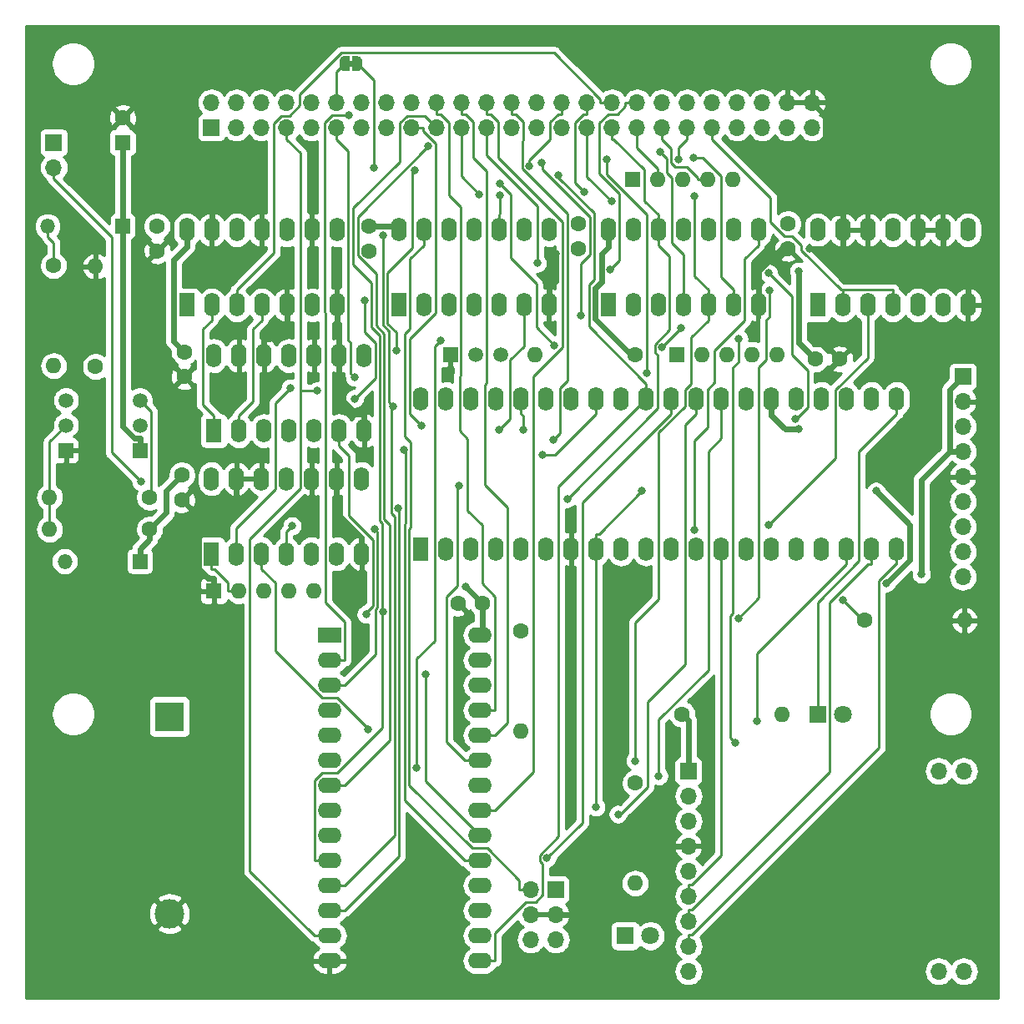
<source format=gbl>
G04 #@! TF.GenerationSoftware,KiCad,Pcbnew,(5.1.4-0-10_14)*
G04 #@! TF.CreationDate,2021-08-29T18:51:37+09:00*
G04 #@! TF.ProjectId,PC8001-SD-8kRAM,50433830-3031-42d5-9344-2d386b52414d,rev?*
G04 #@! TF.SameCoordinates,Original*
G04 #@! TF.FileFunction,Copper,L2,Bot*
G04 #@! TF.FilePolarity,Positive*
%FSLAX46Y46*%
G04 Gerber Fmt 4.6, Leading zero omitted, Abs format (unit mm)*
G04 Created by KiCad (PCBNEW (5.1.4-0-10_14)) date 2021-08-29 18:51:37*
%MOMM*%
%LPD*%
G04 APERTURE LIST*
%ADD10C,0.100000*%
%ADD11C,0.500000*%
%ADD12O,1.700000X1.700000*%
%ADD13R,1.700000X1.700000*%
%ADD14O,1.600000X2.400000*%
%ADD15R,1.600000X2.400000*%
%ADD16O,1.600000X1.600000*%
%ADD17R,1.600000X1.600000*%
%ADD18C,1.600000*%
%ADD19O,2.400000X1.600000*%
%ADD20R,2.400000X1.600000*%
%ADD21R,1.500000X1.500000*%
%ADD22C,1.500000*%
%ADD23C,1.800000*%
%ADD24R,1.800000X1.800000*%
%ADD25O,1.500000X1.500000*%
%ADD26R,3.000000X3.000000*%
%ADD27C,3.000000*%
%ADD28C,0.800000*%
%ADD29C,0.600000*%
%ADD30C,0.250000*%
%ADD31C,0.254000*%
G04 APERTURE END LIST*
D10*
G36*
X134900000Y-64800000D02*
G01*
X134400000Y-64800000D01*
X134400000Y-64200000D01*
X134900000Y-64200000D01*
X134900000Y-64800000D01*
G37*
D11*
X134000000Y-64500000D03*
D10*
G36*
X134500000Y-65250000D02*
G01*
X134000000Y-65250000D01*
X134000000Y-65249398D01*
X133975466Y-65249398D01*
X133926635Y-65244588D01*
X133878510Y-65235016D01*
X133831555Y-65220772D01*
X133786222Y-65201995D01*
X133742949Y-65178864D01*
X133702150Y-65151604D01*
X133664221Y-65120476D01*
X133629524Y-65085779D01*
X133598396Y-65047850D01*
X133571136Y-65007051D01*
X133548005Y-64963778D01*
X133529228Y-64918445D01*
X133514984Y-64871490D01*
X133505412Y-64823365D01*
X133500602Y-64774534D01*
X133500602Y-64750000D01*
X133500000Y-64750000D01*
X133500000Y-64250000D01*
X133500602Y-64250000D01*
X133500602Y-64225466D01*
X133505412Y-64176635D01*
X133514984Y-64128510D01*
X133529228Y-64081555D01*
X133548005Y-64036222D01*
X133571136Y-63992949D01*
X133598396Y-63952150D01*
X133629524Y-63914221D01*
X133664221Y-63879524D01*
X133702150Y-63848396D01*
X133742949Y-63821136D01*
X133786222Y-63798005D01*
X133831555Y-63779228D01*
X133878510Y-63764984D01*
X133926635Y-63755412D01*
X133975466Y-63750602D01*
X134000000Y-63750602D01*
X134000000Y-63750000D01*
X134500000Y-63750000D01*
X134500000Y-65250000D01*
X134500000Y-65250000D01*
G37*
D11*
X135300000Y-64500000D03*
D10*
G36*
X135300000Y-63750602D02*
G01*
X135324534Y-63750602D01*
X135373365Y-63755412D01*
X135421490Y-63764984D01*
X135468445Y-63779228D01*
X135513778Y-63798005D01*
X135557051Y-63821136D01*
X135597850Y-63848396D01*
X135635779Y-63879524D01*
X135670476Y-63914221D01*
X135701604Y-63952150D01*
X135728864Y-63992949D01*
X135751995Y-64036222D01*
X135770772Y-64081555D01*
X135785016Y-64128510D01*
X135794588Y-64176635D01*
X135799398Y-64225466D01*
X135799398Y-64250000D01*
X135800000Y-64250000D01*
X135800000Y-64750000D01*
X135799398Y-64750000D01*
X135799398Y-64774534D01*
X135794588Y-64823365D01*
X135785016Y-64871490D01*
X135770772Y-64918445D01*
X135751995Y-64963778D01*
X135728864Y-65007051D01*
X135701604Y-65047850D01*
X135670476Y-65085779D01*
X135635779Y-65120476D01*
X135597850Y-65151604D01*
X135557051Y-65178864D01*
X135513778Y-65201995D01*
X135468445Y-65220772D01*
X135421490Y-65235016D01*
X135373365Y-65244588D01*
X135324534Y-65249398D01*
X135300000Y-65249398D01*
X135300000Y-65250000D01*
X134800000Y-65250000D01*
X134800000Y-63750000D01*
X135300000Y-63750000D01*
X135300000Y-63750602D01*
X135300000Y-63750602D01*
G37*
D12*
X194300000Y-136280000D03*
X196840000Y-136280000D03*
X194300000Y-156600000D03*
X196840000Y-156600000D03*
X168900000Y-156600000D03*
X168900000Y-154060000D03*
X168900000Y-151520000D03*
X168900000Y-148980000D03*
X168900000Y-146440000D03*
X168900000Y-143900000D03*
X168900000Y-141360000D03*
X168900000Y-138820000D03*
D13*
X168900000Y-136280000D03*
D14*
X120500000Y-106630000D03*
X135740000Y-114250000D03*
X123040000Y-106630000D03*
X133200000Y-114250000D03*
X125580000Y-106630000D03*
X130660000Y-114250000D03*
X128120000Y-106630000D03*
X128120000Y-114250000D03*
X130660000Y-106630000D03*
X125580000Y-114250000D03*
X133200000Y-106630000D03*
X123040000Y-114250000D03*
X135740000Y-106630000D03*
D15*
X120500000Y-114250000D03*
D16*
X130910000Y-118000000D03*
X128370000Y-118000000D03*
X125830000Y-118000000D03*
X123290000Y-118000000D03*
D17*
X120750000Y-118000000D03*
D12*
X104500000Y-75040000D03*
D13*
X104500000Y-72500000D03*
D18*
X117500000Y-106250000D03*
X117500000Y-108750000D03*
D19*
X147740000Y-122500000D03*
X132500000Y-155520000D03*
X147740000Y-125040000D03*
X132500000Y-152980000D03*
X147740000Y-127580000D03*
X132500000Y-150440000D03*
X147740000Y-130120000D03*
X132500000Y-147900000D03*
X147740000Y-132660000D03*
X132500000Y-145360000D03*
X147740000Y-135200000D03*
X132500000Y-142820000D03*
X147740000Y-137740000D03*
X132500000Y-140280000D03*
X147740000Y-140280000D03*
X132500000Y-137740000D03*
X147740000Y-142820000D03*
X132500000Y-135200000D03*
X147740000Y-145360000D03*
X132500000Y-132660000D03*
X147740000Y-147900000D03*
X132500000Y-130120000D03*
X147740000Y-150440000D03*
X132500000Y-127580000D03*
X147740000Y-152980000D03*
X132500000Y-125040000D03*
X147740000Y-155520000D03*
D20*
X132500000Y-122500000D03*
D14*
X120750000Y-94130000D03*
X135990000Y-101750000D03*
X123290000Y-94130000D03*
X133450000Y-101750000D03*
X125830000Y-94130000D03*
X130910000Y-101750000D03*
X128370000Y-94130000D03*
X128370000Y-101750000D03*
X130910000Y-94130000D03*
X125830000Y-101750000D03*
X133450000Y-94130000D03*
X123290000Y-101750000D03*
X135990000Y-94130000D03*
D15*
X120750000Y-101750000D03*
D21*
X144750000Y-94000000D03*
D22*
X149830000Y-94000000D03*
X147290000Y-94000000D03*
D21*
X113250000Y-103750000D03*
D22*
X113250000Y-98670000D03*
X113250000Y-101210000D03*
D21*
X105750000Y-103750000D03*
D22*
X105750000Y-98670000D03*
X105750000Y-101210000D03*
D14*
X141750000Y-98510000D03*
X190010000Y-113750000D03*
X144290000Y-98510000D03*
X187470000Y-113750000D03*
X146830000Y-98510000D03*
X184930000Y-113750000D03*
X149370000Y-98510000D03*
X182390000Y-113750000D03*
X151910000Y-98510000D03*
X179850000Y-113750000D03*
X154450000Y-98510000D03*
X177310000Y-113750000D03*
X156990000Y-98510000D03*
X174770000Y-113750000D03*
X159530000Y-98510000D03*
X172230000Y-113750000D03*
X162070000Y-98510000D03*
X169690000Y-113750000D03*
X164610000Y-98510000D03*
X167150000Y-113750000D03*
X167150000Y-98510000D03*
X164610000Y-113750000D03*
X169690000Y-98510000D03*
X162070000Y-113750000D03*
X172230000Y-98510000D03*
X159530000Y-113750000D03*
X174770000Y-98510000D03*
X156990000Y-113750000D03*
X177310000Y-98510000D03*
X154450000Y-113750000D03*
X179850000Y-98510000D03*
X151910000Y-113750000D03*
X182390000Y-98510000D03*
X149370000Y-113750000D03*
X184930000Y-98510000D03*
X146830000Y-113750000D03*
X187470000Y-98510000D03*
X144290000Y-113750000D03*
X190010000Y-98510000D03*
D15*
X141750000Y-113750000D03*
D14*
X160750000Y-81380000D03*
X175990000Y-89000000D03*
X163290000Y-81380000D03*
X173450000Y-89000000D03*
X165830000Y-81380000D03*
X170910000Y-89000000D03*
X168370000Y-81380000D03*
X168370000Y-89000000D03*
X170910000Y-81380000D03*
X165830000Y-89000000D03*
X173450000Y-81380000D03*
X163290000Y-89000000D03*
X175990000Y-81380000D03*
D15*
X160750000Y-89000000D03*
D14*
X139500000Y-81380000D03*
X154740000Y-89000000D03*
X142040000Y-81380000D03*
X152200000Y-89000000D03*
X144580000Y-81380000D03*
X149660000Y-89000000D03*
X147120000Y-81380000D03*
X147120000Y-89000000D03*
X149660000Y-81380000D03*
X144580000Y-89000000D03*
X152200000Y-81380000D03*
X142040000Y-89000000D03*
X154740000Y-81380000D03*
D15*
X139500000Y-89000000D03*
D14*
X182000000Y-81380000D03*
X197240000Y-89000000D03*
X184540000Y-81380000D03*
X194700000Y-89000000D03*
X187080000Y-81380000D03*
X192160000Y-89000000D03*
X189620000Y-81380000D03*
X189620000Y-89000000D03*
X192160000Y-81380000D03*
X187080000Y-89000000D03*
X194700000Y-81380000D03*
X184540000Y-89000000D03*
X197240000Y-81380000D03*
D15*
X182000000Y-89000000D03*
D14*
X118000000Y-81380000D03*
X133240000Y-89000000D03*
X120540000Y-81380000D03*
X130700000Y-89000000D03*
X123080000Y-81380000D03*
X128160000Y-89000000D03*
X125620000Y-81380000D03*
X125620000Y-89000000D03*
X128160000Y-81380000D03*
X123080000Y-89000000D03*
X130700000Y-81380000D03*
X120540000Y-89000000D03*
X133240000Y-81380000D03*
D15*
X118000000Y-89000000D03*
D12*
X155440000Y-153380000D03*
X152900000Y-153380000D03*
X155440000Y-150840000D03*
X152900000Y-150840000D03*
D13*
X155440000Y-148300000D03*
D12*
X152900000Y-148300000D03*
D16*
X173410000Y-76250000D03*
X170870000Y-76250000D03*
X168330000Y-76250000D03*
X165790000Y-76250000D03*
D17*
X163250000Y-76250000D03*
D16*
X177910000Y-94000000D03*
X175370000Y-94000000D03*
X172830000Y-94000000D03*
X170290000Y-94000000D03*
D17*
X167750000Y-94000000D03*
D16*
X151900000Y-132260000D03*
D18*
X151900000Y-122100000D03*
D16*
X153340000Y-94000000D03*
D18*
X163500000Y-94000000D03*
D16*
X163500000Y-147660000D03*
D18*
X163500000Y-137500000D03*
D16*
X196910000Y-121000000D03*
D18*
X186750000Y-121000000D03*
D16*
X104090000Y-111750000D03*
D18*
X114250000Y-111750000D03*
D16*
X104090000Y-108500000D03*
D18*
X114250000Y-108500000D03*
D16*
X108750000Y-85090000D03*
D18*
X108750000Y-95250000D03*
D16*
X104500000Y-95160000D03*
D18*
X104500000Y-85000000D03*
D16*
X178410000Y-130500000D03*
D18*
X168250000Y-130500000D03*
D12*
X196750000Y-116570000D03*
X196750000Y-114030000D03*
X196750000Y-111490000D03*
X196750000Y-108950000D03*
X196750000Y-106410000D03*
X196750000Y-103870000D03*
X196750000Y-101330000D03*
X196750000Y-98790000D03*
D13*
X196750000Y-96250000D03*
D12*
X181460000Y-68460000D03*
X181460000Y-71000000D03*
X178920000Y-68460000D03*
X178920000Y-71000000D03*
X176380000Y-68460000D03*
X176380000Y-71000000D03*
X173840000Y-68460000D03*
X173840000Y-71000000D03*
X171300000Y-68460000D03*
X171300000Y-71000000D03*
X168760000Y-68460000D03*
X168760000Y-71000000D03*
X166220000Y-68460000D03*
X166220000Y-71000000D03*
X163680000Y-68460000D03*
X163680000Y-71000000D03*
X161140000Y-68460000D03*
X161140000Y-71000000D03*
X158600000Y-68460000D03*
X158600000Y-71000000D03*
X156060000Y-68460000D03*
X156060000Y-71000000D03*
X153520000Y-68460000D03*
X153520000Y-71000000D03*
X150980000Y-68460000D03*
X150980000Y-71000000D03*
X148440000Y-68460000D03*
X148440000Y-71000000D03*
X145900000Y-68460000D03*
X145900000Y-71000000D03*
X143360000Y-68460000D03*
X143360000Y-71000000D03*
X140820000Y-68460000D03*
X140820000Y-71000000D03*
X138280000Y-68460000D03*
X138280000Y-71000000D03*
X135740000Y-68460000D03*
X135740000Y-71000000D03*
X133200000Y-68460000D03*
X133200000Y-71000000D03*
X130660000Y-68460000D03*
X130660000Y-71000000D03*
X128120000Y-68460000D03*
X128120000Y-71000000D03*
X125580000Y-68460000D03*
X125580000Y-71000000D03*
X123040000Y-68460000D03*
X123040000Y-71000000D03*
X120500000Y-68460000D03*
D13*
X120500000Y-71000000D03*
D23*
X165040000Y-153000000D03*
D24*
X162500000Y-153000000D03*
D25*
X105630000Y-115000000D03*
D21*
X113250000Y-115000000D03*
D25*
X103880000Y-81000000D03*
D21*
X111500000Y-81000000D03*
D23*
X184540000Y-130500000D03*
D24*
X182000000Y-130500000D03*
D18*
X148000000Y-119250000D03*
X145500000Y-119250000D03*
X181750000Y-94500000D03*
X184250000Y-94500000D03*
X157750000Y-80750000D03*
X157750000Y-83250000D03*
X179000000Y-80750000D03*
X179000000Y-83250000D03*
X117750000Y-93750000D03*
X117750000Y-96250000D03*
X136500000Y-81000000D03*
X136500000Y-83500000D03*
X115000000Y-81000000D03*
X115000000Y-83500000D03*
X111500000Y-70000000D03*
D17*
X111500000Y-72500000D03*
D26*
X116250000Y-130750000D03*
D27*
X116250000Y-150750000D03*
D28*
X155419200Y-83831600D03*
X181207400Y-83250000D03*
X188998800Y-117204300D03*
X187932400Y-107874500D03*
X180049700Y-101605100D03*
X180099200Y-85553400D03*
X146283000Y-117577200D03*
X192509800Y-116304000D03*
X167888900Y-74256500D03*
X149803800Y-77834500D03*
X166210700Y-93303000D03*
X168169800Y-91338300D03*
X160969400Y-85391100D03*
X137091500Y-111730300D03*
X156591600Y-108656500D03*
X135025600Y-98485400D03*
X136034300Y-88528100D03*
X158347600Y-77515900D03*
X173946900Y-120759200D03*
X177134000Y-87511800D03*
X161081400Y-78501200D03*
X139253100Y-93656700D03*
X141147300Y-75294400D03*
X152769500Y-74870800D03*
X169458800Y-74088400D03*
X173644600Y-133406300D03*
X174019500Y-92438800D03*
X134470000Y-69730000D03*
X169495400Y-77940300D03*
X163489100Y-135235600D03*
X145660000Y-107338400D03*
X155220300Y-102657200D03*
X166000100Y-73485000D03*
X142468700Y-72912500D03*
X141347400Y-135957600D03*
X143756800Y-92605500D03*
X153564500Y-84766200D03*
X164158700Y-107874500D03*
X179787200Y-100518800D03*
X177048500Y-85777600D03*
X147693600Y-77753000D03*
X159530000Y-139933800D03*
X137912800Y-120136700D03*
X140005100Y-103714100D03*
X141796100Y-101213600D03*
X164712800Y-95877400D03*
X160601300Y-74222800D03*
X165887500Y-136778300D03*
X161761300Y-140663400D03*
X157945900Y-90053700D03*
X154048600Y-74594300D03*
X135041100Y-96335700D03*
X154539500Y-145117700D03*
X155698000Y-75824400D03*
X131237600Y-97701400D03*
X155312100Y-93065300D03*
X149770200Y-76710100D03*
X139452500Y-109576400D03*
X154079800Y-104218400D03*
X137893400Y-81917400D03*
X138942200Y-99287600D03*
X175867100Y-131195700D03*
X184550800Y-118914500D03*
X152119800Y-101676200D03*
X177071500Y-111274600D03*
X136200500Y-120390300D03*
X142245100Y-126434900D03*
X136371500Y-132091200D03*
X169460500Y-111847000D03*
X113351400Y-106922700D03*
X128688300Y-111402400D03*
X149679200Y-101676300D03*
X128520000Y-97418100D03*
X137010000Y-75042600D03*
D29*
X135990000Y-101750000D02*
X135990000Y-100049700D01*
X135990000Y-100049700D02*
X135246100Y-100049700D01*
X135246100Y-100049700D02*
X133450000Y-98253600D01*
X133450000Y-98253600D02*
X133450000Y-94130000D01*
X179000000Y-83250000D02*
X178302900Y-83250000D01*
X178302900Y-83250000D02*
X175990000Y-85562900D01*
X175990000Y-85562900D02*
X175990000Y-89000000D01*
X154740000Y-89000000D02*
X154740000Y-87299700D01*
X154740000Y-87299700D02*
X155419200Y-86620500D01*
X155419200Y-86620500D02*
X155419200Y-83831600D01*
X135740000Y-114250000D02*
X135740000Y-112549700D01*
X133200000Y-106630000D02*
X133200000Y-110009700D01*
X133200000Y-110009700D02*
X135740000Y-112549700D01*
X120540000Y-81380000D02*
X120540000Y-79040000D01*
X120540000Y-79040000D02*
X111500000Y-70000000D01*
X133450000Y-94130000D02*
X133450000Y-92429700D01*
X133450000Y-92429700D02*
X133240000Y-92219700D01*
X133240000Y-92219700D02*
X133240000Y-89000000D01*
X119169800Y-110071200D02*
X121299100Y-110071200D01*
X121299100Y-110071200D02*
X123040000Y-108330300D01*
X117500000Y-108750000D02*
X118821200Y-110071200D01*
X118821200Y-110071200D02*
X119169800Y-110071200D01*
X120750000Y-116699700D02*
X120181100Y-116699700D01*
X120181100Y-116699700D02*
X119169800Y-115688400D01*
X119169800Y-115688400D02*
X119169800Y-110071200D01*
X123040000Y-106630000D02*
X123040000Y-108330300D01*
X120750000Y-118000000D02*
X120750000Y-116699700D01*
X168900000Y-143900000D02*
X167549700Y-143900000D01*
X155440000Y-150840000D02*
X156790300Y-150840000D01*
X156790300Y-150840000D02*
X163046700Y-144583600D01*
X163046700Y-144583600D02*
X166866100Y-144583600D01*
X166866100Y-144583600D02*
X167549700Y-143900000D01*
X184540000Y-83080300D02*
X184370300Y-83250000D01*
X184370300Y-83250000D02*
X181207400Y-83250000D01*
X184540000Y-81380000D02*
X184540000Y-83080300D01*
X184540000Y-81380000D02*
X184540000Y-79679700D01*
X184540000Y-79679700D02*
X182823200Y-79679700D01*
X182823200Y-79679700D02*
X182813500Y-79670000D01*
X182813500Y-79670000D02*
X182813500Y-69813500D01*
X182813500Y-69813500D02*
X181460000Y-68460000D01*
X197240000Y-89000000D02*
X197240000Y-87299700D01*
X194700000Y-81380000D02*
X194700000Y-84759700D01*
X194700000Y-84759700D02*
X197240000Y-87299700D01*
X125830000Y-94130000D02*
X125830000Y-92429700D01*
X128160000Y-89000000D02*
X128160000Y-90700300D01*
X128160000Y-90700300D02*
X126430600Y-92429700D01*
X126430600Y-92429700D02*
X125830000Y-92429700D01*
X177310000Y-98510000D02*
X177310000Y-100210300D01*
X187932400Y-107874500D02*
X191348000Y-111290100D01*
X191348000Y-111290100D02*
X191348000Y-114855100D01*
X191348000Y-114855100D02*
X188998800Y-117204300D01*
X177310000Y-100210300D02*
X178704800Y-101605100D01*
X178704800Y-101605100D02*
X180049700Y-101605100D01*
X160750000Y-83080300D02*
X160069100Y-83761200D01*
X160069100Y-83761200D02*
X160069100Y-86680100D01*
X160069100Y-86680100D02*
X159449600Y-87299600D01*
X159449600Y-87299600D02*
X159449600Y-90420500D01*
X159449600Y-90420500D02*
X163029100Y-94000000D01*
X163029100Y-94000000D02*
X163500000Y-94000000D01*
X160750000Y-81380000D02*
X160750000Y-83080300D01*
X111500000Y-81000000D02*
X111500000Y-101296700D01*
X111500000Y-101296700D02*
X112703000Y-102499700D01*
X112703000Y-102499700D02*
X113250000Y-102499700D01*
X111500000Y-72500000D02*
X111500000Y-81000000D01*
X113250000Y-103750000D02*
X113250000Y-102499700D01*
X181750000Y-94500000D02*
X180099200Y-92849200D01*
X180099200Y-92849200D02*
X180099200Y-85553400D01*
X168250000Y-130500000D02*
X168900000Y-131150000D01*
X168900000Y-131150000D02*
X168900000Y-136280000D01*
X192509800Y-116304000D02*
X192509800Y-106759900D01*
X192509800Y-106759900D02*
X195399700Y-103870000D01*
X146283000Y-117577200D02*
X146327200Y-117577200D01*
X146327200Y-117577200D02*
X148000000Y-119250000D01*
X148000000Y-119250000D02*
X148000000Y-122240000D01*
X148000000Y-122240000D02*
X147740000Y-122500000D01*
X118000000Y-81380000D02*
X118000000Y-83080300D01*
X117750000Y-93750000D02*
X116699700Y-92699700D01*
X116699700Y-92699700D02*
X116699700Y-84380600D01*
X116699700Y-84380600D02*
X118000000Y-83080300D01*
X195399700Y-103870000D02*
X195399700Y-97600300D01*
X195399700Y-97600300D02*
X196750000Y-96250000D01*
X196750000Y-103870000D02*
X195399700Y-103870000D01*
X136500000Y-81000000D02*
X139120000Y-81000000D01*
X139120000Y-81000000D02*
X139500000Y-81380000D01*
X114250000Y-111750000D02*
X115933200Y-110066800D01*
X115933200Y-110066800D02*
X115933200Y-107816800D01*
X115933200Y-107816800D02*
X117500000Y-106250000D01*
X113250000Y-113749700D02*
X114250000Y-112749700D01*
X114250000Y-112749700D02*
X114250000Y-111750000D01*
X113250000Y-115000000D02*
X113250000Y-113749700D01*
D30*
X182000000Y-130500000D02*
X182000000Y-119175500D01*
X182000000Y-119175500D02*
X186200000Y-114975500D01*
X186200000Y-114975500D02*
X186200000Y-103845300D01*
X186200000Y-103845300D02*
X190010000Y-100035300D01*
X190010000Y-98510000D02*
X190010000Y-100035300D01*
X103880000Y-81000000D02*
X103880000Y-82075300D01*
X103880000Y-82075300D02*
X104500000Y-82695300D01*
X104500000Y-82695300D02*
X104500000Y-85000000D01*
X189620000Y-89000000D02*
X189620000Y-87474700D01*
X184540000Y-87474700D02*
X189620000Y-87474700D01*
X184540000Y-87587300D02*
X184540000Y-87474700D01*
X184540000Y-89000000D02*
X184540000Y-87587300D01*
X171300000Y-71000000D02*
X171300000Y-72175300D01*
X171300000Y-72175300D02*
X177240000Y-78115300D01*
X177240000Y-78115300D02*
X177240000Y-80593900D01*
X177240000Y-80593900D02*
X178646100Y-82000000D01*
X178646100Y-82000000D02*
X179404600Y-82000000D01*
X179404600Y-82000000D02*
X180342700Y-82938100D01*
X180342700Y-82938100D02*
X180342700Y-83439100D01*
X180342700Y-83439100D02*
X184378300Y-87474700D01*
X184378300Y-87474700D02*
X184540000Y-87474700D01*
X168760000Y-72175300D02*
X167888900Y-73046400D01*
X167888900Y-73046400D02*
X167888900Y-74256500D01*
X149660000Y-79854700D02*
X149803800Y-79710900D01*
X149803800Y-79710900D02*
X149803800Y-77834500D01*
X168760000Y-71000000D02*
X168760000Y-72175300D01*
X149660000Y-81380000D02*
X149660000Y-79854700D01*
X166220000Y-72175300D02*
X167163600Y-73118900D01*
X167163600Y-73118900D02*
X167163600Y-74556900D01*
X167163600Y-74556900D02*
X167588500Y-74981800D01*
X167588500Y-74981800D02*
X168724800Y-74981800D01*
X168724800Y-74981800D02*
X169815700Y-76072700D01*
X169815700Y-76072700D02*
X169815700Y-76250000D01*
X168169800Y-91338300D02*
X168169800Y-91343900D01*
X168169800Y-91343900D02*
X166210700Y-93303000D01*
X170870000Y-76250000D02*
X169815700Y-76250000D01*
X166220000Y-71000000D02*
X166220000Y-72175300D01*
X163680000Y-68460000D02*
X162504700Y-68460000D01*
X162504700Y-68460000D02*
X162504700Y-68827400D01*
X162504700Y-68827400D02*
X161696800Y-69635300D01*
X161696800Y-69635300D02*
X160745100Y-69635300D01*
X160745100Y-69635300D02*
X159876000Y-70504400D01*
X159876000Y-70504400D02*
X159876000Y-75667600D01*
X159876000Y-75667600D02*
X161888700Y-77680300D01*
X161888700Y-77680300D02*
X161888700Y-84471800D01*
X161888700Y-84471800D02*
X160969400Y-85391100D01*
X163680000Y-71587600D02*
X163680000Y-73014700D01*
X163680000Y-73014700D02*
X165790000Y-75124700D01*
X165790000Y-76250000D02*
X165790000Y-75124700D01*
X163680000Y-71000000D02*
X163680000Y-71587600D01*
X123080000Y-89000000D02*
X123080000Y-87474700D01*
X161140000Y-68460000D02*
X159964700Y-68460000D01*
X159964700Y-68460000D02*
X159964700Y-68092700D01*
X159964700Y-68092700D02*
X155251700Y-63379700D01*
X155251700Y-63379700D02*
X133697700Y-63379700D01*
X133697700Y-63379700D02*
X129484600Y-67592800D01*
X129484600Y-67592800D02*
X129484600Y-68759600D01*
X129484600Y-68759600D02*
X128419600Y-69824600D01*
X128419600Y-69824600D02*
X127594400Y-69824600D01*
X127594400Y-69824600D02*
X126850000Y-70569000D01*
X126850000Y-70569000D02*
X126850000Y-83704700D01*
X126850000Y-83704700D02*
X123080000Y-87474700D01*
X137091500Y-111730300D02*
X137351200Y-111990000D01*
X137351200Y-111990000D02*
X137351200Y-119672600D01*
X137351200Y-119672600D02*
X137187500Y-119836300D01*
X137187500Y-119836300D02*
X137187500Y-124417800D01*
X137187500Y-124417800D02*
X134025300Y-127580000D01*
X165830000Y-82905300D02*
X166966200Y-84041500D01*
X166966200Y-84041500D02*
X166966200Y-91521800D01*
X166966200Y-91521800D02*
X165485400Y-93002600D01*
X165485400Y-93002600D02*
X165485400Y-93819700D01*
X165485400Y-93819700D02*
X165781300Y-94115600D01*
X165781300Y-94115600D02*
X165781300Y-99466800D01*
X165781300Y-99466800D02*
X156591600Y-108656500D01*
X165830000Y-81380000D02*
X165830000Y-82905300D01*
X165830000Y-79854700D02*
X164415400Y-78440100D01*
X164415400Y-78440100D02*
X164415400Y-75273300D01*
X164415400Y-75273300D02*
X161317400Y-72175300D01*
X161317400Y-72175300D02*
X161140000Y-72175300D01*
X165830000Y-81380000D02*
X165830000Y-79854700D01*
X161140000Y-71000000D02*
X161140000Y-72175300D01*
X132500000Y-127580000D02*
X134025300Y-127580000D01*
X135025600Y-98485400D02*
X137138500Y-96372500D01*
X137138500Y-96372500D02*
X137138500Y-92828900D01*
X137138500Y-92828900D02*
X136034300Y-91724700D01*
X136034300Y-91724700D02*
X136034300Y-88528100D01*
X158600000Y-69635300D02*
X158232700Y-69635300D01*
X158232700Y-69635300D02*
X157393600Y-70474400D01*
X157393600Y-70474400D02*
X157393600Y-76561900D01*
X157393600Y-76561900D02*
X158347600Y-77515900D01*
X158600000Y-68460000D02*
X158600000Y-69635300D01*
X177134000Y-87511800D02*
X177134000Y-90176000D01*
X177134000Y-90176000D02*
X176784600Y-90525400D01*
X176784600Y-90525400D02*
X176784600Y-94525400D01*
X176784600Y-94525400D02*
X176040000Y-95270000D01*
X176040000Y-95270000D02*
X176040000Y-118666100D01*
X176040000Y-118666100D02*
X173946900Y-120759200D01*
X158600000Y-72175300D02*
X158600000Y-76019800D01*
X158600000Y-76019800D02*
X161081400Y-78501200D01*
X158600000Y-71000000D02*
X158600000Y-72175300D01*
X139253100Y-93656700D02*
X139253100Y-91751600D01*
X139253100Y-91751600D02*
X138374600Y-90873100D01*
X138374600Y-90873100D02*
X138374600Y-85775800D01*
X138374600Y-85775800D02*
X140914600Y-83235800D01*
X140914600Y-83235800D02*
X140914600Y-75527100D01*
X140914600Y-75527100D02*
X141147300Y-75294400D01*
X156060000Y-69635300D02*
X155692600Y-69635300D01*
X155692600Y-69635300D02*
X154884700Y-70443200D01*
X154884700Y-70443200D02*
X154884700Y-72201400D01*
X154884700Y-72201400D02*
X152769500Y-74316600D01*
X152769500Y-74316600D02*
X152769500Y-74870800D01*
X156060000Y-68460000D02*
X156060000Y-69635300D01*
X173450000Y-89000000D02*
X173450000Y-87474700D01*
X169458800Y-74088400D02*
X170315300Y-74088400D01*
X170315300Y-74088400D02*
X172180000Y-75953100D01*
X172180000Y-75953100D02*
X172180000Y-86204700D01*
X172180000Y-86204700D02*
X173450000Y-87474700D01*
X174019500Y-92438800D02*
X174019500Y-94750500D01*
X174019500Y-94750500D02*
X173380200Y-95389800D01*
X173380200Y-95389800D02*
X173380200Y-120300200D01*
X173380200Y-120300200D02*
X173177200Y-120503200D01*
X173177200Y-120503200D02*
X173177200Y-132938900D01*
X173177200Y-132938900D02*
X173644600Y-133406300D01*
X132500000Y-125040000D02*
X134025300Y-125040000D01*
X134470000Y-69730000D02*
X132769100Y-69730000D01*
X132769100Y-69730000D02*
X131982700Y-70516400D01*
X131982700Y-70516400D02*
X131982700Y-89734300D01*
X131982700Y-89734300D02*
X132074500Y-89826100D01*
X132074500Y-89826100D02*
X132074500Y-119207800D01*
X132074500Y-119207800D02*
X134025300Y-121158600D01*
X134025300Y-121158600D02*
X134025300Y-125040000D01*
X170910000Y-87474700D02*
X169495400Y-86060100D01*
X169495400Y-86060100D02*
X169495400Y-77940300D01*
X170910000Y-89000000D02*
X170910000Y-87474700D01*
X170910000Y-90525300D02*
X169164700Y-92270600D01*
X169164700Y-92270600D02*
X169164700Y-97005200D01*
X169164700Y-97005200D02*
X168564600Y-97605300D01*
X168564600Y-97605300D02*
X168564600Y-99257600D01*
X168564600Y-99257600D02*
X165880000Y-101942200D01*
X165880000Y-101942200D02*
X165880000Y-118825800D01*
X165880000Y-118825800D02*
X163489100Y-121216700D01*
X163489100Y-121216700D02*
X163489100Y-135235600D01*
X170910000Y-89000000D02*
X170910000Y-90525300D01*
X155220300Y-102657200D02*
X155864600Y-102012900D01*
X155864600Y-102012900D02*
X155864600Y-97435200D01*
X155864600Y-97435200D02*
X156594800Y-96705000D01*
X156594800Y-96705000D02*
X156594800Y-79737700D01*
X156594800Y-79737700D02*
X152041100Y-75184000D01*
X152041100Y-75184000D02*
X152041100Y-72384300D01*
X152041100Y-72384300D02*
X152166400Y-72259000D01*
X152166400Y-72259000D02*
X152166400Y-70454400D01*
X152166400Y-70454400D02*
X151347300Y-69635300D01*
X151347300Y-69635300D02*
X150980000Y-69635300D01*
X150980000Y-68460000D02*
X150980000Y-69635300D01*
X147740000Y-135200000D02*
X146214700Y-135200000D01*
X146214700Y-135200000D02*
X144362400Y-133347700D01*
X144362400Y-133347700D02*
X144362400Y-118556400D01*
X144362400Y-118556400D02*
X145419700Y-117499100D01*
X145419700Y-117499100D02*
X145419700Y-107578700D01*
X145419700Y-107578700D02*
X145660000Y-107338400D01*
X168370000Y-89000000D02*
X168370000Y-83858800D01*
X168370000Y-83858800D02*
X167191300Y-82680100D01*
X167191300Y-82680100D02*
X167191300Y-76059800D01*
X167191300Y-76059800D02*
X166690100Y-75558600D01*
X166690100Y-75558600D02*
X166690100Y-74175000D01*
X166690100Y-74175000D02*
X166000100Y-73485000D01*
X134025300Y-137740000D02*
X138638100Y-133127200D01*
X138638100Y-133127200D02*
X138638100Y-111309400D01*
X138638100Y-111309400D02*
X138039300Y-110710600D01*
X138039300Y-110710600D02*
X138039300Y-91904700D01*
X138039300Y-91904700D02*
X137218200Y-91083600D01*
X137218200Y-91083600D02*
X137218200Y-85809600D01*
X137218200Y-85809600D02*
X135355100Y-83946500D01*
X135355100Y-83946500D02*
X135355100Y-80026100D01*
X135355100Y-80026100D02*
X142468700Y-72912500D01*
X132500000Y-137740000D02*
X134025300Y-137740000D01*
X149265300Y-140280000D02*
X153180000Y-136365300D01*
X153180000Y-136365300D02*
X153180000Y-96223200D01*
X153180000Y-96223200D02*
X156144500Y-93258700D01*
X156144500Y-93258700D02*
X156144500Y-80545400D01*
X156144500Y-80545400D02*
X149615300Y-74016200D01*
X149615300Y-74016200D02*
X149615300Y-70443200D01*
X149615300Y-70443200D02*
X148807400Y-69635300D01*
X148807400Y-69635300D02*
X148440000Y-69635300D01*
X147740000Y-140280000D02*
X149265300Y-140280000D01*
X148440000Y-68460000D02*
X148440000Y-69635300D01*
X141347400Y-135957600D02*
X141347400Y-124883100D01*
X141347400Y-124883100D02*
X143164600Y-123065900D01*
X143164600Y-123065900D02*
X143164600Y-93197700D01*
X143164600Y-93197700D02*
X143756800Y-92605500D01*
X153564500Y-84766200D02*
X153564500Y-78940900D01*
X153564500Y-78940900D02*
X148440000Y-73816400D01*
X148440000Y-73816400D02*
X148440000Y-71000000D01*
X149265300Y-132660000D02*
X150521500Y-131403800D01*
X150521500Y-131403800D02*
X150521500Y-109521400D01*
X150521500Y-109521400D02*
X148232700Y-107232600D01*
X148232700Y-107232600D02*
X148232700Y-97118500D01*
X148232700Y-97118500D02*
X148418900Y-96932300D01*
X148418900Y-96932300D02*
X148418900Y-75384300D01*
X148418900Y-75384300D02*
X147075300Y-74040700D01*
X147075300Y-74040700D02*
X147075300Y-70443200D01*
X147075300Y-70443200D02*
X146267400Y-69635300D01*
X146267400Y-69635300D02*
X145900000Y-69635300D01*
X147740000Y-132660000D02*
X149265300Y-132660000D01*
X145900000Y-68460000D02*
X145900000Y-69635300D01*
X159530000Y-113750000D02*
X159530000Y-112224700D01*
X164158700Y-107874500D02*
X159808500Y-112224700D01*
X159808500Y-112224700D02*
X159530000Y-112224700D01*
X177048500Y-85777600D02*
X179371900Y-88101000D01*
X179371900Y-88101000D02*
X179371900Y-94021900D01*
X179371900Y-94021900D02*
X180975400Y-95625400D01*
X180975400Y-95625400D02*
X180975400Y-99411200D01*
X180975400Y-99411200D02*
X179867800Y-100518800D01*
X179867800Y-100518800D02*
X179787200Y-100518800D01*
X145900000Y-71000000D02*
X145900000Y-75959400D01*
X145900000Y-75959400D02*
X147693600Y-77753000D01*
X159530000Y-113750000D02*
X159530000Y-139933800D01*
X149265300Y-130120000D02*
X149265300Y-118588500D01*
X149265300Y-118588500D02*
X147955400Y-117278600D01*
X147955400Y-117278600D02*
X147955400Y-111333800D01*
X147955400Y-111333800D02*
X146511800Y-109890200D01*
X146511800Y-109890200D02*
X146511800Y-102587200D01*
X146511800Y-102587200D02*
X145692700Y-101768100D01*
X145692700Y-101768100D02*
X145692700Y-96264200D01*
X145692700Y-96264200D02*
X145825400Y-96131500D01*
X145825400Y-96131500D02*
X145825400Y-79090000D01*
X145825400Y-79090000D02*
X144584100Y-77848700D01*
X144584100Y-77848700D02*
X144584100Y-70492000D01*
X144584100Y-70492000D02*
X143727400Y-69635300D01*
X143727400Y-69635300D02*
X143360000Y-69635300D01*
X147740000Y-130120000D02*
X149265300Y-130120000D01*
X143360000Y-68460000D02*
X143360000Y-69635300D01*
X137816900Y-120136700D02*
X137816900Y-111125100D01*
X137816900Y-111125100D02*
X137588800Y-110897000D01*
X137588800Y-110897000D02*
X137588800Y-92091100D01*
X137588800Y-92091100D02*
X136767800Y-91270100D01*
X136767800Y-91270100D02*
X136767800Y-86744100D01*
X136767800Y-86744100D02*
X134904700Y-84881000D01*
X134904700Y-84881000D02*
X134904700Y-79173900D01*
X134904700Y-79173900D02*
X139615600Y-74463000D01*
X139615600Y-74463000D02*
X139615600Y-70539600D01*
X139615600Y-70539600D02*
X140370500Y-69784700D01*
X140370500Y-69784700D02*
X142144700Y-69784700D01*
X142144700Y-69784700D02*
X143360000Y-71000000D01*
X130974700Y-145360000D02*
X130974700Y-137241200D01*
X130974700Y-137241200D02*
X131745900Y-136470000D01*
X131745900Y-136470000D02*
X133228900Y-136470000D01*
X133228900Y-136470000D02*
X137816900Y-131882000D01*
X137816900Y-131882000D02*
X137816900Y-120136700D01*
X137816900Y-120136700D02*
X137912800Y-120136700D01*
X132500000Y-145360000D02*
X130974700Y-145360000D01*
X147740000Y-145360000D02*
X146214700Y-145360000D01*
X140005100Y-103714100D02*
X140189600Y-103898600D01*
X140189600Y-103898600D02*
X140189600Y-111165500D01*
X140189600Y-111165500D02*
X140133200Y-111221900D01*
X140133200Y-111221900D02*
X140133200Y-139278500D01*
X140133200Y-139278500D02*
X146214700Y-145360000D01*
X140820000Y-71000000D02*
X141995300Y-71000000D01*
X141995300Y-71000000D02*
X141995300Y-71318000D01*
X141995300Y-71318000D02*
X143264900Y-72587600D01*
X143264900Y-72587600D02*
X143264900Y-89797800D01*
X143264900Y-89797800D02*
X140624600Y-92438100D01*
X140624600Y-92438100D02*
X140624600Y-100042100D01*
X140624600Y-100042100D02*
X141796100Y-101213600D01*
X164712800Y-95877400D02*
X164670800Y-95835400D01*
X164670800Y-95835400D02*
X164670800Y-79825500D01*
X164670800Y-79825500D02*
X160601300Y-75756000D01*
X160601300Y-75756000D02*
X160601300Y-74222800D01*
X165887500Y-136778300D02*
X165887500Y-131062300D01*
X165887500Y-131062300D02*
X170911400Y-126038400D01*
X170911400Y-126038400D02*
X170911400Y-103824500D01*
X170911400Y-103824500D02*
X172230000Y-102505900D01*
X172230000Y-102505900D02*
X172230000Y-98510000D01*
X169690000Y-98510000D02*
X169690000Y-100035300D01*
X169690000Y-100035300D02*
X168549800Y-101175500D01*
X168549800Y-101175500D02*
X168549800Y-125486400D01*
X168549800Y-125486400D02*
X164734500Y-129301700D01*
X164734500Y-129301700D02*
X164734500Y-137924000D01*
X164734500Y-137924000D02*
X161995100Y-140663400D01*
X161995100Y-140663400D02*
X161761300Y-140663400D01*
X154048600Y-74594300D02*
X154060200Y-74605900D01*
X154060200Y-74605900D02*
X154060300Y-74605900D01*
X154060300Y-74605900D02*
X154060300Y-75259500D01*
X154060300Y-75259500D02*
X158876500Y-80075700D01*
X158876500Y-80075700D02*
X158876500Y-83855100D01*
X158876500Y-83855100D02*
X157945900Y-84785700D01*
X157945900Y-84785700D02*
X157945900Y-90053700D01*
X133200000Y-68460000D02*
X133200000Y-65300000D01*
X133200000Y-65300000D02*
X134000000Y-64500000D01*
X133200000Y-72175300D02*
X134365400Y-73340700D01*
X134365400Y-73340700D02*
X134365400Y-92556000D01*
X134365400Y-92556000D02*
X134660900Y-92851500D01*
X134660900Y-92851500D02*
X134660900Y-95955500D01*
X134660900Y-95955500D02*
X135041100Y-96335700D01*
X133200000Y-71000000D02*
X133200000Y-72175300D01*
X167150000Y-100035300D02*
X158129100Y-109056200D01*
X158129100Y-109056200D02*
X158129100Y-141528100D01*
X158129100Y-141528100D02*
X154539500Y-145117700D01*
X167150000Y-98510000D02*
X167150000Y-100035300D01*
X164610000Y-96984700D02*
X158806600Y-91181300D01*
X158806600Y-91181300D02*
X158806600Y-86940100D01*
X158806600Y-86940100D02*
X159326900Y-86419800D01*
X159326900Y-86419800D02*
X159326900Y-79680200D01*
X159326900Y-79680200D02*
X155698000Y-76051300D01*
X155698000Y-76051300D02*
X155698000Y-75824400D01*
X164610000Y-98510000D02*
X164610000Y-96984700D01*
X149265300Y-155520000D02*
X149265300Y-152737800D01*
X149265300Y-152737800D02*
X152433100Y-149570000D01*
X152433100Y-149570000D02*
X153378300Y-149570000D01*
X153378300Y-149570000D02*
X154099300Y-148849000D01*
X154099300Y-148849000D02*
X154099300Y-145703200D01*
X154099300Y-145703200D02*
X153814200Y-145418100D01*
X153814200Y-145418100D02*
X153814200Y-144817300D01*
X153814200Y-144817300D02*
X155720000Y-142911500D01*
X155720000Y-142911500D02*
X155720000Y-107400000D01*
X155720000Y-107400000D02*
X164610000Y-98510000D01*
X147740000Y-155520000D02*
X149265300Y-155520000D01*
X131237600Y-97701400D02*
X129534600Y-97701400D01*
X129534600Y-97701400D02*
X129534600Y-107590200D01*
X129534600Y-107590200D02*
X124415600Y-112709200D01*
X124415600Y-112709200D02*
X124415600Y-146420900D01*
X124415600Y-146420900D02*
X130974700Y-152980000D01*
X128120000Y-72175300D02*
X129534600Y-73589900D01*
X129534600Y-73589900D02*
X129534600Y-97701400D01*
X132500000Y-152980000D02*
X130974700Y-152980000D01*
X128120000Y-71000000D02*
X128120000Y-72175300D01*
X134025300Y-150440000D02*
X139538700Y-144926600D01*
X139538700Y-144926600D02*
X139538700Y-109662600D01*
X139538700Y-109662600D02*
X139452500Y-109576400D01*
X149770200Y-76710100D02*
X150837700Y-77777600D01*
X150837700Y-77777600D02*
X150837700Y-84226800D01*
X150837700Y-84226800D02*
X153470000Y-86859100D01*
X153470000Y-86859100D02*
X153470000Y-91223200D01*
X153470000Y-91223200D02*
X155312100Y-93065300D01*
X154079800Y-104218400D02*
X155346900Y-104218400D01*
X155346900Y-104218400D02*
X159530000Y-100035300D01*
X159530000Y-98510000D02*
X159530000Y-100035300D01*
X132500000Y-150440000D02*
X134025300Y-150440000D01*
X134025300Y-147900000D02*
X139088400Y-142836900D01*
X139088400Y-142836900D02*
X139088400Y-110485900D01*
X139088400Y-110485900D02*
X138727100Y-110124600D01*
X138727100Y-110124600D02*
X138727100Y-99502700D01*
X138727100Y-99502700D02*
X138942200Y-99287600D01*
X138942200Y-99287600D02*
X138527800Y-98873200D01*
X138527800Y-98873200D02*
X138527800Y-91663200D01*
X138527800Y-91663200D02*
X137893400Y-91028800D01*
X137893400Y-91028800D02*
X137893400Y-81917400D01*
X132500000Y-147900000D02*
X134025300Y-147900000D01*
X190010000Y-115275300D02*
X189902100Y-115275300D01*
X189902100Y-115275300D02*
X188235400Y-116942000D01*
X188235400Y-116942000D02*
X188235400Y-133916600D01*
X188235400Y-133916600D02*
X169267300Y-152884700D01*
X169267300Y-152884700D02*
X168900000Y-152884700D01*
X168900000Y-154060000D02*
X168900000Y-152884700D01*
X190010000Y-113750000D02*
X190010000Y-115275300D01*
X168900000Y-151520000D02*
X168900000Y-150344700D01*
X187470000Y-113750000D02*
X187470000Y-115275300D01*
X187470000Y-115275300D02*
X187153200Y-115275300D01*
X187153200Y-115275300D02*
X183225400Y-119203100D01*
X183225400Y-119203100D02*
X183225400Y-136386600D01*
X183225400Y-136386600D02*
X169267300Y-150344700D01*
X169267300Y-150344700D02*
X168900000Y-150344700D01*
X168900000Y-148980000D02*
X168900000Y-147804700D01*
X172230000Y-113750000D02*
X172230000Y-144842000D01*
X172230000Y-144842000D02*
X169267300Y-147804700D01*
X169267300Y-147804700D02*
X168900000Y-147804700D01*
X184930000Y-113750000D02*
X184930000Y-115275300D01*
X184930000Y-115275300D02*
X175867100Y-124338200D01*
X175867100Y-124338200D02*
X175867100Y-131195700D01*
X186750000Y-121000000D02*
X186636300Y-121000000D01*
X186636300Y-121000000D02*
X184550800Y-118914500D01*
X104090000Y-108500000D02*
X104090000Y-102870000D01*
X104090000Y-102870000D02*
X105750000Y-101210000D01*
X104090000Y-111750000D02*
X104090000Y-108500000D01*
X114250000Y-108500000D02*
X114366100Y-108383900D01*
X114366100Y-108383900D02*
X114366100Y-99786100D01*
X114366100Y-99786100D02*
X113250000Y-98670000D01*
X123290000Y-101750000D02*
X123290000Y-100224700D01*
X125620000Y-89000000D02*
X125620000Y-90525300D01*
X125620000Y-90525300D02*
X124704600Y-91440700D01*
X124704600Y-91440700D02*
X124704600Y-98810100D01*
X124704600Y-98810100D02*
X123290000Y-100224700D01*
X120750000Y-101750000D02*
X120750000Y-100224700D01*
X120540000Y-89000000D02*
X120540000Y-90525300D01*
X120540000Y-90525300D02*
X119624700Y-91440600D01*
X119624700Y-91440600D02*
X119624700Y-99099400D01*
X119624700Y-99099400D02*
X120750000Y-100224700D01*
X151910000Y-98510000D02*
X151910000Y-100035300D01*
X151910000Y-100035300D02*
X152119800Y-100245100D01*
X152119800Y-100245100D02*
X152119800Y-101676200D01*
X177071500Y-111274600D02*
X183804600Y-104541500D01*
X183804600Y-104541500D02*
X183804600Y-97612300D01*
X183804600Y-97612300D02*
X187080000Y-94336900D01*
X187080000Y-94336900D02*
X187080000Y-89000000D01*
X133450000Y-103275300D02*
X134469900Y-104295200D01*
X134469900Y-104295200D02*
X134469900Y-110395200D01*
X134469900Y-110395200D02*
X136900800Y-112826100D01*
X136900800Y-112826100D02*
X136900800Y-119486100D01*
X136900800Y-119486100D02*
X136200500Y-120186400D01*
X136200500Y-120186400D02*
X136200500Y-120390300D01*
X133450000Y-101750000D02*
X133450000Y-103275300D01*
X147740000Y-142820000D02*
X142245100Y-137325100D01*
X142245100Y-137325100D02*
X142245100Y-126434900D01*
X125580000Y-115775300D02*
X126994600Y-117189900D01*
X126994600Y-117189900D02*
X126994600Y-124123000D01*
X126994600Y-124123000D02*
X131721600Y-128850000D01*
X131721600Y-128850000D02*
X133266500Y-128850000D01*
X133266500Y-128850000D02*
X136371500Y-131955000D01*
X136371500Y-131955000D02*
X136371500Y-132091200D01*
X125580000Y-114250000D02*
X125580000Y-115775300D01*
X169460500Y-111847000D02*
X169460500Y-102774600D01*
X169460500Y-102774600D02*
X170815400Y-101419700D01*
X170815400Y-101419700D02*
X170815400Y-97584600D01*
X170815400Y-97584600D02*
X171560000Y-96840000D01*
X171560000Y-96840000D02*
X171560000Y-93604400D01*
X171560000Y-93604400D02*
X174575400Y-90589000D01*
X174575400Y-90589000D02*
X174575400Y-84319900D01*
X174575400Y-84319900D02*
X175990000Y-82905300D01*
X175990000Y-81380000D02*
X175990000Y-82905300D01*
X104500000Y-75040000D02*
X104500000Y-76215300D01*
X104500000Y-76215300D02*
X110391500Y-82106800D01*
X110391500Y-82106800D02*
X110391500Y-103962800D01*
X110391500Y-103962800D02*
X113351400Y-106922700D01*
X123290000Y-118000000D02*
X122164700Y-118000000D01*
X120500000Y-114250000D02*
X120500000Y-115775300D01*
X120500000Y-115775300D02*
X120782600Y-115775300D01*
X120782600Y-115775300D02*
X122164700Y-117157400D01*
X122164700Y-117157400D02*
X122164700Y-118000000D01*
X128120000Y-114250000D02*
X128120000Y-111970700D01*
X128120000Y-111970700D02*
X128688300Y-111402400D01*
X152200000Y-89000000D02*
X152200000Y-93150900D01*
X152200000Y-93150900D02*
X150784600Y-94566300D01*
X150784600Y-94566300D02*
X150784600Y-100570900D01*
X150784600Y-100570900D02*
X149679200Y-101676300D01*
X128520000Y-97418100D02*
X126994600Y-98943500D01*
X126994600Y-98943500D02*
X126994600Y-107667200D01*
X126994600Y-107667200D02*
X123040000Y-111621800D01*
X123040000Y-111621800D02*
X123040000Y-114250000D01*
X151724700Y-148300000D02*
X151724700Y-147345100D01*
X151724700Y-147345100D02*
X148469600Y-144090000D01*
X148469600Y-144090000D02*
X146988200Y-144090000D01*
X146988200Y-144090000D02*
X140583600Y-137685400D01*
X140583600Y-137685400D02*
X140583600Y-111726700D01*
X140583600Y-111726700D02*
X140730400Y-111579900D01*
X140730400Y-111579900D02*
X140730400Y-102944900D01*
X140730400Y-102944900D02*
X140118700Y-102333200D01*
X140118700Y-102333200D02*
X140118700Y-91945000D01*
X140118700Y-91945000D02*
X140625400Y-91438300D01*
X140625400Y-91438300D02*
X140625400Y-84319900D01*
X140625400Y-84319900D02*
X142040000Y-82905300D01*
X135300000Y-64500000D02*
X137010000Y-66210000D01*
X137010000Y-66210000D02*
X137010000Y-75042600D01*
X142040000Y-81380000D02*
X142040000Y-82905300D01*
X152900000Y-148300000D02*
X151724700Y-148300000D01*
D31*
G36*
X200340001Y-159340000D02*
G01*
X101660000Y-159340000D01*
X101660000Y-155869039D01*
X130708096Y-155869039D01*
X130725633Y-155951818D01*
X130836285Y-156211646D01*
X130995500Y-156444895D01*
X131197161Y-156642601D01*
X131433517Y-156797166D01*
X131695486Y-156902650D01*
X131973000Y-156955000D01*
X132373000Y-156955000D01*
X132373000Y-155647000D01*
X132627000Y-155647000D01*
X132627000Y-156955000D01*
X133027000Y-156955000D01*
X133304514Y-156902650D01*
X133566483Y-156797166D01*
X133802839Y-156642601D01*
X134004500Y-156444895D01*
X134163715Y-156211646D01*
X134274367Y-155951818D01*
X134291904Y-155869039D01*
X134169915Y-155647000D01*
X132627000Y-155647000D01*
X132373000Y-155647000D01*
X130830085Y-155647000D01*
X130708096Y-155869039D01*
X101660000Y-155869039D01*
X101660000Y-152241653D01*
X114937952Y-152241653D01*
X115093962Y-152557214D01*
X115468745Y-152748020D01*
X115873551Y-152862044D01*
X116292824Y-152894902D01*
X116710451Y-152845334D01*
X117110383Y-152715243D01*
X117406038Y-152557214D01*
X117562048Y-152241653D01*
X116250000Y-150929605D01*
X114937952Y-152241653D01*
X101660000Y-152241653D01*
X101660000Y-150792824D01*
X114105098Y-150792824D01*
X114154666Y-151210451D01*
X114284757Y-151610383D01*
X114442786Y-151906038D01*
X114758347Y-152062048D01*
X116070395Y-150750000D01*
X116429605Y-150750000D01*
X117741653Y-152062048D01*
X118057214Y-151906038D01*
X118248020Y-151531255D01*
X118362044Y-151126449D01*
X118394902Y-150707176D01*
X118345334Y-150289549D01*
X118215243Y-149889617D01*
X118057214Y-149593962D01*
X117741653Y-149437952D01*
X116429605Y-150750000D01*
X116070395Y-150750000D01*
X114758347Y-149437952D01*
X114442786Y-149593962D01*
X114251980Y-149968745D01*
X114137956Y-150373551D01*
X114105098Y-150792824D01*
X101660000Y-150792824D01*
X101660000Y-149258347D01*
X114937952Y-149258347D01*
X116250000Y-150570395D01*
X117562048Y-149258347D01*
X117406038Y-148942786D01*
X117031255Y-148751980D01*
X116626449Y-148637956D01*
X116207176Y-148605098D01*
X115789549Y-148654666D01*
X115389617Y-148784757D01*
X115093962Y-148942786D01*
X114937952Y-149258347D01*
X101660000Y-149258347D01*
X101660000Y-130279872D01*
X104265000Y-130279872D01*
X104265000Y-130720128D01*
X104350890Y-131151925D01*
X104519369Y-131558669D01*
X104763962Y-131924729D01*
X105075271Y-132236038D01*
X105441331Y-132480631D01*
X105848075Y-132649110D01*
X106279872Y-132735000D01*
X106720128Y-132735000D01*
X107151925Y-132649110D01*
X107558669Y-132480631D01*
X107924729Y-132236038D01*
X108236038Y-131924729D01*
X108480631Y-131558669D01*
X108649110Y-131151925D01*
X108735000Y-130720128D01*
X108735000Y-130279872D01*
X108649110Y-129848075D01*
X108480631Y-129441331D01*
X108352788Y-129250000D01*
X114111928Y-129250000D01*
X114111928Y-132250000D01*
X114124188Y-132374482D01*
X114160498Y-132494180D01*
X114219463Y-132604494D01*
X114298815Y-132701185D01*
X114395506Y-132780537D01*
X114505820Y-132839502D01*
X114625518Y-132875812D01*
X114750000Y-132888072D01*
X117750000Y-132888072D01*
X117874482Y-132875812D01*
X117994180Y-132839502D01*
X118104494Y-132780537D01*
X118201185Y-132701185D01*
X118280537Y-132604494D01*
X118339502Y-132494180D01*
X118375812Y-132374482D01*
X118388072Y-132250000D01*
X118388072Y-129250000D01*
X118375812Y-129125518D01*
X118339502Y-129005820D01*
X118280537Y-128895506D01*
X118201185Y-128798815D01*
X118104494Y-128719463D01*
X117994180Y-128660498D01*
X117874482Y-128624188D01*
X117750000Y-128611928D01*
X114750000Y-128611928D01*
X114625518Y-128624188D01*
X114505820Y-128660498D01*
X114395506Y-128719463D01*
X114298815Y-128798815D01*
X114219463Y-128895506D01*
X114160498Y-129005820D01*
X114124188Y-129125518D01*
X114111928Y-129250000D01*
X108352788Y-129250000D01*
X108236038Y-129075271D01*
X107924729Y-128763962D01*
X107558669Y-128519369D01*
X107151925Y-128350890D01*
X106720128Y-128265000D01*
X106279872Y-128265000D01*
X105848075Y-128350890D01*
X105441331Y-128519369D01*
X105075271Y-128763962D01*
X104763962Y-129075271D01*
X104519369Y-129441331D01*
X104350890Y-129848075D01*
X104265000Y-130279872D01*
X101660000Y-130279872D01*
X101660000Y-118800000D01*
X119311928Y-118800000D01*
X119324188Y-118924482D01*
X119360498Y-119044180D01*
X119419463Y-119154494D01*
X119498815Y-119251185D01*
X119595506Y-119330537D01*
X119705820Y-119389502D01*
X119825518Y-119425812D01*
X119950000Y-119438072D01*
X120464250Y-119435000D01*
X120623000Y-119276250D01*
X120623000Y-118127000D01*
X119473750Y-118127000D01*
X119315000Y-118285750D01*
X119311928Y-118800000D01*
X101660000Y-118800000D01*
X101660000Y-115000000D01*
X104238299Y-115000000D01*
X104265040Y-115271507D01*
X104344236Y-115532581D01*
X104472843Y-115773188D01*
X104645919Y-115984081D01*
X104856812Y-116157157D01*
X105097419Y-116285764D01*
X105358493Y-116364960D01*
X105561963Y-116385000D01*
X105698037Y-116385000D01*
X105901507Y-116364960D01*
X106162581Y-116285764D01*
X106403188Y-116157157D01*
X106614081Y-115984081D01*
X106787157Y-115773188D01*
X106915764Y-115532581D01*
X106994960Y-115271507D01*
X107021701Y-115000000D01*
X106994960Y-114728493D01*
X106915764Y-114467419D01*
X106787157Y-114226812D01*
X106614081Y-114015919D01*
X106403188Y-113842843D01*
X106162581Y-113714236D01*
X105901507Y-113635040D01*
X105698037Y-113615000D01*
X105561963Y-113615000D01*
X105358493Y-113635040D01*
X105097419Y-113714236D01*
X104856812Y-113842843D01*
X104645919Y-114015919D01*
X104472843Y-114226812D01*
X104344236Y-114467419D01*
X104265040Y-114728493D01*
X104238299Y-115000000D01*
X101660000Y-115000000D01*
X101660000Y-108500000D01*
X102648057Y-108500000D01*
X102675764Y-108781309D01*
X102757818Y-109051808D01*
X102891068Y-109301101D01*
X103070392Y-109519608D01*
X103288899Y-109698932D01*
X103330001Y-109720901D01*
X103330000Y-110529099D01*
X103288899Y-110551068D01*
X103070392Y-110730392D01*
X102891068Y-110948899D01*
X102757818Y-111198192D01*
X102675764Y-111468691D01*
X102648057Y-111750000D01*
X102675764Y-112031309D01*
X102757818Y-112301808D01*
X102891068Y-112551101D01*
X103070392Y-112769608D01*
X103288899Y-112948932D01*
X103538192Y-113082182D01*
X103808691Y-113164236D01*
X104019508Y-113185000D01*
X104160492Y-113185000D01*
X104371309Y-113164236D01*
X104641808Y-113082182D01*
X104891101Y-112948932D01*
X105109608Y-112769608D01*
X105288932Y-112551101D01*
X105422182Y-112301808D01*
X105504236Y-112031309D01*
X105531943Y-111750000D01*
X105504236Y-111468691D01*
X105422182Y-111198192D01*
X105288932Y-110948899D01*
X105109608Y-110730392D01*
X104891101Y-110551068D01*
X104850000Y-110529099D01*
X104850000Y-109720901D01*
X104891101Y-109698932D01*
X105109608Y-109519608D01*
X105288932Y-109301101D01*
X105422182Y-109051808D01*
X105504236Y-108781309D01*
X105531943Y-108500000D01*
X105504236Y-108218691D01*
X105422182Y-107948192D01*
X105288932Y-107698899D01*
X105109608Y-107480392D01*
X104891101Y-107301068D01*
X104850000Y-107279099D01*
X104850000Y-105118071D01*
X104875518Y-105125812D01*
X105000000Y-105138072D01*
X105464250Y-105135000D01*
X105623000Y-104976250D01*
X105623000Y-103877000D01*
X105877000Y-103877000D01*
X105877000Y-104976250D01*
X106035750Y-105135000D01*
X106500000Y-105138072D01*
X106624482Y-105125812D01*
X106744180Y-105089502D01*
X106854494Y-105030537D01*
X106951185Y-104951185D01*
X107030537Y-104854494D01*
X107089502Y-104744180D01*
X107125812Y-104624482D01*
X107138072Y-104500000D01*
X107135000Y-104035750D01*
X106976250Y-103877000D01*
X105877000Y-103877000D01*
X105623000Y-103877000D01*
X105603000Y-103877000D01*
X105603000Y-103623000D01*
X105623000Y-103623000D01*
X105623000Y-103603000D01*
X105877000Y-103603000D01*
X105877000Y-103623000D01*
X106976250Y-103623000D01*
X107135000Y-103464250D01*
X107138072Y-103000000D01*
X107125812Y-102875518D01*
X107089502Y-102755820D01*
X107030537Y-102645506D01*
X106951185Y-102548815D01*
X106854494Y-102469463D01*
X106744180Y-102410498D01*
X106624482Y-102374188D01*
X106516517Y-102363555D01*
X106632886Y-102285799D01*
X106825799Y-102092886D01*
X106977371Y-101866043D01*
X107081775Y-101613989D01*
X107135000Y-101346411D01*
X107135000Y-101073589D01*
X107081775Y-100806011D01*
X106977371Y-100553957D01*
X106825799Y-100327114D01*
X106632886Y-100134201D01*
X106406043Y-99982629D01*
X106303127Y-99940000D01*
X106406043Y-99897371D01*
X106632886Y-99745799D01*
X106825799Y-99552886D01*
X106977371Y-99326043D01*
X107081775Y-99073989D01*
X107135000Y-98806411D01*
X107135000Y-98533589D01*
X107081775Y-98266011D01*
X106977371Y-98013957D01*
X106825799Y-97787114D01*
X106632886Y-97594201D01*
X106406043Y-97442629D01*
X106153989Y-97338225D01*
X105886411Y-97285000D01*
X105613589Y-97285000D01*
X105346011Y-97338225D01*
X105093957Y-97442629D01*
X104867114Y-97594201D01*
X104674201Y-97787114D01*
X104522629Y-98013957D01*
X104418225Y-98266011D01*
X104365000Y-98533589D01*
X104365000Y-98806411D01*
X104418225Y-99073989D01*
X104522629Y-99326043D01*
X104674201Y-99552886D01*
X104867114Y-99745799D01*
X105093957Y-99897371D01*
X105196873Y-99940000D01*
X105093957Y-99982629D01*
X104867114Y-100134201D01*
X104674201Y-100327114D01*
X104522629Y-100553957D01*
X104418225Y-100806011D01*
X104365000Y-101073589D01*
X104365000Y-101346411D01*
X104393833Y-101491365D01*
X103578998Y-102306201D01*
X103550000Y-102329999D01*
X103526202Y-102358997D01*
X103526201Y-102358998D01*
X103455026Y-102445724D01*
X103384454Y-102577754D01*
X103363223Y-102647746D01*
X103340998Y-102721014D01*
X103333857Y-102793513D01*
X103326324Y-102870000D01*
X103330001Y-102907332D01*
X103330000Y-107279099D01*
X103288899Y-107301068D01*
X103070392Y-107480392D01*
X102891068Y-107698899D01*
X102757818Y-107948192D01*
X102675764Y-108218691D01*
X102648057Y-108500000D01*
X101660000Y-108500000D01*
X101660000Y-95160000D01*
X103058057Y-95160000D01*
X103085764Y-95441309D01*
X103167818Y-95711808D01*
X103301068Y-95961101D01*
X103480392Y-96179608D01*
X103698899Y-96358932D01*
X103948192Y-96492182D01*
X104218691Y-96574236D01*
X104429508Y-96595000D01*
X104570492Y-96595000D01*
X104781309Y-96574236D01*
X105051808Y-96492182D01*
X105301101Y-96358932D01*
X105519608Y-96179608D01*
X105698932Y-95961101D01*
X105832182Y-95711808D01*
X105914236Y-95441309D01*
X105941943Y-95160000D01*
X105914236Y-94878691D01*
X105832182Y-94608192D01*
X105698932Y-94358899D01*
X105519608Y-94140392D01*
X105301101Y-93961068D01*
X105051808Y-93827818D01*
X104781309Y-93745764D01*
X104570492Y-93725000D01*
X104429508Y-93725000D01*
X104218691Y-93745764D01*
X103948192Y-93827818D01*
X103698899Y-93961068D01*
X103480392Y-94140392D01*
X103301068Y-94358899D01*
X103167818Y-94608192D01*
X103085764Y-94878691D01*
X103058057Y-95160000D01*
X101660000Y-95160000D01*
X101660000Y-81000000D01*
X102488299Y-81000000D01*
X102515040Y-81271507D01*
X102594236Y-81532581D01*
X102722843Y-81773188D01*
X102895919Y-81984081D01*
X103106812Y-82157157D01*
X103125363Y-82167073D01*
X103130998Y-82224285D01*
X103174454Y-82367546D01*
X103245026Y-82499576D01*
X103293244Y-82558329D01*
X103340000Y-82615301D01*
X103368997Y-82639098D01*
X103740000Y-83010102D01*
X103740000Y-83781956D01*
X103585241Y-83885363D01*
X103385363Y-84085241D01*
X103228320Y-84320273D01*
X103120147Y-84581426D01*
X103065000Y-84858665D01*
X103065000Y-85141335D01*
X103120147Y-85418574D01*
X103228320Y-85679727D01*
X103385363Y-85914759D01*
X103585241Y-86114637D01*
X103820273Y-86271680D01*
X104081426Y-86379853D01*
X104358665Y-86435000D01*
X104641335Y-86435000D01*
X104918574Y-86379853D01*
X105179727Y-86271680D01*
X105414759Y-86114637D01*
X105614637Y-85914759D01*
X105771680Y-85679727D01*
X105871375Y-85439040D01*
X107358091Y-85439040D01*
X107452930Y-85703881D01*
X107597615Y-85945131D01*
X107786586Y-86153519D01*
X108012580Y-86321037D01*
X108266913Y-86441246D01*
X108400961Y-86481904D01*
X108623000Y-86359915D01*
X108623000Y-85217000D01*
X107479376Y-85217000D01*
X107358091Y-85439040D01*
X105871375Y-85439040D01*
X105879853Y-85418574D01*
X105935000Y-85141335D01*
X105935000Y-84858665D01*
X105911587Y-84740960D01*
X107358091Y-84740960D01*
X107479376Y-84963000D01*
X108623000Y-84963000D01*
X108623000Y-83820085D01*
X108400961Y-83698096D01*
X108266913Y-83738754D01*
X108012580Y-83858963D01*
X107786586Y-84026481D01*
X107597615Y-84234869D01*
X107452930Y-84476119D01*
X107358091Y-84740960D01*
X105911587Y-84740960D01*
X105879853Y-84581426D01*
X105771680Y-84320273D01*
X105614637Y-84085241D01*
X105414759Y-83885363D01*
X105260000Y-83781957D01*
X105260000Y-82732622D01*
X105263676Y-82695299D01*
X105260000Y-82657976D01*
X105260000Y-82657967D01*
X105249003Y-82546314D01*
X105205546Y-82403053D01*
X105134974Y-82271024D01*
X105096617Y-82224286D01*
X105063799Y-82184296D01*
X105063795Y-82184292D01*
X105040001Y-82155299D01*
X105011009Y-82131506D01*
X104863808Y-81984305D01*
X104864081Y-81984081D01*
X105037157Y-81773188D01*
X105165764Y-81532581D01*
X105244960Y-81271507D01*
X105271701Y-81000000D01*
X105244960Y-80728493D01*
X105165764Y-80467419D01*
X105037157Y-80226812D01*
X104864081Y-80015919D01*
X104653188Y-79842843D01*
X104412581Y-79714236D01*
X104151507Y-79635040D01*
X103948037Y-79615000D01*
X103811963Y-79615000D01*
X103608493Y-79635040D01*
X103347419Y-79714236D01*
X103106812Y-79842843D01*
X102895919Y-80015919D01*
X102722843Y-80226812D01*
X102594236Y-80467419D01*
X102515040Y-80728493D01*
X102488299Y-81000000D01*
X101660000Y-81000000D01*
X101660000Y-75040000D01*
X103007815Y-75040000D01*
X103036487Y-75331111D01*
X103121401Y-75611034D01*
X103259294Y-75869014D01*
X103444866Y-76095134D01*
X103670986Y-76280706D01*
X103746755Y-76321205D01*
X103750998Y-76364286D01*
X103753686Y-76373146D01*
X103794454Y-76507546D01*
X103865026Y-76639576D01*
X103936201Y-76726302D01*
X103960000Y-76755301D01*
X103988998Y-76779099D01*
X109631500Y-82421602D01*
X109631500Y-83965762D01*
X109487420Y-83858963D01*
X109233087Y-83738754D01*
X109099039Y-83698096D01*
X108877000Y-83820085D01*
X108877000Y-84963000D01*
X108897000Y-84963000D01*
X108897000Y-85217000D01*
X108877000Y-85217000D01*
X108877000Y-86359915D01*
X109099039Y-86481904D01*
X109233087Y-86441246D01*
X109487420Y-86321037D01*
X109631500Y-86214238D01*
X109631501Y-94113140D01*
X109429727Y-93978320D01*
X109168574Y-93870147D01*
X108891335Y-93815000D01*
X108608665Y-93815000D01*
X108331426Y-93870147D01*
X108070273Y-93978320D01*
X107835241Y-94135363D01*
X107635363Y-94335241D01*
X107478320Y-94570273D01*
X107370147Y-94831426D01*
X107315000Y-95108665D01*
X107315000Y-95391335D01*
X107370147Y-95668574D01*
X107478320Y-95929727D01*
X107635363Y-96164759D01*
X107835241Y-96364637D01*
X108070273Y-96521680D01*
X108331426Y-96629853D01*
X108608665Y-96685000D01*
X108891335Y-96685000D01*
X109168574Y-96629853D01*
X109429727Y-96521680D01*
X109631501Y-96386859D01*
X109631501Y-103925467D01*
X109627824Y-103962800D01*
X109631501Y-104000133D01*
X109642498Y-104111786D01*
X109652942Y-104146215D01*
X109685954Y-104255046D01*
X109756526Y-104387076D01*
X109800809Y-104441034D01*
X109851500Y-104502801D01*
X109880498Y-104526599D01*
X112316400Y-106962502D01*
X112316400Y-107024639D01*
X112356174Y-107224598D01*
X112434195Y-107412956D01*
X112547463Y-107582474D01*
X112691626Y-107726637D01*
X112861144Y-107839905D01*
X112954219Y-107878458D01*
X112870147Y-108081426D01*
X112815000Y-108358665D01*
X112815000Y-108641335D01*
X112870147Y-108918574D01*
X112978320Y-109179727D01*
X113135363Y-109414759D01*
X113335241Y-109614637D01*
X113570273Y-109771680D01*
X113831426Y-109879853D01*
X114108665Y-109935000D01*
X114391335Y-109935000D01*
X114668574Y-109879853D01*
X114889274Y-109788436D01*
X114362711Y-110315000D01*
X114108665Y-110315000D01*
X113831426Y-110370147D01*
X113570273Y-110478320D01*
X113335241Y-110635363D01*
X113135363Y-110835241D01*
X112978320Y-111070273D01*
X112870147Y-111331426D01*
X112815000Y-111608665D01*
X112815000Y-111891335D01*
X112870147Y-112168574D01*
X112978320Y-112429727D01*
X113086212Y-112591199D01*
X112621336Y-113056075D01*
X112585657Y-113085356D01*
X112468815Y-113227728D01*
X112416435Y-113325725D01*
X112381994Y-113390160D01*
X112328529Y-113566409D01*
X112321216Y-113640660D01*
X112255820Y-113660498D01*
X112145506Y-113719463D01*
X112048815Y-113798815D01*
X111969463Y-113895506D01*
X111910498Y-114005820D01*
X111874188Y-114125518D01*
X111861928Y-114250000D01*
X111861928Y-115750000D01*
X111874188Y-115874482D01*
X111910498Y-115994180D01*
X111969463Y-116104494D01*
X112048815Y-116201185D01*
X112145506Y-116280537D01*
X112255820Y-116339502D01*
X112375518Y-116375812D01*
X112500000Y-116388072D01*
X114000000Y-116388072D01*
X114124482Y-116375812D01*
X114244180Y-116339502D01*
X114354494Y-116280537D01*
X114451185Y-116201185D01*
X114530537Y-116104494D01*
X114589502Y-115994180D01*
X114625812Y-115874482D01*
X114638072Y-115750000D01*
X114638072Y-114250000D01*
X114625812Y-114125518D01*
X114589502Y-114005820D01*
X114530537Y-113895506D01*
X114483634Y-113838355D01*
X114878660Y-113443329D01*
X114914344Y-113414044D01*
X115031186Y-113271672D01*
X115105053Y-113133476D01*
X115118007Y-113109241D01*
X115171472Y-112932992D01*
X115179673Y-112849723D01*
X115364637Y-112664759D01*
X115521680Y-112429727D01*
X115629853Y-112168574D01*
X115685000Y-111891335D01*
X115685000Y-111637289D01*
X116561866Y-110760424D01*
X116597544Y-110731144D01*
X116714386Y-110588772D01*
X116801207Y-110426340D01*
X116844059Y-110285076D01*
X116854671Y-110250093D01*
X116872724Y-110066801D01*
X116870030Y-110039450D01*
X117013996Y-110107571D01*
X117288184Y-110176300D01*
X117570512Y-110190217D01*
X117850130Y-110148787D01*
X118116292Y-110053603D01*
X118241514Y-109986671D01*
X118313097Y-109742702D01*
X117500000Y-108929605D01*
X117485858Y-108943748D01*
X117306253Y-108764143D01*
X117320395Y-108750000D01*
X117679605Y-108750000D01*
X118492702Y-109563097D01*
X118736671Y-109491514D01*
X118857571Y-109236004D01*
X118926300Y-108961816D01*
X118940217Y-108679488D01*
X118898787Y-108399870D01*
X118803603Y-108133708D01*
X118736671Y-108008486D01*
X118492702Y-107936903D01*
X117679605Y-108750000D01*
X117320395Y-108750000D01*
X117306253Y-108735858D01*
X117485858Y-108556253D01*
X117500000Y-108570395D01*
X118313097Y-107757298D01*
X118241514Y-107513329D01*
X118212659Y-107499676D01*
X118414759Y-107364637D01*
X118614637Y-107164759D01*
X118771680Y-106929727D01*
X118879853Y-106668574D01*
X118935000Y-106391335D01*
X118935000Y-106159509D01*
X119065000Y-106159509D01*
X119065000Y-107100492D01*
X119085764Y-107311309D01*
X119167818Y-107581808D01*
X119301068Y-107831101D01*
X119480393Y-108049608D01*
X119698900Y-108228932D01*
X119948193Y-108362182D01*
X120218692Y-108444236D01*
X120500000Y-108471943D01*
X120781309Y-108444236D01*
X121051808Y-108362182D01*
X121301101Y-108228932D01*
X121519608Y-108049608D01*
X121698932Y-107831101D01*
X121767265Y-107703259D01*
X121917399Y-107932839D01*
X122115105Y-108134500D01*
X122348354Y-108293715D01*
X122608182Y-108404367D01*
X122690961Y-108421904D01*
X122913000Y-108299915D01*
X122913000Y-106757000D01*
X122893000Y-106757000D01*
X122893000Y-106503000D01*
X122913000Y-106503000D01*
X122913000Y-104960085D01*
X123167000Y-104960085D01*
X123167000Y-106503000D01*
X125453000Y-106503000D01*
X125453000Y-104960085D01*
X125230961Y-104838096D01*
X125148182Y-104855633D01*
X124888354Y-104966285D01*
X124655105Y-105125500D01*
X124457399Y-105327161D01*
X124310000Y-105552559D01*
X124162601Y-105327161D01*
X123964895Y-105125500D01*
X123731646Y-104966285D01*
X123471818Y-104855633D01*
X123389039Y-104838096D01*
X123167000Y-104960085D01*
X122913000Y-104960085D01*
X122690961Y-104838096D01*
X122608182Y-104855633D01*
X122348354Y-104966285D01*
X122115105Y-105125500D01*
X121917399Y-105327161D01*
X121767265Y-105556741D01*
X121698932Y-105428899D01*
X121519607Y-105210392D01*
X121301100Y-105031068D01*
X121051807Y-104897818D01*
X120781308Y-104815764D01*
X120500000Y-104788057D01*
X120218691Y-104815764D01*
X119948192Y-104897818D01*
X119698899Y-105031068D01*
X119480392Y-105210393D01*
X119301068Y-105428900D01*
X119167818Y-105678193D01*
X119085764Y-105948692D01*
X119065000Y-106159509D01*
X118935000Y-106159509D01*
X118935000Y-106108665D01*
X118879853Y-105831426D01*
X118771680Y-105570273D01*
X118614637Y-105335241D01*
X118414759Y-105135363D01*
X118179727Y-104978320D01*
X117918574Y-104870147D01*
X117641335Y-104815000D01*
X117358665Y-104815000D01*
X117081426Y-104870147D01*
X116820273Y-104978320D01*
X116585241Y-105135363D01*
X116385363Y-105335241D01*
X116228320Y-105570273D01*
X116120147Y-105831426D01*
X116065000Y-106108665D01*
X116065000Y-106362711D01*
X115304536Y-107123175D01*
X115268857Y-107152456D01*
X115152015Y-107294828D01*
X115126100Y-107343312D01*
X115126100Y-99823425D01*
X115129776Y-99786100D01*
X115126100Y-99748775D01*
X115126100Y-99748767D01*
X115115103Y-99637114D01*
X115071646Y-99493853D01*
X115001074Y-99361824D01*
X114906101Y-99246099D01*
X114877103Y-99222301D01*
X114606167Y-98951365D01*
X114635000Y-98806411D01*
X114635000Y-98533589D01*
X114581775Y-98266011D01*
X114477371Y-98013957D01*
X114325799Y-97787114D01*
X114132886Y-97594201D01*
X113906043Y-97442629D01*
X113653989Y-97338225D01*
X113386411Y-97285000D01*
X113113589Y-97285000D01*
X112846011Y-97338225D01*
X112593957Y-97442629D01*
X112435000Y-97548841D01*
X112435000Y-97242702D01*
X116936903Y-97242702D01*
X117008486Y-97486671D01*
X117263996Y-97607571D01*
X117538184Y-97676300D01*
X117820512Y-97690217D01*
X118100130Y-97648787D01*
X118366292Y-97553603D01*
X118491514Y-97486671D01*
X118563097Y-97242702D01*
X117750000Y-96429605D01*
X116936903Y-97242702D01*
X112435000Y-97242702D01*
X112435000Y-96320512D01*
X116309783Y-96320512D01*
X116351213Y-96600130D01*
X116446397Y-96866292D01*
X116513329Y-96991514D01*
X116757298Y-97063097D01*
X117570395Y-96250000D01*
X116757298Y-95436903D01*
X116513329Y-95508486D01*
X116392429Y-95763996D01*
X116323700Y-96038184D01*
X116309783Y-96320512D01*
X112435000Y-96320512D01*
X112435000Y-84492702D01*
X114186903Y-84492702D01*
X114258486Y-84736671D01*
X114513996Y-84857571D01*
X114788184Y-84926300D01*
X115070512Y-84940217D01*
X115350130Y-84898787D01*
X115616292Y-84803603D01*
X115741514Y-84736671D01*
X115764701Y-84657645D01*
X115764700Y-92653768D01*
X115760176Y-92699700D01*
X115769938Y-92798815D01*
X115778229Y-92882991D01*
X115831693Y-93059239D01*
X115918514Y-93221671D01*
X116035356Y-93364044D01*
X116071041Y-93393330D01*
X116315000Y-93637289D01*
X116315000Y-93891335D01*
X116370147Y-94168574D01*
X116478320Y-94429727D01*
X116635363Y-94664759D01*
X116835241Y-94864637D01*
X117035869Y-94998692D01*
X117008486Y-95013329D01*
X116936903Y-95257298D01*
X117750000Y-96070395D01*
X118563097Y-95257298D01*
X118491514Y-95013329D01*
X118462659Y-94999676D01*
X118664759Y-94864637D01*
X118864637Y-94664759D01*
X118864700Y-94664664D01*
X118864701Y-95472699D01*
X118742702Y-95436903D01*
X117929605Y-96250000D01*
X118742702Y-97063097D01*
X118864701Y-97027301D01*
X118864701Y-99062068D01*
X118861024Y-99099400D01*
X118864701Y-99136733D01*
X118875698Y-99248386D01*
X118878493Y-99257600D01*
X118919154Y-99391646D01*
X118989726Y-99523676D01*
X119060901Y-99610402D01*
X119084700Y-99639401D01*
X119113698Y-99663199D01*
X119526551Y-100076053D01*
X119498815Y-100098815D01*
X119419463Y-100195506D01*
X119360498Y-100305820D01*
X119324188Y-100425518D01*
X119311928Y-100550000D01*
X119311928Y-102950000D01*
X119324188Y-103074482D01*
X119360498Y-103194180D01*
X119419463Y-103304494D01*
X119498815Y-103401185D01*
X119595506Y-103480537D01*
X119705820Y-103539502D01*
X119825518Y-103575812D01*
X119950000Y-103588072D01*
X121550000Y-103588072D01*
X121674482Y-103575812D01*
X121794180Y-103539502D01*
X121904494Y-103480537D01*
X122001185Y-103401185D01*
X122080537Y-103304494D01*
X122139502Y-103194180D01*
X122175812Y-103074482D01*
X122177581Y-103056517D01*
X122270393Y-103169608D01*
X122488900Y-103348932D01*
X122738193Y-103482182D01*
X123008692Y-103564236D01*
X123290000Y-103591943D01*
X123571309Y-103564236D01*
X123841808Y-103482182D01*
X124091101Y-103348932D01*
X124309608Y-103169608D01*
X124488932Y-102951101D01*
X124560000Y-102818142D01*
X124631068Y-102951101D01*
X124810393Y-103169608D01*
X125028900Y-103348932D01*
X125278193Y-103482182D01*
X125548692Y-103564236D01*
X125830000Y-103591943D01*
X126111309Y-103564236D01*
X126234601Y-103526836D01*
X126234601Y-104950509D01*
X126011818Y-104855633D01*
X125929039Y-104838096D01*
X125707000Y-104960085D01*
X125707000Y-106503000D01*
X125727000Y-106503000D01*
X125727000Y-106757000D01*
X125707000Y-106757000D01*
X125707000Y-106777000D01*
X125453000Y-106777000D01*
X125453000Y-106757000D01*
X123167000Y-106757000D01*
X123167000Y-108299915D01*
X123389039Y-108421904D01*
X123471818Y-108404367D01*
X123731646Y-108293715D01*
X123964895Y-108134500D01*
X124162601Y-107932839D01*
X124310000Y-107707441D01*
X124457399Y-107932839D01*
X124655105Y-108134500D01*
X124888354Y-108293715D01*
X125148182Y-108404367D01*
X125176609Y-108410389D01*
X122529003Y-111057996D01*
X122499999Y-111081799D01*
X122456441Y-111134875D01*
X122405026Y-111197524D01*
X122350005Y-111300461D01*
X122334454Y-111329554D01*
X122290997Y-111472815D01*
X122280000Y-111584468D01*
X122280000Y-111584478D01*
X122276324Y-111621800D01*
X122280000Y-111659123D01*
X122280000Y-112629099D01*
X122238899Y-112651068D01*
X122020392Y-112830393D01*
X121927581Y-112943483D01*
X121925812Y-112925518D01*
X121889502Y-112805820D01*
X121830537Y-112695506D01*
X121751185Y-112598815D01*
X121654494Y-112519463D01*
X121544180Y-112460498D01*
X121424482Y-112424188D01*
X121300000Y-112411928D01*
X119700000Y-112411928D01*
X119575518Y-112424188D01*
X119455820Y-112460498D01*
X119345506Y-112519463D01*
X119248815Y-112598815D01*
X119169463Y-112695506D01*
X119110498Y-112805820D01*
X119074188Y-112925518D01*
X119061928Y-113050000D01*
X119061928Y-115450000D01*
X119074188Y-115574482D01*
X119110498Y-115694180D01*
X119169463Y-115804494D01*
X119248815Y-115901185D01*
X119345506Y-115980537D01*
X119455820Y-116039502D01*
X119575518Y-116075812D01*
X119700000Y-116088072D01*
X119805425Y-116088072D01*
X119865026Y-116199576D01*
X119959999Y-116315301D01*
X120075724Y-116410274D01*
X120207753Y-116480846D01*
X120351014Y-116524303D01*
X120462667Y-116535300D01*
X120468359Y-116535861D01*
X120622998Y-116690500D01*
X120622998Y-116723748D01*
X120464250Y-116565000D01*
X119950000Y-116561928D01*
X119825518Y-116574188D01*
X119705820Y-116610498D01*
X119595506Y-116669463D01*
X119498815Y-116748815D01*
X119419463Y-116845506D01*
X119360498Y-116955820D01*
X119324188Y-117075518D01*
X119311928Y-117200000D01*
X119315000Y-117714250D01*
X119473750Y-117873000D01*
X120623000Y-117873000D01*
X120623000Y-117853000D01*
X120877000Y-117853000D01*
X120877000Y-117873000D01*
X120897000Y-117873000D01*
X120897000Y-118127000D01*
X120877000Y-118127000D01*
X120877000Y-119276250D01*
X121035750Y-119435000D01*
X121550000Y-119438072D01*
X121674482Y-119425812D01*
X121794180Y-119389502D01*
X121904494Y-119330537D01*
X122001185Y-119251185D01*
X122080537Y-119154494D01*
X122139502Y-119044180D01*
X122175812Y-118924482D01*
X122177581Y-118906518D01*
X122270392Y-119019608D01*
X122488899Y-119198932D01*
X122738192Y-119332182D01*
X123008691Y-119414236D01*
X123219508Y-119435000D01*
X123360492Y-119435000D01*
X123571309Y-119414236D01*
X123655600Y-119388667D01*
X123655601Y-146383567D01*
X123651924Y-146420900D01*
X123655601Y-146458233D01*
X123656268Y-146465000D01*
X123666598Y-146569885D01*
X123710054Y-146713146D01*
X123780626Y-146845176D01*
X123843183Y-146921401D01*
X123875600Y-146960901D01*
X123904598Y-146984699D01*
X130410901Y-153491003D01*
X130434699Y-153520001D01*
X130550424Y-153614974D01*
X130682453Y-153685546D01*
X130825714Y-153729003D01*
X130875861Y-153733942D01*
X130901068Y-153781101D01*
X131080392Y-153999608D01*
X131298899Y-154178932D01*
X131426741Y-154247265D01*
X131197161Y-154397399D01*
X130995500Y-154595105D01*
X130836285Y-154828354D01*
X130725633Y-155088182D01*
X130708096Y-155170961D01*
X130830085Y-155393000D01*
X132373000Y-155393000D01*
X132373000Y-155373000D01*
X132627000Y-155373000D01*
X132627000Y-155393000D01*
X134169915Y-155393000D01*
X134291904Y-155170961D01*
X134274367Y-155088182D01*
X134163715Y-154828354D01*
X134004500Y-154595105D01*
X133802839Y-154397399D01*
X133573259Y-154247265D01*
X133701101Y-154178932D01*
X133919608Y-153999608D01*
X134098932Y-153781101D01*
X134232182Y-153531808D01*
X134314236Y-153261309D01*
X134341943Y-152980000D01*
X134314236Y-152698691D01*
X134232182Y-152428192D01*
X134098932Y-152178899D01*
X133919608Y-151960392D01*
X133701101Y-151781068D01*
X133568142Y-151710000D01*
X133701101Y-151638932D01*
X133919608Y-151459608D01*
X134098932Y-151241101D01*
X134124139Y-151193942D01*
X134174286Y-151189003D01*
X134317547Y-151145546D01*
X134449576Y-151074974D01*
X134565301Y-150980001D01*
X134589104Y-150950997D01*
X140049704Y-145490398D01*
X140078701Y-145466601D01*
X140118505Y-145418100D01*
X140173674Y-145350877D01*
X140244246Y-145218847D01*
X140261126Y-145163199D01*
X140287703Y-145075586D01*
X140298700Y-144963933D01*
X140298700Y-144963924D01*
X140302376Y-144926601D01*
X140298700Y-144889278D01*
X140298700Y-140518801D01*
X145650901Y-145871003D01*
X145674699Y-145900001D01*
X145790424Y-145994974D01*
X145922453Y-146065546D01*
X146065714Y-146109003D01*
X146115861Y-146113942D01*
X146141068Y-146161101D01*
X146320392Y-146379608D01*
X146538899Y-146558932D01*
X146671858Y-146630000D01*
X146538899Y-146701068D01*
X146320392Y-146880392D01*
X146141068Y-147098899D01*
X146007818Y-147348192D01*
X145925764Y-147618691D01*
X145898057Y-147900000D01*
X145925764Y-148181309D01*
X146007818Y-148451808D01*
X146141068Y-148701101D01*
X146320392Y-148919608D01*
X146538899Y-149098932D01*
X146671858Y-149170000D01*
X146538899Y-149241068D01*
X146320392Y-149420392D01*
X146141068Y-149638899D01*
X146007818Y-149888192D01*
X145925764Y-150158691D01*
X145898057Y-150440000D01*
X145925764Y-150721309D01*
X146007818Y-150991808D01*
X146141068Y-151241101D01*
X146320392Y-151459608D01*
X146538899Y-151638932D01*
X146671858Y-151710000D01*
X146538899Y-151781068D01*
X146320392Y-151960392D01*
X146141068Y-152178899D01*
X146007818Y-152428192D01*
X145925764Y-152698691D01*
X145898057Y-152980000D01*
X145925764Y-153261309D01*
X146007818Y-153531808D01*
X146141068Y-153781101D01*
X146320392Y-153999608D01*
X146538899Y-154178932D01*
X146671858Y-154250000D01*
X146538899Y-154321068D01*
X146320392Y-154500392D01*
X146141068Y-154718899D01*
X146007818Y-154968192D01*
X145925764Y-155238691D01*
X145898057Y-155520000D01*
X145925764Y-155801309D01*
X146007818Y-156071808D01*
X146141068Y-156321101D01*
X146320392Y-156539608D01*
X146538899Y-156718932D01*
X146788192Y-156852182D01*
X147058691Y-156934236D01*
X147269508Y-156955000D01*
X148210492Y-156955000D01*
X148421309Y-156934236D01*
X148691808Y-156852182D01*
X148941101Y-156718932D01*
X149159608Y-156539608D01*
X149338932Y-156321101D01*
X149364139Y-156273942D01*
X149414286Y-156269003D01*
X149557547Y-156225546D01*
X149689576Y-156154974D01*
X149805301Y-156060001D01*
X149900274Y-155944276D01*
X149970846Y-155812247D01*
X150014303Y-155668986D01*
X150028977Y-155520000D01*
X150025300Y-155482667D01*
X150025300Y-153052601D01*
X151577584Y-151500318D01*
X151628359Y-151606920D01*
X151802412Y-151840269D01*
X152018645Y-152035178D01*
X152135523Y-152104799D01*
X152070986Y-152139294D01*
X151844866Y-152324866D01*
X151659294Y-152550986D01*
X151521401Y-152808966D01*
X151436487Y-153088889D01*
X151407815Y-153380000D01*
X151436487Y-153671111D01*
X151521401Y-153951034D01*
X151659294Y-154209014D01*
X151844866Y-154435134D01*
X152070986Y-154620706D01*
X152328966Y-154758599D01*
X152608889Y-154843513D01*
X152827050Y-154865000D01*
X152972950Y-154865000D01*
X153191111Y-154843513D01*
X153471034Y-154758599D01*
X153729014Y-154620706D01*
X153955134Y-154435134D01*
X154140706Y-154209014D01*
X154170000Y-154154209D01*
X154199294Y-154209014D01*
X154384866Y-154435134D01*
X154610986Y-154620706D01*
X154868966Y-154758599D01*
X155148889Y-154843513D01*
X155367050Y-154865000D01*
X155512950Y-154865000D01*
X155731111Y-154843513D01*
X156011034Y-154758599D01*
X156269014Y-154620706D01*
X156495134Y-154435134D01*
X156680706Y-154209014D01*
X156818599Y-153951034D01*
X156903513Y-153671111D01*
X156932185Y-153380000D01*
X156903513Y-153088889D01*
X156818599Y-152808966D01*
X156680706Y-152550986D01*
X156495134Y-152324866D01*
X156269014Y-152139294D01*
X156204477Y-152104799D01*
X156212533Y-152100000D01*
X160961928Y-152100000D01*
X160961928Y-153900000D01*
X160974188Y-154024482D01*
X161010498Y-154144180D01*
X161069463Y-154254494D01*
X161148815Y-154351185D01*
X161245506Y-154430537D01*
X161355820Y-154489502D01*
X161475518Y-154525812D01*
X161600000Y-154538072D01*
X163400000Y-154538072D01*
X163524482Y-154525812D01*
X163644180Y-154489502D01*
X163754494Y-154430537D01*
X163851185Y-154351185D01*
X163930537Y-154254494D01*
X163989502Y-154144180D01*
X163995056Y-154125873D01*
X164061495Y-154192312D01*
X164312905Y-154360299D01*
X164592257Y-154476011D01*
X164888816Y-154535000D01*
X165191184Y-154535000D01*
X165487743Y-154476011D01*
X165767095Y-154360299D01*
X166018505Y-154192312D01*
X166232312Y-153978505D01*
X166400299Y-153727095D01*
X166516011Y-153447743D01*
X166575000Y-153151184D01*
X166575000Y-152848816D01*
X166516011Y-152552257D01*
X166400299Y-152272905D01*
X166232312Y-152021495D01*
X166018505Y-151807688D01*
X165767095Y-151639701D01*
X165487743Y-151523989D01*
X165191184Y-151465000D01*
X164888816Y-151465000D01*
X164592257Y-151523989D01*
X164312905Y-151639701D01*
X164061495Y-151807688D01*
X163995056Y-151874127D01*
X163989502Y-151855820D01*
X163930537Y-151745506D01*
X163851185Y-151648815D01*
X163754494Y-151569463D01*
X163644180Y-151510498D01*
X163524482Y-151474188D01*
X163400000Y-151461928D01*
X161600000Y-151461928D01*
X161475518Y-151474188D01*
X161355820Y-151510498D01*
X161245506Y-151569463D01*
X161148815Y-151648815D01*
X161069463Y-151745506D01*
X161010498Y-151855820D01*
X160974188Y-151975518D01*
X160961928Y-152100000D01*
X156212533Y-152100000D01*
X156321355Y-152035178D01*
X156537588Y-151840269D01*
X156711641Y-151606920D01*
X156836825Y-151344099D01*
X156881476Y-151196890D01*
X156760155Y-150967000D01*
X155567000Y-150967000D01*
X155567000Y-150987000D01*
X155313000Y-150987000D01*
X155313000Y-150967000D01*
X153027000Y-150967000D01*
X153027000Y-150987000D01*
X152773000Y-150987000D01*
X152773000Y-150967000D01*
X152753000Y-150967000D01*
X152753000Y-150713000D01*
X152773000Y-150713000D01*
X152773000Y-150693000D01*
X153027000Y-150693000D01*
X153027000Y-150713000D01*
X155313000Y-150713000D01*
X155313000Y-150693000D01*
X155567000Y-150693000D01*
X155567000Y-150713000D01*
X156760155Y-150713000D01*
X156881476Y-150483110D01*
X156836825Y-150335901D01*
X156711641Y-150073080D01*
X156537588Y-149839731D01*
X156453534Y-149763966D01*
X156534180Y-149739502D01*
X156644494Y-149680537D01*
X156741185Y-149601185D01*
X156820537Y-149504494D01*
X156879502Y-149394180D01*
X156915812Y-149274482D01*
X156928072Y-149150000D01*
X156928072Y-147660000D01*
X162058057Y-147660000D01*
X162085764Y-147941309D01*
X162167818Y-148211808D01*
X162301068Y-148461101D01*
X162480392Y-148679608D01*
X162698899Y-148858932D01*
X162948192Y-148992182D01*
X163218691Y-149074236D01*
X163429508Y-149095000D01*
X163570492Y-149095000D01*
X163781309Y-149074236D01*
X164051808Y-148992182D01*
X164301101Y-148858932D01*
X164519608Y-148679608D01*
X164698932Y-148461101D01*
X164832182Y-148211808D01*
X164914236Y-147941309D01*
X164941943Y-147660000D01*
X164914236Y-147378691D01*
X164832182Y-147108192D01*
X164698932Y-146858899D01*
X164519608Y-146640392D01*
X164301101Y-146461068D01*
X164051808Y-146327818D01*
X163781309Y-146245764D01*
X163570492Y-146225000D01*
X163429508Y-146225000D01*
X163218691Y-146245764D01*
X162948192Y-146327818D01*
X162698899Y-146461068D01*
X162480392Y-146640392D01*
X162301068Y-146858899D01*
X162167818Y-147108192D01*
X162085764Y-147378691D01*
X162058057Y-147660000D01*
X156928072Y-147660000D01*
X156928072Y-147450000D01*
X156915812Y-147325518D01*
X156879502Y-147205820D01*
X156820537Y-147095506D01*
X156741185Y-146998815D01*
X156644494Y-146919463D01*
X156534180Y-146860498D01*
X156414482Y-146824188D01*
X156290000Y-146811928D01*
X154859300Y-146811928D01*
X154859300Y-146105511D01*
X155029756Y-146034905D01*
X155199274Y-145921637D01*
X155343437Y-145777474D01*
X155456705Y-145607956D01*
X155534726Y-145419598D01*
X155574500Y-145219639D01*
X155574500Y-145157501D01*
X158640103Y-142091899D01*
X158669101Y-142068101D01*
X158709480Y-142018899D01*
X158764074Y-141952377D01*
X158834646Y-141820347D01*
X158840699Y-141800392D01*
X158878103Y-141677086D01*
X158889100Y-141565433D01*
X158889100Y-141565423D01*
X158892776Y-141528101D01*
X158889100Y-141490778D01*
X158889100Y-140750348D01*
X159039744Y-140851005D01*
X159228102Y-140929026D01*
X159428061Y-140968800D01*
X159631939Y-140968800D01*
X159831898Y-140929026D01*
X160020256Y-140851005D01*
X160189774Y-140737737D01*
X160333937Y-140593574D01*
X160447205Y-140424056D01*
X160525226Y-140235698D01*
X160565000Y-140035739D01*
X160565000Y-139831861D01*
X160525226Y-139631902D01*
X160447205Y-139443544D01*
X160333937Y-139274026D01*
X160290000Y-139230089D01*
X160290000Y-115370901D01*
X160331101Y-115348932D01*
X160549608Y-115169608D01*
X160728932Y-114951101D01*
X160800000Y-114818142D01*
X160871068Y-114951101D01*
X161050393Y-115169608D01*
X161268900Y-115348932D01*
X161518193Y-115482182D01*
X161788692Y-115564236D01*
X162070000Y-115591943D01*
X162351309Y-115564236D01*
X162621808Y-115482182D01*
X162871101Y-115348932D01*
X163089608Y-115169608D01*
X163268932Y-114951101D01*
X163340000Y-114818142D01*
X163411068Y-114951101D01*
X163590393Y-115169608D01*
X163808900Y-115348932D01*
X164058193Y-115482182D01*
X164328692Y-115564236D01*
X164610000Y-115591943D01*
X164891309Y-115564236D01*
X165120001Y-115494864D01*
X165120001Y-118510997D01*
X162978103Y-120652896D01*
X162949099Y-120676699D01*
X162909890Y-120724476D01*
X162854126Y-120792424D01*
X162811057Y-120873000D01*
X162783554Y-120924454D01*
X162740097Y-121067715D01*
X162729100Y-121179368D01*
X162729100Y-121179378D01*
X162725424Y-121216700D01*
X162729100Y-121254022D01*
X162729101Y-134531888D01*
X162685163Y-134575826D01*
X162571895Y-134745344D01*
X162493874Y-134933702D01*
X162454100Y-135133661D01*
X162454100Y-135337539D01*
X162493874Y-135537498D01*
X162571895Y-135725856D01*
X162685163Y-135895374D01*
X162829326Y-136039537D01*
X162998844Y-136152805D01*
X163000713Y-136153579D01*
X162820273Y-136228320D01*
X162585241Y-136385363D01*
X162385363Y-136585241D01*
X162228320Y-136820273D01*
X162120147Y-137081426D01*
X162065000Y-137358665D01*
X162065000Y-137641335D01*
X162120147Y-137918574D01*
X162228320Y-138179727D01*
X162385363Y-138414759D01*
X162585241Y-138614637D01*
X162815325Y-138768374D01*
X161940025Y-139643674D01*
X161863239Y-139628400D01*
X161659361Y-139628400D01*
X161459402Y-139668174D01*
X161271044Y-139746195D01*
X161101526Y-139859463D01*
X160957363Y-140003626D01*
X160844095Y-140173144D01*
X160766074Y-140361502D01*
X160726300Y-140561461D01*
X160726300Y-140765339D01*
X160766074Y-140965298D01*
X160844095Y-141153656D01*
X160957363Y-141323174D01*
X161101526Y-141467337D01*
X161271044Y-141580605D01*
X161459402Y-141658626D01*
X161659361Y-141698400D01*
X161863239Y-141698400D01*
X162063198Y-141658626D01*
X162251556Y-141580605D01*
X162421074Y-141467337D01*
X162565237Y-141323174D01*
X162678505Y-141153656D01*
X162748410Y-140984891D01*
X165245503Y-138487799D01*
X165274501Y-138464001D01*
X165369474Y-138348276D01*
X165440046Y-138216247D01*
X165483503Y-138072986D01*
X165494500Y-137961333D01*
X165494500Y-137961325D01*
X165498176Y-137924000D01*
X165494500Y-137886675D01*
X165494500Y-137735790D01*
X165585602Y-137773526D01*
X165785561Y-137813300D01*
X165989439Y-137813300D01*
X166189398Y-137773526D01*
X166377756Y-137695505D01*
X166547274Y-137582237D01*
X166691437Y-137438074D01*
X166804705Y-137268556D01*
X166882726Y-137080198D01*
X166922500Y-136880239D01*
X166922500Y-136676361D01*
X166882726Y-136476402D01*
X166804705Y-136288044D01*
X166691437Y-136118526D01*
X166647500Y-136074589D01*
X166647500Y-131377101D01*
X166939235Y-131085366D01*
X166978320Y-131179727D01*
X167135363Y-131414759D01*
X167335241Y-131614637D01*
X167570273Y-131771680D01*
X167831426Y-131879853D01*
X167965000Y-131906423D01*
X167965001Y-134800299D01*
X167925518Y-134804188D01*
X167805820Y-134840498D01*
X167695506Y-134899463D01*
X167598815Y-134978815D01*
X167519463Y-135075506D01*
X167460498Y-135185820D01*
X167424188Y-135305518D01*
X167411928Y-135430000D01*
X167411928Y-137130000D01*
X167424188Y-137254482D01*
X167460498Y-137374180D01*
X167519463Y-137484494D01*
X167598815Y-137581185D01*
X167695506Y-137660537D01*
X167805820Y-137719502D01*
X167874687Y-137740393D01*
X167844866Y-137764866D01*
X167659294Y-137990986D01*
X167521401Y-138248966D01*
X167436487Y-138528889D01*
X167407815Y-138820000D01*
X167436487Y-139111111D01*
X167521401Y-139391034D01*
X167659294Y-139649014D01*
X167844866Y-139875134D01*
X168070986Y-140060706D01*
X168125791Y-140090000D01*
X168070986Y-140119294D01*
X167844866Y-140304866D01*
X167659294Y-140530986D01*
X167521401Y-140788966D01*
X167436487Y-141068889D01*
X167407815Y-141360000D01*
X167436487Y-141651111D01*
X167521401Y-141931034D01*
X167659294Y-142189014D01*
X167844866Y-142415134D01*
X168070986Y-142600706D01*
X168135523Y-142635201D01*
X168018645Y-142704822D01*
X167802412Y-142899731D01*
X167628359Y-143133080D01*
X167503175Y-143395901D01*
X167458524Y-143543110D01*
X167579845Y-143773000D01*
X168773000Y-143773000D01*
X168773000Y-143753000D01*
X169027000Y-143753000D01*
X169027000Y-143773000D01*
X170220155Y-143773000D01*
X170341476Y-143543110D01*
X170296825Y-143395901D01*
X170171641Y-143133080D01*
X169997588Y-142899731D01*
X169781355Y-142704822D01*
X169664477Y-142635201D01*
X169729014Y-142600706D01*
X169955134Y-142415134D01*
X170140706Y-142189014D01*
X170278599Y-141931034D01*
X170363513Y-141651111D01*
X170392185Y-141360000D01*
X170363513Y-141068889D01*
X170278599Y-140788966D01*
X170140706Y-140530986D01*
X169955134Y-140304866D01*
X169729014Y-140119294D01*
X169674209Y-140090000D01*
X169729014Y-140060706D01*
X169955134Y-139875134D01*
X170140706Y-139649014D01*
X170278599Y-139391034D01*
X170363513Y-139111111D01*
X170392185Y-138820000D01*
X170363513Y-138528889D01*
X170278599Y-138248966D01*
X170140706Y-137990986D01*
X169955134Y-137764866D01*
X169925313Y-137740393D01*
X169994180Y-137719502D01*
X170104494Y-137660537D01*
X170201185Y-137581185D01*
X170280537Y-137484494D01*
X170339502Y-137374180D01*
X170375812Y-137254482D01*
X170388072Y-137130000D01*
X170388072Y-135430000D01*
X170375812Y-135305518D01*
X170339502Y-135185820D01*
X170280537Y-135075506D01*
X170201185Y-134978815D01*
X170104494Y-134899463D01*
X169994180Y-134840498D01*
X169874482Y-134804188D01*
X169835000Y-134800299D01*
X169835000Y-131195932D01*
X169839524Y-131150000D01*
X169821471Y-130966708D01*
X169796284Y-130883677D01*
X169768007Y-130790460D01*
X169685000Y-130635164D01*
X169685000Y-130358665D01*
X169629853Y-130081426D01*
X169521680Y-129820273D01*
X169364637Y-129585241D01*
X169164759Y-129385363D01*
X168929727Y-129228320D01*
X168835367Y-129189235D01*
X171422404Y-126602198D01*
X171451401Y-126578401D01*
X171470000Y-126555738D01*
X171470001Y-144527197D01*
X170226222Y-145770976D01*
X170140706Y-145610986D01*
X169955134Y-145384866D01*
X169729014Y-145199294D01*
X169664477Y-145164799D01*
X169781355Y-145095178D01*
X169997588Y-144900269D01*
X170171641Y-144666920D01*
X170296825Y-144404099D01*
X170341476Y-144256890D01*
X170220155Y-144027000D01*
X169027000Y-144027000D01*
X169027000Y-144047000D01*
X168773000Y-144047000D01*
X168773000Y-144027000D01*
X167579845Y-144027000D01*
X167458524Y-144256890D01*
X167503175Y-144404099D01*
X167628359Y-144666920D01*
X167802412Y-144900269D01*
X168018645Y-145095178D01*
X168135523Y-145164799D01*
X168070986Y-145199294D01*
X167844866Y-145384866D01*
X167659294Y-145610986D01*
X167521401Y-145868966D01*
X167436487Y-146148889D01*
X167407815Y-146440000D01*
X167436487Y-146731111D01*
X167521401Y-147011034D01*
X167659294Y-147269014D01*
X167844866Y-147495134D01*
X168070986Y-147680706D01*
X168125791Y-147710000D01*
X168070986Y-147739294D01*
X167844866Y-147924866D01*
X167659294Y-148150986D01*
X167521401Y-148408966D01*
X167436487Y-148688889D01*
X167407815Y-148980000D01*
X167436487Y-149271111D01*
X167521401Y-149551034D01*
X167659294Y-149809014D01*
X167844866Y-150035134D01*
X168070986Y-150220706D01*
X168125791Y-150250000D01*
X168070986Y-150279294D01*
X167844866Y-150464866D01*
X167659294Y-150690986D01*
X167521401Y-150948966D01*
X167436487Y-151228889D01*
X167407815Y-151520000D01*
X167436487Y-151811111D01*
X167521401Y-152091034D01*
X167659294Y-152349014D01*
X167844866Y-152575134D01*
X168070986Y-152760706D01*
X168125791Y-152790000D01*
X168070986Y-152819294D01*
X167844866Y-153004866D01*
X167659294Y-153230986D01*
X167521401Y-153488966D01*
X167436487Y-153768889D01*
X167407815Y-154060000D01*
X167436487Y-154351111D01*
X167521401Y-154631034D01*
X167659294Y-154889014D01*
X167844866Y-155115134D01*
X168070986Y-155300706D01*
X168125791Y-155330000D01*
X168070986Y-155359294D01*
X167844866Y-155544866D01*
X167659294Y-155770986D01*
X167521401Y-156028966D01*
X167436487Y-156308889D01*
X167407815Y-156600000D01*
X167436487Y-156891111D01*
X167521401Y-157171034D01*
X167659294Y-157429014D01*
X167844866Y-157655134D01*
X168070986Y-157840706D01*
X168328966Y-157978599D01*
X168608889Y-158063513D01*
X168827050Y-158085000D01*
X168972950Y-158085000D01*
X169191111Y-158063513D01*
X169471034Y-157978599D01*
X169729014Y-157840706D01*
X169955134Y-157655134D01*
X170140706Y-157429014D01*
X170278599Y-157171034D01*
X170363513Y-156891111D01*
X170392185Y-156600000D01*
X192807815Y-156600000D01*
X192836487Y-156891111D01*
X192921401Y-157171034D01*
X193059294Y-157429014D01*
X193244866Y-157655134D01*
X193470986Y-157840706D01*
X193728966Y-157978599D01*
X194008889Y-158063513D01*
X194227050Y-158085000D01*
X194372950Y-158085000D01*
X194591111Y-158063513D01*
X194871034Y-157978599D01*
X195129014Y-157840706D01*
X195355134Y-157655134D01*
X195540706Y-157429014D01*
X195570000Y-157374209D01*
X195599294Y-157429014D01*
X195784866Y-157655134D01*
X196010986Y-157840706D01*
X196268966Y-157978599D01*
X196548889Y-158063513D01*
X196767050Y-158085000D01*
X196912950Y-158085000D01*
X197131111Y-158063513D01*
X197411034Y-157978599D01*
X197669014Y-157840706D01*
X197895134Y-157655134D01*
X198080706Y-157429014D01*
X198218599Y-157171034D01*
X198303513Y-156891111D01*
X198332185Y-156600000D01*
X198303513Y-156308889D01*
X198218599Y-156028966D01*
X198080706Y-155770986D01*
X197895134Y-155544866D01*
X197669014Y-155359294D01*
X197411034Y-155221401D01*
X197131111Y-155136487D01*
X196912950Y-155115000D01*
X196767050Y-155115000D01*
X196548889Y-155136487D01*
X196268966Y-155221401D01*
X196010986Y-155359294D01*
X195784866Y-155544866D01*
X195599294Y-155770986D01*
X195570000Y-155825791D01*
X195540706Y-155770986D01*
X195355134Y-155544866D01*
X195129014Y-155359294D01*
X194871034Y-155221401D01*
X194591111Y-155136487D01*
X194372950Y-155115000D01*
X194227050Y-155115000D01*
X194008889Y-155136487D01*
X193728966Y-155221401D01*
X193470986Y-155359294D01*
X193244866Y-155544866D01*
X193059294Y-155770986D01*
X192921401Y-156028966D01*
X192836487Y-156308889D01*
X192807815Y-156600000D01*
X170392185Y-156600000D01*
X170363513Y-156308889D01*
X170278599Y-156028966D01*
X170140706Y-155770986D01*
X169955134Y-155544866D01*
X169729014Y-155359294D01*
X169674209Y-155330000D01*
X169729014Y-155300706D01*
X169955134Y-155115134D01*
X170140706Y-154889014D01*
X170278599Y-154631034D01*
X170363513Y-154351111D01*
X170392185Y-154060000D01*
X170363513Y-153768889D01*
X170278599Y-153488966D01*
X170140706Y-153230986D01*
X170075396Y-153151405D01*
X186946801Y-136280000D01*
X192807815Y-136280000D01*
X192836487Y-136571111D01*
X192921401Y-136851034D01*
X193059294Y-137109014D01*
X193244866Y-137335134D01*
X193470986Y-137520706D01*
X193728966Y-137658599D01*
X194008889Y-137743513D01*
X194227050Y-137765000D01*
X194372950Y-137765000D01*
X194591111Y-137743513D01*
X194871034Y-137658599D01*
X195129014Y-137520706D01*
X195355134Y-137335134D01*
X195540706Y-137109014D01*
X195570000Y-137054209D01*
X195599294Y-137109014D01*
X195784866Y-137335134D01*
X196010986Y-137520706D01*
X196268966Y-137658599D01*
X196548889Y-137743513D01*
X196767050Y-137765000D01*
X196912950Y-137765000D01*
X197131111Y-137743513D01*
X197411034Y-137658599D01*
X197669014Y-137520706D01*
X197895134Y-137335134D01*
X198080706Y-137109014D01*
X198218599Y-136851034D01*
X198303513Y-136571111D01*
X198332185Y-136280000D01*
X198303513Y-135988889D01*
X198218599Y-135708966D01*
X198080706Y-135450986D01*
X197895134Y-135224866D01*
X197669014Y-135039294D01*
X197411034Y-134901401D01*
X197131111Y-134816487D01*
X196912950Y-134795000D01*
X196767050Y-134795000D01*
X196548889Y-134816487D01*
X196268966Y-134901401D01*
X196010986Y-135039294D01*
X195784866Y-135224866D01*
X195599294Y-135450986D01*
X195570000Y-135505791D01*
X195540706Y-135450986D01*
X195355134Y-135224866D01*
X195129014Y-135039294D01*
X194871034Y-134901401D01*
X194591111Y-134816487D01*
X194372950Y-134795000D01*
X194227050Y-134795000D01*
X194008889Y-134816487D01*
X193728966Y-134901401D01*
X193470986Y-135039294D01*
X193244866Y-135224866D01*
X193059294Y-135450986D01*
X192921401Y-135708966D01*
X192836487Y-135988889D01*
X192807815Y-136280000D01*
X186946801Y-136280000D01*
X188746403Y-134480399D01*
X188775401Y-134456601D01*
X188870374Y-134340876D01*
X188940946Y-134208847D01*
X188984403Y-134065586D01*
X188995400Y-133953933D01*
X188995400Y-133953924D01*
X188999076Y-133916601D01*
X188995400Y-133879278D01*
X188995400Y-130279872D01*
X193265000Y-130279872D01*
X193265000Y-130720128D01*
X193350890Y-131151925D01*
X193519369Y-131558669D01*
X193763962Y-131924729D01*
X194075271Y-132236038D01*
X194441331Y-132480631D01*
X194848075Y-132649110D01*
X195279872Y-132735000D01*
X195720128Y-132735000D01*
X196151925Y-132649110D01*
X196558669Y-132480631D01*
X196924729Y-132236038D01*
X197236038Y-131924729D01*
X197480631Y-131558669D01*
X197649110Y-131151925D01*
X197735000Y-130720128D01*
X197735000Y-130279872D01*
X197649110Y-129848075D01*
X197480631Y-129441331D01*
X197236038Y-129075271D01*
X196924729Y-128763962D01*
X196558669Y-128519369D01*
X196151925Y-128350890D01*
X195720128Y-128265000D01*
X195279872Y-128265000D01*
X194848075Y-128350890D01*
X194441331Y-128519369D01*
X194075271Y-128763962D01*
X193763962Y-129075271D01*
X193519369Y-129441331D01*
X193350890Y-129848075D01*
X193265000Y-130279872D01*
X188995400Y-130279872D01*
X188995400Y-121349039D01*
X195518096Y-121349039D01*
X195558754Y-121483087D01*
X195678963Y-121737420D01*
X195846481Y-121963414D01*
X196054869Y-122152385D01*
X196296119Y-122297070D01*
X196560960Y-122391909D01*
X196783000Y-122270624D01*
X196783000Y-121127000D01*
X197037000Y-121127000D01*
X197037000Y-122270624D01*
X197259040Y-122391909D01*
X197523881Y-122297070D01*
X197765131Y-122152385D01*
X197973519Y-121963414D01*
X198141037Y-121737420D01*
X198261246Y-121483087D01*
X198301904Y-121349039D01*
X198179915Y-121127000D01*
X197037000Y-121127000D01*
X196783000Y-121127000D01*
X195640085Y-121127000D01*
X195518096Y-121349039D01*
X188995400Y-121349039D01*
X188995400Y-120650961D01*
X195518096Y-120650961D01*
X195640085Y-120873000D01*
X196783000Y-120873000D01*
X196783000Y-119729376D01*
X197037000Y-119729376D01*
X197037000Y-120873000D01*
X198179915Y-120873000D01*
X198301904Y-120650961D01*
X198261246Y-120516913D01*
X198141037Y-120262580D01*
X197973519Y-120036586D01*
X197765131Y-119847615D01*
X197523881Y-119702930D01*
X197259040Y-119608091D01*
X197037000Y-119729376D01*
X196783000Y-119729376D01*
X196560960Y-119608091D01*
X196296119Y-119702930D01*
X196054869Y-119847615D01*
X195846481Y-120036586D01*
X195678963Y-120262580D01*
X195558754Y-120516913D01*
X195518096Y-120650961D01*
X188995400Y-120650961D01*
X188995400Y-118239300D01*
X189100739Y-118239300D01*
X189300698Y-118199526D01*
X189489056Y-118121505D01*
X189658574Y-118008237D01*
X189802737Y-117864074D01*
X189916005Y-117694556D01*
X189976231Y-117549158D01*
X191512410Y-116012979D01*
X191474800Y-116202061D01*
X191474800Y-116405939D01*
X191514574Y-116605898D01*
X191592595Y-116794256D01*
X191705863Y-116963774D01*
X191850026Y-117107937D01*
X192019544Y-117221205D01*
X192207902Y-117299226D01*
X192407861Y-117339000D01*
X192611739Y-117339000D01*
X192811698Y-117299226D01*
X193000056Y-117221205D01*
X193169574Y-117107937D01*
X193313737Y-116963774D01*
X193427005Y-116794256D01*
X193505026Y-116605898D01*
X193544800Y-116405939D01*
X193544800Y-116202061D01*
X193505026Y-116002102D01*
X193444800Y-115856705D01*
X193444800Y-108950000D01*
X195257815Y-108950000D01*
X195286487Y-109241111D01*
X195371401Y-109521034D01*
X195509294Y-109779014D01*
X195694866Y-110005134D01*
X195920986Y-110190706D01*
X195975791Y-110220000D01*
X195920986Y-110249294D01*
X195694866Y-110434866D01*
X195509294Y-110660986D01*
X195371401Y-110918966D01*
X195286487Y-111198889D01*
X195257815Y-111490000D01*
X195286487Y-111781111D01*
X195371401Y-112061034D01*
X195509294Y-112319014D01*
X195694866Y-112545134D01*
X195920986Y-112730706D01*
X195975791Y-112760000D01*
X195920986Y-112789294D01*
X195694866Y-112974866D01*
X195509294Y-113200986D01*
X195371401Y-113458966D01*
X195286487Y-113738889D01*
X195257815Y-114030000D01*
X195286487Y-114321111D01*
X195371401Y-114601034D01*
X195509294Y-114859014D01*
X195694866Y-115085134D01*
X195920986Y-115270706D01*
X195975791Y-115300000D01*
X195920986Y-115329294D01*
X195694866Y-115514866D01*
X195509294Y-115740986D01*
X195371401Y-115998966D01*
X195286487Y-116278889D01*
X195257815Y-116570000D01*
X195286487Y-116861111D01*
X195371401Y-117141034D01*
X195509294Y-117399014D01*
X195694866Y-117625134D01*
X195920986Y-117810706D01*
X196178966Y-117948599D01*
X196458889Y-118033513D01*
X196677050Y-118055000D01*
X196822950Y-118055000D01*
X197041111Y-118033513D01*
X197321034Y-117948599D01*
X197579014Y-117810706D01*
X197805134Y-117625134D01*
X197990706Y-117399014D01*
X198128599Y-117141034D01*
X198213513Y-116861111D01*
X198242185Y-116570000D01*
X198213513Y-116278889D01*
X198128599Y-115998966D01*
X197990706Y-115740986D01*
X197805134Y-115514866D01*
X197579014Y-115329294D01*
X197524209Y-115300000D01*
X197579014Y-115270706D01*
X197805134Y-115085134D01*
X197990706Y-114859014D01*
X198128599Y-114601034D01*
X198213513Y-114321111D01*
X198242185Y-114030000D01*
X198213513Y-113738889D01*
X198128599Y-113458966D01*
X197990706Y-113200986D01*
X197805134Y-112974866D01*
X197579014Y-112789294D01*
X197524209Y-112760000D01*
X197579014Y-112730706D01*
X197805134Y-112545134D01*
X197990706Y-112319014D01*
X198128599Y-112061034D01*
X198213513Y-111781111D01*
X198242185Y-111490000D01*
X198213513Y-111198889D01*
X198128599Y-110918966D01*
X197990706Y-110660986D01*
X197805134Y-110434866D01*
X197579014Y-110249294D01*
X197524209Y-110220000D01*
X197579014Y-110190706D01*
X197805134Y-110005134D01*
X197990706Y-109779014D01*
X198128599Y-109521034D01*
X198213513Y-109241111D01*
X198242185Y-108950000D01*
X198213513Y-108658889D01*
X198128599Y-108378966D01*
X197990706Y-108120986D01*
X197805134Y-107894866D01*
X197579014Y-107709294D01*
X197514477Y-107674799D01*
X197631355Y-107605178D01*
X197847588Y-107410269D01*
X198021641Y-107176920D01*
X198146825Y-106914099D01*
X198191476Y-106766890D01*
X198070155Y-106537000D01*
X196877000Y-106537000D01*
X196877000Y-106557000D01*
X196623000Y-106557000D01*
X196623000Y-106537000D01*
X195429845Y-106537000D01*
X195308524Y-106766890D01*
X195353175Y-106914099D01*
X195478359Y-107176920D01*
X195652412Y-107410269D01*
X195868645Y-107605178D01*
X195985523Y-107674799D01*
X195920986Y-107709294D01*
X195694866Y-107894866D01*
X195509294Y-108120986D01*
X195371401Y-108378966D01*
X195286487Y-108658889D01*
X195257815Y-108950000D01*
X193444800Y-108950000D01*
X193444800Y-107147189D01*
X195682240Y-104909749D01*
X195694866Y-104925134D01*
X195920986Y-105110706D01*
X195985523Y-105145201D01*
X195868645Y-105214822D01*
X195652412Y-105409731D01*
X195478359Y-105643080D01*
X195353175Y-105905901D01*
X195308524Y-106053110D01*
X195429845Y-106283000D01*
X196623000Y-106283000D01*
X196623000Y-106263000D01*
X196877000Y-106263000D01*
X196877000Y-106283000D01*
X198070155Y-106283000D01*
X198191476Y-106053110D01*
X198146825Y-105905901D01*
X198021641Y-105643080D01*
X197847588Y-105409731D01*
X197631355Y-105214822D01*
X197514477Y-105145201D01*
X197579014Y-105110706D01*
X197805134Y-104925134D01*
X197990706Y-104699014D01*
X198128599Y-104441034D01*
X198213513Y-104161111D01*
X198242185Y-103870000D01*
X198213513Y-103578889D01*
X198128599Y-103298966D01*
X197990706Y-103040986D01*
X197805134Y-102814866D01*
X197579014Y-102629294D01*
X197524209Y-102600000D01*
X197579014Y-102570706D01*
X197805134Y-102385134D01*
X197990706Y-102159014D01*
X198128599Y-101901034D01*
X198213513Y-101621111D01*
X198242185Y-101330000D01*
X198213513Y-101038889D01*
X198128599Y-100758966D01*
X197990706Y-100500986D01*
X197805134Y-100274866D01*
X197579014Y-100089294D01*
X197514477Y-100054799D01*
X197631355Y-99985178D01*
X197847588Y-99790269D01*
X198021641Y-99556920D01*
X198146825Y-99294099D01*
X198191476Y-99146890D01*
X198070155Y-98917000D01*
X196877000Y-98917000D01*
X196877000Y-98937000D01*
X196623000Y-98937000D01*
X196623000Y-98917000D01*
X196603000Y-98917000D01*
X196603000Y-98663000D01*
X196623000Y-98663000D01*
X196623000Y-98643000D01*
X196877000Y-98643000D01*
X196877000Y-98663000D01*
X198070155Y-98663000D01*
X198191476Y-98433110D01*
X198146825Y-98285901D01*
X198021641Y-98023080D01*
X197847588Y-97789731D01*
X197763534Y-97713966D01*
X197844180Y-97689502D01*
X197954494Y-97630537D01*
X198051185Y-97551185D01*
X198130537Y-97454494D01*
X198189502Y-97344180D01*
X198225812Y-97224482D01*
X198238072Y-97100000D01*
X198238072Y-95400000D01*
X198225812Y-95275518D01*
X198189502Y-95155820D01*
X198130537Y-95045506D01*
X198051185Y-94948815D01*
X197954494Y-94869463D01*
X197844180Y-94810498D01*
X197724482Y-94774188D01*
X197600000Y-94761928D01*
X195900000Y-94761928D01*
X195775518Y-94774188D01*
X195655820Y-94810498D01*
X195545506Y-94869463D01*
X195448815Y-94948815D01*
X195369463Y-95045506D01*
X195310498Y-95155820D01*
X195274188Y-95275518D01*
X195261928Y-95400000D01*
X195261928Y-96415783D01*
X194771036Y-96906675D01*
X194735357Y-96935956D01*
X194618515Y-97078328D01*
X194540360Y-97224547D01*
X194531694Y-97240760D01*
X194478229Y-97417009D01*
X194460176Y-97600300D01*
X194464701Y-97646242D01*
X194464700Y-103482711D01*
X191881136Y-106066275D01*
X191845457Y-106095556D01*
X191728615Y-106237928D01*
X191704524Y-106283000D01*
X191641794Y-106400360D01*
X191588329Y-106576609D01*
X191570276Y-106759900D01*
X191574801Y-106805842D01*
X191574801Y-110194612D01*
X188909831Y-107529642D01*
X188849605Y-107384244D01*
X188736337Y-107214726D01*
X188592174Y-107070563D01*
X188422656Y-106957295D01*
X188234298Y-106879274D01*
X188034339Y-106839500D01*
X187830461Y-106839500D01*
X187630502Y-106879274D01*
X187442144Y-106957295D01*
X187272626Y-107070563D01*
X187128463Y-107214726D01*
X187015195Y-107384244D01*
X186960000Y-107517496D01*
X186960000Y-104160101D01*
X190521003Y-100599099D01*
X190550001Y-100575301D01*
X190644974Y-100459576D01*
X190715546Y-100327547D01*
X190759003Y-100184286D01*
X190763942Y-100134139D01*
X190811101Y-100108932D01*
X191029608Y-99929608D01*
X191208932Y-99711101D01*
X191342182Y-99461808D01*
X191424236Y-99191309D01*
X191445000Y-98980491D01*
X191445000Y-98039508D01*
X191424236Y-97828691D01*
X191342182Y-97558192D01*
X191208932Y-97308899D01*
X191029607Y-97090392D01*
X190811100Y-96911068D01*
X190561807Y-96777818D01*
X190291308Y-96695764D01*
X190010000Y-96668057D01*
X189728691Y-96695764D01*
X189458192Y-96777818D01*
X189208899Y-96911068D01*
X188990392Y-97090393D01*
X188811068Y-97308900D01*
X188740000Y-97441858D01*
X188668932Y-97308899D01*
X188489607Y-97090392D01*
X188271100Y-96911068D01*
X188021807Y-96777818D01*
X187751308Y-96695764D01*
X187470000Y-96668057D01*
X187188691Y-96695764D01*
X186918192Y-96777818D01*
X186668899Y-96911068D01*
X186450392Y-97090393D01*
X186271068Y-97308900D01*
X186200000Y-97441858D01*
X186128932Y-97308899D01*
X185949607Y-97090392D01*
X185731100Y-96911068D01*
X185633045Y-96858656D01*
X187591004Y-94900698D01*
X187620001Y-94876901D01*
X187665758Y-94821146D01*
X187714974Y-94761177D01*
X187785546Y-94629147D01*
X187788925Y-94618007D01*
X187829003Y-94485886D01*
X187840000Y-94374233D01*
X187840000Y-94374224D01*
X187843676Y-94336901D01*
X187840000Y-94299578D01*
X187840000Y-90620901D01*
X187881101Y-90598932D01*
X188099608Y-90419608D01*
X188278932Y-90201101D01*
X188350000Y-90068142D01*
X188421068Y-90201101D01*
X188600393Y-90419608D01*
X188818900Y-90598932D01*
X189068193Y-90732182D01*
X189338692Y-90814236D01*
X189620000Y-90841943D01*
X189901309Y-90814236D01*
X190171808Y-90732182D01*
X190421101Y-90598932D01*
X190639608Y-90419608D01*
X190818932Y-90201101D01*
X190890000Y-90068142D01*
X190961068Y-90201101D01*
X191140393Y-90419608D01*
X191358900Y-90598932D01*
X191608193Y-90732182D01*
X191878692Y-90814236D01*
X192160000Y-90841943D01*
X192441309Y-90814236D01*
X192711808Y-90732182D01*
X192961101Y-90598932D01*
X193179608Y-90419608D01*
X193358932Y-90201101D01*
X193430000Y-90068142D01*
X193501068Y-90201101D01*
X193680393Y-90419608D01*
X193898900Y-90598932D01*
X194148193Y-90732182D01*
X194418692Y-90814236D01*
X194700000Y-90841943D01*
X194981309Y-90814236D01*
X195251808Y-90732182D01*
X195501101Y-90598932D01*
X195719608Y-90419608D01*
X195898932Y-90201101D01*
X195967265Y-90073259D01*
X196117399Y-90302839D01*
X196315105Y-90504500D01*
X196548354Y-90663715D01*
X196808182Y-90774367D01*
X196890961Y-90791904D01*
X197113000Y-90669915D01*
X197113000Y-89127000D01*
X197367000Y-89127000D01*
X197367000Y-90669915D01*
X197589039Y-90791904D01*
X197671818Y-90774367D01*
X197931646Y-90663715D01*
X198164895Y-90504500D01*
X198362601Y-90302839D01*
X198517166Y-90066483D01*
X198622650Y-89804514D01*
X198675000Y-89527000D01*
X198675000Y-89127000D01*
X197367000Y-89127000D01*
X197113000Y-89127000D01*
X197093000Y-89127000D01*
X197093000Y-88873000D01*
X197113000Y-88873000D01*
X197113000Y-87330085D01*
X197367000Y-87330085D01*
X197367000Y-88873000D01*
X198675000Y-88873000D01*
X198675000Y-88473000D01*
X198622650Y-88195486D01*
X198517166Y-87933517D01*
X198362601Y-87697161D01*
X198164895Y-87495500D01*
X197931646Y-87336285D01*
X197671818Y-87225633D01*
X197589039Y-87208096D01*
X197367000Y-87330085D01*
X197113000Y-87330085D01*
X196890961Y-87208096D01*
X196808182Y-87225633D01*
X196548354Y-87336285D01*
X196315105Y-87495500D01*
X196117399Y-87697161D01*
X195967265Y-87926741D01*
X195898932Y-87798899D01*
X195719607Y-87580392D01*
X195501100Y-87401068D01*
X195251807Y-87267818D01*
X194981308Y-87185764D01*
X194700000Y-87158057D01*
X194418691Y-87185764D01*
X194148192Y-87267818D01*
X193898899Y-87401068D01*
X193680392Y-87580393D01*
X193501068Y-87798900D01*
X193430000Y-87931858D01*
X193358932Y-87798899D01*
X193179607Y-87580392D01*
X192961100Y-87401068D01*
X192711807Y-87267818D01*
X192441308Y-87185764D01*
X192160000Y-87158057D01*
X191878691Y-87185764D01*
X191608192Y-87267818D01*
X191358899Y-87401068D01*
X191140392Y-87580393D01*
X190961068Y-87798900D01*
X190890000Y-87931858D01*
X190818932Y-87798899D01*
X190639607Y-87580392D01*
X190421100Y-87401068D01*
X190373942Y-87375862D01*
X190369003Y-87325714D01*
X190325546Y-87182453D01*
X190254974Y-87050424D01*
X190160001Y-86934699D01*
X190044276Y-86839726D01*
X189912247Y-86769154D01*
X189768986Y-86725697D01*
X189657333Y-86714700D01*
X189620000Y-86711023D01*
X189582667Y-86714700D01*
X184693102Y-86714700D01*
X181102700Y-83124299D01*
X181102700Y-82975425D01*
X181106376Y-82938100D01*
X181102700Y-82900775D01*
X181102700Y-82900767D01*
X181102616Y-82899914D01*
X181198900Y-82978932D01*
X181448193Y-83112182D01*
X181718692Y-83194236D01*
X182000000Y-83221943D01*
X182281309Y-83194236D01*
X182551808Y-83112182D01*
X182801101Y-82978932D01*
X183019608Y-82799608D01*
X183198932Y-82581101D01*
X183267265Y-82453259D01*
X183417399Y-82682839D01*
X183615105Y-82884500D01*
X183848354Y-83043715D01*
X184108182Y-83154367D01*
X184190961Y-83171904D01*
X184413000Y-83049915D01*
X184413000Y-81507000D01*
X184667000Y-81507000D01*
X184667000Y-83049915D01*
X184889039Y-83171904D01*
X184971818Y-83154367D01*
X185231646Y-83043715D01*
X185464895Y-82884500D01*
X185662601Y-82682839D01*
X185810000Y-82457441D01*
X185957399Y-82682839D01*
X186155105Y-82884500D01*
X186388354Y-83043715D01*
X186648182Y-83154367D01*
X186730961Y-83171904D01*
X186953000Y-83049915D01*
X186953000Y-81507000D01*
X184667000Y-81507000D01*
X184413000Y-81507000D01*
X184393000Y-81507000D01*
X184393000Y-81253000D01*
X184413000Y-81253000D01*
X184413000Y-79710085D01*
X184667000Y-79710085D01*
X184667000Y-81253000D01*
X186953000Y-81253000D01*
X186953000Y-79710085D01*
X187207000Y-79710085D01*
X187207000Y-81253000D01*
X187227000Y-81253000D01*
X187227000Y-81507000D01*
X187207000Y-81507000D01*
X187207000Y-83049915D01*
X187429039Y-83171904D01*
X187511818Y-83154367D01*
X187771646Y-83043715D01*
X188004895Y-82884500D01*
X188202601Y-82682839D01*
X188352735Y-82453259D01*
X188421068Y-82581101D01*
X188600393Y-82799608D01*
X188818900Y-82978932D01*
X189068193Y-83112182D01*
X189338692Y-83194236D01*
X189620000Y-83221943D01*
X189901309Y-83194236D01*
X190171808Y-83112182D01*
X190421101Y-82978932D01*
X190639608Y-82799608D01*
X190818932Y-82581101D01*
X190887265Y-82453259D01*
X191037399Y-82682839D01*
X191235105Y-82884500D01*
X191468354Y-83043715D01*
X191728182Y-83154367D01*
X191810961Y-83171904D01*
X192033000Y-83049915D01*
X192033000Y-81507000D01*
X192287000Y-81507000D01*
X192287000Y-83049915D01*
X192509039Y-83171904D01*
X192591818Y-83154367D01*
X192851646Y-83043715D01*
X193084895Y-82884500D01*
X193282601Y-82682839D01*
X193430000Y-82457441D01*
X193577399Y-82682839D01*
X193775105Y-82884500D01*
X194008354Y-83043715D01*
X194268182Y-83154367D01*
X194350961Y-83171904D01*
X194573000Y-83049915D01*
X194573000Y-81507000D01*
X192287000Y-81507000D01*
X192033000Y-81507000D01*
X192013000Y-81507000D01*
X192013000Y-81253000D01*
X192033000Y-81253000D01*
X192033000Y-79710085D01*
X192287000Y-79710085D01*
X192287000Y-81253000D01*
X194573000Y-81253000D01*
X194573000Y-79710085D01*
X194827000Y-79710085D01*
X194827000Y-81253000D01*
X194847000Y-81253000D01*
X194847000Y-81507000D01*
X194827000Y-81507000D01*
X194827000Y-83049915D01*
X195049039Y-83171904D01*
X195131818Y-83154367D01*
X195391646Y-83043715D01*
X195624895Y-82884500D01*
X195822601Y-82682839D01*
X195972735Y-82453259D01*
X196041068Y-82581101D01*
X196220393Y-82799608D01*
X196438900Y-82978932D01*
X196688193Y-83112182D01*
X196958692Y-83194236D01*
X197240000Y-83221943D01*
X197521309Y-83194236D01*
X197791808Y-83112182D01*
X198041101Y-82978932D01*
X198259608Y-82799608D01*
X198438932Y-82581101D01*
X198572182Y-82331808D01*
X198654236Y-82061309D01*
X198675000Y-81850491D01*
X198675000Y-80909508D01*
X198654236Y-80698691D01*
X198572182Y-80428192D01*
X198438932Y-80178899D01*
X198259607Y-79960392D01*
X198041100Y-79781068D01*
X197791807Y-79647818D01*
X197521308Y-79565764D01*
X197240000Y-79538057D01*
X196958691Y-79565764D01*
X196688192Y-79647818D01*
X196438899Y-79781068D01*
X196220392Y-79960393D01*
X196041068Y-80178900D01*
X195972735Y-80306742D01*
X195822601Y-80077161D01*
X195624895Y-79875500D01*
X195391646Y-79716285D01*
X195131818Y-79605633D01*
X195049039Y-79588096D01*
X194827000Y-79710085D01*
X194573000Y-79710085D01*
X194350961Y-79588096D01*
X194268182Y-79605633D01*
X194008354Y-79716285D01*
X193775105Y-79875500D01*
X193577399Y-80077161D01*
X193430000Y-80302559D01*
X193282601Y-80077161D01*
X193084895Y-79875500D01*
X192851646Y-79716285D01*
X192591818Y-79605633D01*
X192509039Y-79588096D01*
X192287000Y-79710085D01*
X192033000Y-79710085D01*
X191810961Y-79588096D01*
X191728182Y-79605633D01*
X191468354Y-79716285D01*
X191235105Y-79875500D01*
X191037399Y-80077161D01*
X190887265Y-80306741D01*
X190818932Y-80178899D01*
X190639607Y-79960392D01*
X190421100Y-79781068D01*
X190171807Y-79647818D01*
X189901308Y-79565764D01*
X189620000Y-79538057D01*
X189338691Y-79565764D01*
X189068192Y-79647818D01*
X188818899Y-79781068D01*
X188600392Y-79960393D01*
X188421068Y-80178900D01*
X188352735Y-80306742D01*
X188202601Y-80077161D01*
X188004895Y-79875500D01*
X187771646Y-79716285D01*
X187511818Y-79605633D01*
X187429039Y-79588096D01*
X187207000Y-79710085D01*
X186953000Y-79710085D01*
X186730961Y-79588096D01*
X186648182Y-79605633D01*
X186388354Y-79716285D01*
X186155105Y-79875500D01*
X185957399Y-80077161D01*
X185810000Y-80302559D01*
X185662601Y-80077161D01*
X185464895Y-79875500D01*
X185231646Y-79716285D01*
X184971818Y-79605633D01*
X184889039Y-79588096D01*
X184667000Y-79710085D01*
X184413000Y-79710085D01*
X184190961Y-79588096D01*
X184108182Y-79605633D01*
X183848354Y-79716285D01*
X183615105Y-79875500D01*
X183417399Y-80077161D01*
X183267265Y-80306741D01*
X183198932Y-80178899D01*
X183019607Y-79960392D01*
X182801100Y-79781068D01*
X182551807Y-79647818D01*
X182281308Y-79565764D01*
X182000000Y-79538057D01*
X181718691Y-79565764D01*
X181448192Y-79647818D01*
X181198899Y-79781068D01*
X180980392Y-79960393D01*
X180801068Y-80178900D01*
X180667818Y-80428193D01*
X180585764Y-80698692D01*
X180565000Y-80909509D01*
X180565000Y-81850492D01*
X180585764Y-82061309D01*
X180605381Y-82125980D01*
X180126462Y-81647061D01*
X180271680Y-81429727D01*
X180379853Y-81168574D01*
X180435000Y-80891335D01*
X180435000Y-80608665D01*
X180379853Y-80331426D01*
X180271680Y-80070273D01*
X180114637Y-79835241D01*
X179914759Y-79635363D01*
X179679727Y-79478320D01*
X179418574Y-79370147D01*
X179141335Y-79315000D01*
X178858665Y-79315000D01*
X178581426Y-79370147D01*
X178320273Y-79478320D01*
X178085241Y-79635363D01*
X178000000Y-79720604D01*
X178000000Y-78152633D01*
X178003677Y-78115300D01*
X177989003Y-77966314D01*
X177945546Y-77823053D01*
X177874974Y-77691024D01*
X177803799Y-77604297D01*
X177780001Y-77575299D01*
X177751004Y-77551502D01*
X172299935Y-72100434D01*
X172355134Y-72055134D01*
X172540706Y-71829014D01*
X172570000Y-71774209D01*
X172599294Y-71829014D01*
X172784866Y-72055134D01*
X173010986Y-72240706D01*
X173268966Y-72378599D01*
X173548889Y-72463513D01*
X173767050Y-72485000D01*
X173912950Y-72485000D01*
X174131111Y-72463513D01*
X174411034Y-72378599D01*
X174669014Y-72240706D01*
X174895134Y-72055134D01*
X175080706Y-71829014D01*
X175110000Y-71774209D01*
X175139294Y-71829014D01*
X175324866Y-72055134D01*
X175550986Y-72240706D01*
X175808966Y-72378599D01*
X176088889Y-72463513D01*
X176307050Y-72485000D01*
X176452950Y-72485000D01*
X176671111Y-72463513D01*
X176951034Y-72378599D01*
X177209014Y-72240706D01*
X177435134Y-72055134D01*
X177620706Y-71829014D01*
X177650000Y-71774209D01*
X177679294Y-71829014D01*
X177864866Y-72055134D01*
X178090986Y-72240706D01*
X178348966Y-72378599D01*
X178628889Y-72463513D01*
X178847050Y-72485000D01*
X178992950Y-72485000D01*
X179211111Y-72463513D01*
X179491034Y-72378599D01*
X179749014Y-72240706D01*
X179975134Y-72055134D01*
X180160706Y-71829014D01*
X180190000Y-71774209D01*
X180219294Y-71829014D01*
X180404866Y-72055134D01*
X180630986Y-72240706D01*
X180888966Y-72378599D01*
X181168889Y-72463513D01*
X181387050Y-72485000D01*
X181532950Y-72485000D01*
X181751111Y-72463513D01*
X182031034Y-72378599D01*
X182289014Y-72240706D01*
X182515134Y-72055134D01*
X182700706Y-71829014D01*
X182838599Y-71571034D01*
X182923513Y-71291111D01*
X182952185Y-71000000D01*
X182923513Y-70708889D01*
X182838599Y-70428966D01*
X182700706Y-70170986D01*
X182515134Y-69944866D01*
X182289014Y-69759294D01*
X182231244Y-69728416D01*
X182460269Y-69557588D01*
X182655178Y-69341355D01*
X182804157Y-69091252D01*
X182901481Y-68816891D01*
X182780814Y-68587000D01*
X181587000Y-68587000D01*
X181587000Y-68607000D01*
X181333000Y-68607000D01*
X181333000Y-68587000D01*
X179047000Y-68587000D01*
X179047000Y-68607000D01*
X178793000Y-68607000D01*
X178793000Y-68587000D01*
X178773000Y-68587000D01*
X178773000Y-68333000D01*
X178793000Y-68333000D01*
X178793000Y-67139845D01*
X179047000Y-67139845D01*
X179047000Y-68333000D01*
X181333000Y-68333000D01*
X181333000Y-67139845D01*
X181587000Y-67139845D01*
X181587000Y-68333000D01*
X182780814Y-68333000D01*
X182901481Y-68103109D01*
X182804157Y-67828748D01*
X182655178Y-67578645D01*
X182460269Y-67362412D01*
X182226920Y-67188359D01*
X181964099Y-67063175D01*
X181816890Y-67018524D01*
X181587000Y-67139845D01*
X181333000Y-67139845D01*
X181103110Y-67018524D01*
X180955901Y-67063175D01*
X180693080Y-67188359D01*
X180459731Y-67362412D01*
X180264822Y-67578645D01*
X180190000Y-67704255D01*
X180115178Y-67578645D01*
X179920269Y-67362412D01*
X179686920Y-67188359D01*
X179424099Y-67063175D01*
X179276890Y-67018524D01*
X179047000Y-67139845D01*
X178793000Y-67139845D01*
X178563110Y-67018524D01*
X178415901Y-67063175D01*
X178153080Y-67188359D01*
X177919731Y-67362412D01*
X177724822Y-67578645D01*
X177655201Y-67695523D01*
X177620706Y-67630986D01*
X177435134Y-67404866D01*
X177209014Y-67219294D01*
X176951034Y-67081401D01*
X176671111Y-66996487D01*
X176452950Y-66975000D01*
X176307050Y-66975000D01*
X176088889Y-66996487D01*
X175808966Y-67081401D01*
X175550986Y-67219294D01*
X175324866Y-67404866D01*
X175139294Y-67630986D01*
X175110000Y-67685791D01*
X175080706Y-67630986D01*
X174895134Y-67404866D01*
X174669014Y-67219294D01*
X174411034Y-67081401D01*
X174131111Y-66996487D01*
X173912950Y-66975000D01*
X173767050Y-66975000D01*
X173548889Y-66996487D01*
X173268966Y-67081401D01*
X173010986Y-67219294D01*
X172784866Y-67404866D01*
X172599294Y-67630986D01*
X172570000Y-67685791D01*
X172540706Y-67630986D01*
X172355134Y-67404866D01*
X172129014Y-67219294D01*
X171871034Y-67081401D01*
X171591111Y-66996487D01*
X171372950Y-66975000D01*
X171227050Y-66975000D01*
X171008889Y-66996487D01*
X170728966Y-67081401D01*
X170470986Y-67219294D01*
X170244866Y-67404866D01*
X170059294Y-67630986D01*
X170030000Y-67685791D01*
X170000706Y-67630986D01*
X169815134Y-67404866D01*
X169589014Y-67219294D01*
X169331034Y-67081401D01*
X169051111Y-66996487D01*
X168832950Y-66975000D01*
X168687050Y-66975000D01*
X168468889Y-66996487D01*
X168188966Y-67081401D01*
X167930986Y-67219294D01*
X167704866Y-67404866D01*
X167519294Y-67630986D01*
X167490000Y-67685791D01*
X167460706Y-67630986D01*
X167275134Y-67404866D01*
X167049014Y-67219294D01*
X166791034Y-67081401D01*
X166511111Y-66996487D01*
X166292950Y-66975000D01*
X166147050Y-66975000D01*
X165928889Y-66996487D01*
X165648966Y-67081401D01*
X165390986Y-67219294D01*
X165164866Y-67404866D01*
X164979294Y-67630986D01*
X164950000Y-67685791D01*
X164920706Y-67630986D01*
X164735134Y-67404866D01*
X164509014Y-67219294D01*
X164251034Y-67081401D01*
X163971111Y-66996487D01*
X163752950Y-66975000D01*
X163607050Y-66975000D01*
X163388889Y-66996487D01*
X163108966Y-67081401D01*
X162850986Y-67219294D01*
X162624866Y-67404866D01*
X162439294Y-67630986D01*
X162410000Y-67685791D01*
X162380706Y-67630986D01*
X162195134Y-67404866D01*
X161969014Y-67219294D01*
X161711034Y-67081401D01*
X161431111Y-66996487D01*
X161212950Y-66975000D01*
X161067050Y-66975000D01*
X160848889Y-66996487D01*
X160568966Y-67081401D01*
X160310986Y-67219294D01*
X160231406Y-67284604D01*
X157226674Y-64279872D01*
X193265000Y-64279872D01*
X193265000Y-64720128D01*
X193350890Y-65151925D01*
X193519369Y-65558669D01*
X193763962Y-65924729D01*
X194075271Y-66236038D01*
X194441331Y-66480631D01*
X194848075Y-66649110D01*
X195279872Y-66735000D01*
X195720128Y-66735000D01*
X196151925Y-66649110D01*
X196558669Y-66480631D01*
X196924729Y-66236038D01*
X197236038Y-65924729D01*
X197480631Y-65558669D01*
X197649110Y-65151925D01*
X197735000Y-64720128D01*
X197735000Y-64279872D01*
X197649110Y-63848075D01*
X197480631Y-63441331D01*
X197236038Y-63075271D01*
X196924729Y-62763962D01*
X196558669Y-62519369D01*
X196151925Y-62350890D01*
X195720128Y-62265000D01*
X195279872Y-62265000D01*
X194848075Y-62350890D01*
X194441331Y-62519369D01*
X194075271Y-62763962D01*
X193763962Y-63075271D01*
X193519369Y-63441331D01*
X193350890Y-63848075D01*
X193265000Y-64279872D01*
X157226674Y-64279872D01*
X155815504Y-62868703D01*
X155791701Y-62839699D01*
X155675976Y-62744726D01*
X155543947Y-62674154D01*
X155400686Y-62630697D01*
X155289033Y-62619700D01*
X155289022Y-62619700D01*
X155251700Y-62616024D01*
X155214378Y-62619700D01*
X133735022Y-62619700D01*
X133697699Y-62616024D01*
X133660376Y-62619700D01*
X133660367Y-62619700D01*
X133548714Y-62630697D01*
X133405453Y-62674154D01*
X133273424Y-62744726D01*
X133157699Y-62839699D01*
X133133901Y-62868697D01*
X128973603Y-67028996D01*
X128944599Y-67052799D01*
X128889471Y-67119974D01*
X128850969Y-67166888D01*
X128691034Y-67081401D01*
X128411111Y-66996487D01*
X128192950Y-66975000D01*
X128047050Y-66975000D01*
X127828889Y-66996487D01*
X127548966Y-67081401D01*
X127290986Y-67219294D01*
X127064866Y-67404866D01*
X126879294Y-67630986D01*
X126850000Y-67685791D01*
X126820706Y-67630986D01*
X126635134Y-67404866D01*
X126409014Y-67219294D01*
X126151034Y-67081401D01*
X125871111Y-66996487D01*
X125652950Y-66975000D01*
X125507050Y-66975000D01*
X125288889Y-66996487D01*
X125008966Y-67081401D01*
X124750986Y-67219294D01*
X124524866Y-67404866D01*
X124339294Y-67630986D01*
X124310000Y-67685791D01*
X124280706Y-67630986D01*
X124095134Y-67404866D01*
X123869014Y-67219294D01*
X123611034Y-67081401D01*
X123331111Y-66996487D01*
X123112950Y-66975000D01*
X122967050Y-66975000D01*
X122748889Y-66996487D01*
X122468966Y-67081401D01*
X122210986Y-67219294D01*
X121984866Y-67404866D01*
X121799294Y-67630986D01*
X121770000Y-67685791D01*
X121740706Y-67630986D01*
X121555134Y-67404866D01*
X121329014Y-67219294D01*
X121071034Y-67081401D01*
X120791111Y-66996487D01*
X120572950Y-66975000D01*
X120427050Y-66975000D01*
X120208889Y-66996487D01*
X119928966Y-67081401D01*
X119670986Y-67219294D01*
X119444866Y-67404866D01*
X119259294Y-67630986D01*
X119121401Y-67888966D01*
X119036487Y-68168889D01*
X119007815Y-68460000D01*
X119036487Y-68751111D01*
X119121401Y-69031034D01*
X119259294Y-69289014D01*
X119444866Y-69515134D01*
X119474687Y-69539607D01*
X119405820Y-69560498D01*
X119295506Y-69619463D01*
X119198815Y-69698815D01*
X119119463Y-69795506D01*
X119060498Y-69905820D01*
X119024188Y-70025518D01*
X119011928Y-70150000D01*
X119011928Y-71850000D01*
X119024188Y-71974482D01*
X119060498Y-72094180D01*
X119119463Y-72204494D01*
X119198815Y-72301185D01*
X119295506Y-72380537D01*
X119405820Y-72439502D01*
X119525518Y-72475812D01*
X119650000Y-72488072D01*
X121350000Y-72488072D01*
X121474482Y-72475812D01*
X121594180Y-72439502D01*
X121704494Y-72380537D01*
X121801185Y-72301185D01*
X121880537Y-72204494D01*
X121939502Y-72094180D01*
X121960393Y-72025313D01*
X121984866Y-72055134D01*
X122210986Y-72240706D01*
X122468966Y-72378599D01*
X122748889Y-72463513D01*
X122967050Y-72485000D01*
X123112950Y-72485000D01*
X123331111Y-72463513D01*
X123611034Y-72378599D01*
X123869014Y-72240706D01*
X124095134Y-72055134D01*
X124280706Y-71829014D01*
X124310000Y-71774209D01*
X124339294Y-71829014D01*
X124524866Y-72055134D01*
X124750986Y-72240706D01*
X125008966Y-72378599D01*
X125288889Y-72463513D01*
X125507050Y-72485000D01*
X125652950Y-72485000D01*
X125871111Y-72463513D01*
X126090000Y-72397113D01*
X126090001Y-79621894D01*
X126051818Y-79605633D01*
X125969039Y-79588096D01*
X125747000Y-79710085D01*
X125747000Y-81253000D01*
X125767000Y-81253000D01*
X125767000Y-81507000D01*
X125747000Y-81507000D01*
X125747000Y-83049915D01*
X125969039Y-83171904D01*
X126051818Y-83154367D01*
X126090001Y-83138106D01*
X126090001Y-83389897D01*
X122568998Y-86910901D01*
X122540000Y-86934699D01*
X122516202Y-86963697D01*
X122516201Y-86963698D01*
X122445026Y-87050424D01*
X122374454Y-87182454D01*
X122352852Y-87253669D01*
X122330998Y-87325714D01*
X122329957Y-87336285D01*
X122326059Y-87375860D01*
X122278899Y-87401068D01*
X122060392Y-87580393D01*
X121881068Y-87798900D01*
X121810000Y-87931858D01*
X121738932Y-87798899D01*
X121559607Y-87580392D01*
X121341100Y-87401068D01*
X121091807Y-87267818D01*
X120821308Y-87185764D01*
X120540000Y-87158057D01*
X120258691Y-87185764D01*
X119988192Y-87267818D01*
X119738899Y-87401068D01*
X119520392Y-87580393D01*
X119427581Y-87693483D01*
X119425812Y-87675518D01*
X119389502Y-87555820D01*
X119330537Y-87445506D01*
X119251185Y-87348815D01*
X119154494Y-87269463D01*
X119044180Y-87210498D01*
X118924482Y-87174188D01*
X118800000Y-87161928D01*
X117634700Y-87161928D01*
X117634700Y-84767889D01*
X118628659Y-83773930D01*
X118664344Y-83744644D01*
X118781186Y-83602272D01*
X118868007Y-83439840D01*
X118921471Y-83263592D01*
X118924258Y-83235300D01*
X118939524Y-83080300D01*
X118935000Y-83034368D01*
X118935000Y-82869044D01*
X119019608Y-82799608D01*
X119198932Y-82581101D01*
X119267265Y-82453259D01*
X119417399Y-82682839D01*
X119615105Y-82884500D01*
X119848354Y-83043715D01*
X120108182Y-83154367D01*
X120190961Y-83171904D01*
X120413000Y-83049915D01*
X120413000Y-81507000D01*
X120393000Y-81507000D01*
X120393000Y-81253000D01*
X120413000Y-81253000D01*
X120413000Y-79710085D01*
X120667000Y-79710085D01*
X120667000Y-81253000D01*
X120687000Y-81253000D01*
X120687000Y-81507000D01*
X120667000Y-81507000D01*
X120667000Y-83049915D01*
X120889039Y-83171904D01*
X120971818Y-83154367D01*
X121231646Y-83043715D01*
X121464895Y-82884500D01*
X121662601Y-82682839D01*
X121812735Y-82453259D01*
X121881068Y-82581101D01*
X122060393Y-82799608D01*
X122278900Y-82978932D01*
X122528193Y-83112182D01*
X122798692Y-83194236D01*
X123080000Y-83221943D01*
X123361309Y-83194236D01*
X123631808Y-83112182D01*
X123881101Y-82978932D01*
X124099608Y-82799608D01*
X124278932Y-82581101D01*
X124347265Y-82453259D01*
X124497399Y-82682839D01*
X124695105Y-82884500D01*
X124928354Y-83043715D01*
X125188182Y-83154367D01*
X125270961Y-83171904D01*
X125493000Y-83049915D01*
X125493000Y-81507000D01*
X125473000Y-81507000D01*
X125473000Y-81253000D01*
X125493000Y-81253000D01*
X125493000Y-79710085D01*
X125270961Y-79588096D01*
X125188182Y-79605633D01*
X124928354Y-79716285D01*
X124695105Y-79875500D01*
X124497399Y-80077161D01*
X124347265Y-80306741D01*
X124278932Y-80178899D01*
X124099607Y-79960392D01*
X123881100Y-79781068D01*
X123631807Y-79647818D01*
X123361308Y-79565764D01*
X123080000Y-79538057D01*
X122798691Y-79565764D01*
X122528192Y-79647818D01*
X122278899Y-79781068D01*
X122060392Y-79960393D01*
X121881068Y-80178900D01*
X121812735Y-80306742D01*
X121662601Y-80077161D01*
X121464895Y-79875500D01*
X121231646Y-79716285D01*
X120971818Y-79605633D01*
X120889039Y-79588096D01*
X120667000Y-79710085D01*
X120413000Y-79710085D01*
X120190961Y-79588096D01*
X120108182Y-79605633D01*
X119848354Y-79716285D01*
X119615105Y-79875500D01*
X119417399Y-80077161D01*
X119267265Y-80306741D01*
X119198932Y-80178899D01*
X119019607Y-79960392D01*
X118801100Y-79781068D01*
X118551807Y-79647818D01*
X118281308Y-79565764D01*
X118000000Y-79538057D01*
X117718691Y-79565764D01*
X117448192Y-79647818D01*
X117198899Y-79781068D01*
X116980392Y-79960393D01*
X116801068Y-80178900D01*
X116667818Y-80428193D01*
X116585764Y-80698692D01*
X116565000Y-80909509D01*
X116565000Y-81850492D01*
X116585764Y-82061309D01*
X116667818Y-82331808D01*
X116801068Y-82581101D01*
X116970481Y-82787530D01*
X116425803Y-83332208D01*
X116398787Y-83149870D01*
X116303603Y-82883708D01*
X116236671Y-82758486D01*
X115992702Y-82686903D01*
X115179605Y-83500000D01*
X115193748Y-83514143D01*
X115014143Y-83693748D01*
X115000000Y-83679605D01*
X114186903Y-84492702D01*
X112435000Y-84492702D01*
X112435000Y-83570512D01*
X113559783Y-83570512D01*
X113601213Y-83850130D01*
X113696397Y-84116292D01*
X113763329Y-84241514D01*
X114007298Y-84313097D01*
X114820395Y-83500000D01*
X114007298Y-82686903D01*
X113763329Y-82758486D01*
X113642429Y-83013996D01*
X113573700Y-83288184D01*
X113559783Y-83570512D01*
X112435000Y-83570512D01*
X112435000Y-82357454D01*
X112494180Y-82339502D01*
X112604494Y-82280537D01*
X112701185Y-82201185D01*
X112780537Y-82104494D01*
X112839502Y-81994180D01*
X112875812Y-81874482D01*
X112888072Y-81750000D01*
X112888072Y-80858665D01*
X113565000Y-80858665D01*
X113565000Y-81141335D01*
X113620147Y-81418574D01*
X113728320Y-81679727D01*
X113885363Y-81914759D01*
X114085241Y-82114637D01*
X114285869Y-82248692D01*
X114258486Y-82263329D01*
X114186903Y-82507298D01*
X115000000Y-83320395D01*
X115813097Y-82507298D01*
X115741514Y-82263329D01*
X115712659Y-82249676D01*
X115914759Y-82114637D01*
X116114637Y-81914759D01*
X116271680Y-81679727D01*
X116379853Y-81418574D01*
X116435000Y-81141335D01*
X116435000Y-80858665D01*
X116379853Y-80581426D01*
X116271680Y-80320273D01*
X116114637Y-80085241D01*
X115914759Y-79885363D01*
X115679727Y-79728320D01*
X115418574Y-79620147D01*
X115141335Y-79565000D01*
X114858665Y-79565000D01*
X114581426Y-79620147D01*
X114320273Y-79728320D01*
X114085241Y-79885363D01*
X113885363Y-80085241D01*
X113728320Y-80320273D01*
X113620147Y-80581426D01*
X113565000Y-80858665D01*
X112888072Y-80858665D01*
X112888072Y-80250000D01*
X112875812Y-80125518D01*
X112839502Y-80005820D01*
X112780537Y-79895506D01*
X112701185Y-79798815D01*
X112604494Y-79719463D01*
X112494180Y-79660498D01*
X112435000Y-79642546D01*
X112435000Y-73922621D01*
X112544180Y-73889502D01*
X112654494Y-73830537D01*
X112751185Y-73751185D01*
X112830537Y-73654494D01*
X112889502Y-73544180D01*
X112925812Y-73424482D01*
X112938072Y-73300000D01*
X112938072Y-71700000D01*
X112925812Y-71575518D01*
X112889502Y-71455820D01*
X112830537Y-71345506D01*
X112751185Y-71248815D01*
X112654494Y-71169463D01*
X112544180Y-71110498D01*
X112424482Y-71074188D01*
X112300000Y-71061928D01*
X112292785Y-71061928D01*
X112313097Y-70992702D01*
X111500000Y-70179605D01*
X110686903Y-70992702D01*
X110707215Y-71061928D01*
X110700000Y-71061928D01*
X110575518Y-71074188D01*
X110455820Y-71110498D01*
X110345506Y-71169463D01*
X110248815Y-71248815D01*
X110169463Y-71345506D01*
X110110498Y-71455820D01*
X110074188Y-71575518D01*
X110061928Y-71700000D01*
X110061928Y-73300000D01*
X110074188Y-73424482D01*
X110110498Y-73544180D01*
X110169463Y-73654494D01*
X110248815Y-73751185D01*
X110345506Y-73830537D01*
X110455820Y-73889502D01*
X110565000Y-73922621D01*
X110565001Y-79642546D01*
X110505820Y-79660498D01*
X110395506Y-79719463D01*
X110298815Y-79798815D01*
X110219463Y-79895506D01*
X110160498Y-80005820D01*
X110124188Y-80125518D01*
X110111928Y-80250000D01*
X110111928Y-80752426D01*
X105499935Y-76140434D01*
X105555134Y-76095134D01*
X105740706Y-75869014D01*
X105878599Y-75611034D01*
X105963513Y-75331111D01*
X105992185Y-75040000D01*
X105963513Y-74748889D01*
X105878599Y-74468966D01*
X105740706Y-74210986D01*
X105555134Y-73984866D01*
X105525313Y-73960393D01*
X105594180Y-73939502D01*
X105704494Y-73880537D01*
X105801185Y-73801185D01*
X105880537Y-73704494D01*
X105939502Y-73594180D01*
X105975812Y-73474482D01*
X105988072Y-73350000D01*
X105988072Y-71650000D01*
X105975812Y-71525518D01*
X105939502Y-71405820D01*
X105880537Y-71295506D01*
X105801185Y-71198815D01*
X105704494Y-71119463D01*
X105594180Y-71060498D01*
X105474482Y-71024188D01*
X105350000Y-71011928D01*
X103650000Y-71011928D01*
X103525518Y-71024188D01*
X103405820Y-71060498D01*
X103295506Y-71119463D01*
X103198815Y-71198815D01*
X103119463Y-71295506D01*
X103060498Y-71405820D01*
X103024188Y-71525518D01*
X103011928Y-71650000D01*
X103011928Y-73350000D01*
X103024188Y-73474482D01*
X103060498Y-73594180D01*
X103119463Y-73704494D01*
X103198815Y-73801185D01*
X103295506Y-73880537D01*
X103405820Y-73939502D01*
X103474687Y-73960393D01*
X103444866Y-73984866D01*
X103259294Y-74210986D01*
X103121401Y-74468966D01*
X103036487Y-74748889D01*
X103007815Y-75040000D01*
X101660000Y-75040000D01*
X101660000Y-70070512D01*
X110059783Y-70070512D01*
X110101213Y-70350130D01*
X110196397Y-70616292D01*
X110263329Y-70741514D01*
X110507298Y-70813097D01*
X111320395Y-70000000D01*
X111679605Y-70000000D01*
X112492702Y-70813097D01*
X112736671Y-70741514D01*
X112857571Y-70486004D01*
X112926300Y-70211816D01*
X112940217Y-69929488D01*
X112898787Y-69649870D01*
X112803603Y-69383708D01*
X112736671Y-69258486D01*
X112492702Y-69186903D01*
X111679605Y-70000000D01*
X111320395Y-70000000D01*
X110507298Y-69186903D01*
X110263329Y-69258486D01*
X110142429Y-69513996D01*
X110073700Y-69788184D01*
X110059783Y-70070512D01*
X101660000Y-70070512D01*
X101660000Y-69007298D01*
X110686903Y-69007298D01*
X111500000Y-69820395D01*
X112313097Y-69007298D01*
X112241514Y-68763329D01*
X111986004Y-68642429D01*
X111711816Y-68573700D01*
X111429488Y-68559783D01*
X111149870Y-68601213D01*
X110883708Y-68696397D01*
X110758486Y-68763329D01*
X110686903Y-69007298D01*
X101660000Y-69007298D01*
X101660000Y-64279872D01*
X104265000Y-64279872D01*
X104265000Y-64720128D01*
X104350890Y-65151925D01*
X104519369Y-65558669D01*
X104763962Y-65924729D01*
X105075271Y-66236038D01*
X105441331Y-66480631D01*
X105848075Y-66649110D01*
X106279872Y-66735000D01*
X106720128Y-66735000D01*
X107151925Y-66649110D01*
X107558669Y-66480631D01*
X107924729Y-66236038D01*
X108236038Y-65924729D01*
X108480631Y-65558669D01*
X108649110Y-65151925D01*
X108735000Y-64720128D01*
X108735000Y-64279872D01*
X108649110Y-63848075D01*
X108480631Y-63441331D01*
X108236038Y-63075271D01*
X107924729Y-62763962D01*
X107558669Y-62519369D01*
X107151925Y-62350890D01*
X106720128Y-62265000D01*
X106279872Y-62265000D01*
X105848075Y-62350890D01*
X105441331Y-62519369D01*
X105075271Y-62763962D01*
X104763962Y-63075271D01*
X104519369Y-63441331D01*
X104350890Y-63848075D01*
X104265000Y-64279872D01*
X101660000Y-64279872D01*
X101660000Y-60660000D01*
X200340000Y-60660000D01*
X200340001Y-159340000D01*
X200340001Y-159340000D01*
G37*
X200340001Y-159340000D02*
X101660000Y-159340000D01*
X101660000Y-155869039D01*
X130708096Y-155869039D01*
X130725633Y-155951818D01*
X130836285Y-156211646D01*
X130995500Y-156444895D01*
X131197161Y-156642601D01*
X131433517Y-156797166D01*
X131695486Y-156902650D01*
X131973000Y-156955000D01*
X132373000Y-156955000D01*
X132373000Y-155647000D01*
X132627000Y-155647000D01*
X132627000Y-156955000D01*
X133027000Y-156955000D01*
X133304514Y-156902650D01*
X133566483Y-156797166D01*
X133802839Y-156642601D01*
X134004500Y-156444895D01*
X134163715Y-156211646D01*
X134274367Y-155951818D01*
X134291904Y-155869039D01*
X134169915Y-155647000D01*
X132627000Y-155647000D01*
X132373000Y-155647000D01*
X130830085Y-155647000D01*
X130708096Y-155869039D01*
X101660000Y-155869039D01*
X101660000Y-152241653D01*
X114937952Y-152241653D01*
X115093962Y-152557214D01*
X115468745Y-152748020D01*
X115873551Y-152862044D01*
X116292824Y-152894902D01*
X116710451Y-152845334D01*
X117110383Y-152715243D01*
X117406038Y-152557214D01*
X117562048Y-152241653D01*
X116250000Y-150929605D01*
X114937952Y-152241653D01*
X101660000Y-152241653D01*
X101660000Y-150792824D01*
X114105098Y-150792824D01*
X114154666Y-151210451D01*
X114284757Y-151610383D01*
X114442786Y-151906038D01*
X114758347Y-152062048D01*
X116070395Y-150750000D01*
X116429605Y-150750000D01*
X117741653Y-152062048D01*
X118057214Y-151906038D01*
X118248020Y-151531255D01*
X118362044Y-151126449D01*
X118394902Y-150707176D01*
X118345334Y-150289549D01*
X118215243Y-149889617D01*
X118057214Y-149593962D01*
X117741653Y-149437952D01*
X116429605Y-150750000D01*
X116070395Y-150750000D01*
X114758347Y-149437952D01*
X114442786Y-149593962D01*
X114251980Y-149968745D01*
X114137956Y-150373551D01*
X114105098Y-150792824D01*
X101660000Y-150792824D01*
X101660000Y-149258347D01*
X114937952Y-149258347D01*
X116250000Y-150570395D01*
X117562048Y-149258347D01*
X117406038Y-148942786D01*
X117031255Y-148751980D01*
X116626449Y-148637956D01*
X116207176Y-148605098D01*
X115789549Y-148654666D01*
X115389617Y-148784757D01*
X115093962Y-148942786D01*
X114937952Y-149258347D01*
X101660000Y-149258347D01*
X101660000Y-130279872D01*
X104265000Y-130279872D01*
X104265000Y-130720128D01*
X104350890Y-131151925D01*
X104519369Y-131558669D01*
X104763962Y-131924729D01*
X105075271Y-132236038D01*
X105441331Y-132480631D01*
X105848075Y-132649110D01*
X106279872Y-132735000D01*
X106720128Y-132735000D01*
X107151925Y-132649110D01*
X107558669Y-132480631D01*
X107924729Y-132236038D01*
X108236038Y-131924729D01*
X108480631Y-131558669D01*
X108649110Y-131151925D01*
X108735000Y-130720128D01*
X108735000Y-130279872D01*
X108649110Y-129848075D01*
X108480631Y-129441331D01*
X108352788Y-129250000D01*
X114111928Y-129250000D01*
X114111928Y-132250000D01*
X114124188Y-132374482D01*
X114160498Y-132494180D01*
X114219463Y-132604494D01*
X114298815Y-132701185D01*
X114395506Y-132780537D01*
X114505820Y-132839502D01*
X114625518Y-132875812D01*
X114750000Y-132888072D01*
X117750000Y-132888072D01*
X117874482Y-132875812D01*
X117994180Y-132839502D01*
X118104494Y-132780537D01*
X118201185Y-132701185D01*
X118280537Y-132604494D01*
X118339502Y-132494180D01*
X118375812Y-132374482D01*
X118388072Y-132250000D01*
X118388072Y-129250000D01*
X118375812Y-129125518D01*
X118339502Y-129005820D01*
X118280537Y-128895506D01*
X118201185Y-128798815D01*
X118104494Y-128719463D01*
X117994180Y-128660498D01*
X117874482Y-128624188D01*
X117750000Y-128611928D01*
X114750000Y-128611928D01*
X114625518Y-128624188D01*
X114505820Y-128660498D01*
X114395506Y-128719463D01*
X114298815Y-128798815D01*
X114219463Y-128895506D01*
X114160498Y-129005820D01*
X114124188Y-129125518D01*
X114111928Y-129250000D01*
X108352788Y-129250000D01*
X108236038Y-129075271D01*
X107924729Y-128763962D01*
X107558669Y-128519369D01*
X107151925Y-128350890D01*
X106720128Y-128265000D01*
X106279872Y-128265000D01*
X105848075Y-128350890D01*
X105441331Y-128519369D01*
X105075271Y-128763962D01*
X104763962Y-129075271D01*
X104519369Y-129441331D01*
X104350890Y-129848075D01*
X104265000Y-130279872D01*
X101660000Y-130279872D01*
X101660000Y-118800000D01*
X119311928Y-118800000D01*
X119324188Y-118924482D01*
X119360498Y-119044180D01*
X119419463Y-119154494D01*
X119498815Y-119251185D01*
X119595506Y-119330537D01*
X119705820Y-119389502D01*
X119825518Y-119425812D01*
X119950000Y-119438072D01*
X120464250Y-119435000D01*
X120623000Y-119276250D01*
X120623000Y-118127000D01*
X119473750Y-118127000D01*
X119315000Y-118285750D01*
X119311928Y-118800000D01*
X101660000Y-118800000D01*
X101660000Y-115000000D01*
X104238299Y-115000000D01*
X104265040Y-115271507D01*
X104344236Y-115532581D01*
X104472843Y-115773188D01*
X104645919Y-115984081D01*
X104856812Y-116157157D01*
X105097419Y-116285764D01*
X105358493Y-116364960D01*
X105561963Y-116385000D01*
X105698037Y-116385000D01*
X105901507Y-116364960D01*
X106162581Y-116285764D01*
X106403188Y-116157157D01*
X106614081Y-115984081D01*
X106787157Y-115773188D01*
X106915764Y-115532581D01*
X106994960Y-115271507D01*
X107021701Y-115000000D01*
X106994960Y-114728493D01*
X106915764Y-114467419D01*
X106787157Y-114226812D01*
X106614081Y-114015919D01*
X106403188Y-113842843D01*
X106162581Y-113714236D01*
X105901507Y-113635040D01*
X105698037Y-113615000D01*
X105561963Y-113615000D01*
X105358493Y-113635040D01*
X105097419Y-113714236D01*
X104856812Y-113842843D01*
X104645919Y-114015919D01*
X104472843Y-114226812D01*
X104344236Y-114467419D01*
X104265040Y-114728493D01*
X104238299Y-115000000D01*
X101660000Y-115000000D01*
X101660000Y-108500000D01*
X102648057Y-108500000D01*
X102675764Y-108781309D01*
X102757818Y-109051808D01*
X102891068Y-109301101D01*
X103070392Y-109519608D01*
X103288899Y-109698932D01*
X103330001Y-109720901D01*
X103330000Y-110529099D01*
X103288899Y-110551068D01*
X103070392Y-110730392D01*
X102891068Y-110948899D01*
X102757818Y-111198192D01*
X102675764Y-111468691D01*
X102648057Y-111750000D01*
X102675764Y-112031309D01*
X102757818Y-112301808D01*
X102891068Y-112551101D01*
X103070392Y-112769608D01*
X103288899Y-112948932D01*
X103538192Y-113082182D01*
X103808691Y-113164236D01*
X104019508Y-113185000D01*
X104160492Y-113185000D01*
X104371309Y-113164236D01*
X104641808Y-113082182D01*
X104891101Y-112948932D01*
X105109608Y-112769608D01*
X105288932Y-112551101D01*
X105422182Y-112301808D01*
X105504236Y-112031309D01*
X105531943Y-111750000D01*
X105504236Y-111468691D01*
X105422182Y-111198192D01*
X105288932Y-110948899D01*
X105109608Y-110730392D01*
X104891101Y-110551068D01*
X104850000Y-110529099D01*
X104850000Y-109720901D01*
X104891101Y-109698932D01*
X105109608Y-109519608D01*
X105288932Y-109301101D01*
X105422182Y-109051808D01*
X105504236Y-108781309D01*
X105531943Y-108500000D01*
X105504236Y-108218691D01*
X105422182Y-107948192D01*
X105288932Y-107698899D01*
X105109608Y-107480392D01*
X104891101Y-107301068D01*
X104850000Y-107279099D01*
X104850000Y-105118071D01*
X104875518Y-105125812D01*
X105000000Y-105138072D01*
X105464250Y-105135000D01*
X105623000Y-104976250D01*
X105623000Y-103877000D01*
X105877000Y-103877000D01*
X105877000Y-104976250D01*
X106035750Y-105135000D01*
X106500000Y-105138072D01*
X106624482Y-105125812D01*
X106744180Y-105089502D01*
X106854494Y-105030537D01*
X106951185Y-104951185D01*
X107030537Y-104854494D01*
X107089502Y-104744180D01*
X107125812Y-104624482D01*
X107138072Y-104500000D01*
X107135000Y-104035750D01*
X106976250Y-103877000D01*
X105877000Y-103877000D01*
X105623000Y-103877000D01*
X105603000Y-103877000D01*
X105603000Y-103623000D01*
X105623000Y-103623000D01*
X105623000Y-103603000D01*
X105877000Y-103603000D01*
X105877000Y-103623000D01*
X106976250Y-103623000D01*
X107135000Y-103464250D01*
X107138072Y-103000000D01*
X107125812Y-102875518D01*
X107089502Y-102755820D01*
X107030537Y-102645506D01*
X106951185Y-102548815D01*
X106854494Y-102469463D01*
X106744180Y-102410498D01*
X106624482Y-102374188D01*
X106516517Y-102363555D01*
X106632886Y-102285799D01*
X106825799Y-102092886D01*
X106977371Y-101866043D01*
X107081775Y-101613989D01*
X107135000Y-101346411D01*
X107135000Y-101073589D01*
X107081775Y-100806011D01*
X106977371Y-100553957D01*
X106825799Y-100327114D01*
X106632886Y-100134201D01*
X106406043Y-99982629D01*
X106303127Y-99940000D01*
X106406043Y-99897371D01*
X106632886Y-99745799D01*
X106825799Y-99552886D01*
X106977371Y-99326043D01*
X107081775Y-99073989D01*
X107135000Y-98806411D01*
X107135000Y-98533589D01*
X107081775Y-98266011D01*
X106977371Y-98013957D01*
X106825799Y-97787114D01*
X106632886Y-97594201D01*
X106406043Y-97442629D01*
X106153989Y-97338225D01*
X105886411Y-97285000D01*
X105613589Y-97285000D01*
X105346011Y-97338225D01*
X105093957Y-97442629D01*
X104867114Y-97594201D01*
X104674201Y-97787114D01*
X104522629Y-98013957D01*
X104418225Y-98266011D01*
X104365000Y-98533589D01*
X104365000Y-98806411D01*
X104418225Y-99073989D01*
X104522629Y-99326043D01*
X104674201Y-99552886D01*
X104867114Y-99745799D01*
X105093957Y-99897371D01*
X105196873Y-99940000D01*
X105093957Y-99982629D01*
X104867114Y-100134201D01*
X104674201Y-100327114D01*
X104522629Y-100553957D01*
X104418225Y-100806011D01*
X104365000Y-101073589D01*
X104365000Y-101346411D01*
X104393833Y-101491365D01*
X103578998Y-102306201D01*
X103550000Y-102329999D01*
X103526202Y-102358997D01*
X103526201Y-102358998D01*
X103455026Y-102445724D01*
X103384454Y-102577754D01*
X103363223Y-102647746D01*
X103340998Y-102721014D01*
X103333857Y-102793513D01*
X103326324Y-102870000D01*
X103330001Y-102907332D01*
X103330000Y-107279099D01*
X103288899Y-107301068D01*
X103070392Y-107480392D01*
X102891068Y-107698899D01*
X102757818Y-107948192D01*
X102675764Y-108218691D01*
X102648057Y-108500000D01*
X101660000Y-108500000D01*
X101660000Y-95160000D01*
X103058057Y-95160000D01*
X103085764Y-95441309D01*
X103167818Y-95711808D01*
X103301068Y-95961101D01*
X103480392Y-96179608D01*
X103698899Y-96358932D01*
X103948192Y-96492182D01*
X104218691Y-96574236D01*
X104429508Y-96595000D01*
X104570492Y-96595000D01*
X104781309Y-96574236D01*
X105051808Y-96492182D01*
X105301101Y-96358932D01*
X105519608Y-96179608D01*
X105698932Y-95961101D01*
X105832182Y-95711808D01*
X105914236Y-95441309D01*
X105941943Y-95160000D01*
X105914236Y-94878691D01*
X105832182Y-94608192D01*
X105698932Y-94358899D01*
X105519608Y-94140392D01*
X105301101Y-93961068D01*
X105051808Y-93827818D01*
X104781309Y-93745764D01*
X104570492Y-93725000D01*
X104429508Y-93725000D01*
X104218691Y-93745764D01*
X103948192Y-93827818D01*
X103698899Y-93961068D01*
X103480392Y-94140392D01*
X103301068Y-94358899D01*
X103167818Y-94608192D01*
X103085764Y-94878691D01*
X103058057Y-95160000D01*
X101660000Y-95160000D01*
X101660000Y-81000000D01*
X102488299Y-81000000D01*
X102515040Y-81271507D01*
X102594236Y-81532581D01*
X102722843Y-81773188D01*
X102895919Y-81984081D01*
X103106812Y-82157157D01*
X103125363Y-82167073D01*
X103130998Y-82224285D01*
X103174454Y-82367546D01*
X103245026Y-82499576D01*
X103293244Y-82558329D01*
X103340000Y-82615301D01*
X103368997Y-82639098D01*
X103740000Y-83010102D01*
X103740000Y-83781956D01*
X103585241Y-83885363D01*
X103385363Y-84085241D01*
X103228320Y-84320273D01*
X103120147Y-84581426D01*
X103065000Y-84858665D01*
X103065000Y-85141335D01*
X103120147Y-85418574D01*
X103228320Y-85679727D01*
X103385363Y-85914759D01*
X103585241Y-86114637D01*
X103820273Y-86271680D01*
X104081426Y-86379853D01*
X104358665Y-86435000D01*
X104641335Y-86435000D01*
X104918574Y-86379853D01*
X105179727Y-86271680D01*
X105414759Y-86114637D01*
X105614637Y-85914759D01*
X105771680Y-85679727D01*
X105871375Y-85439040D01*
X107358091Y-85439040D01*
X107452930Y-85703881D01*
X107597615Y-85945131D01*
X107786586Y-86153519D01*
X108012580Y-86321037D01*
X108266913Y-86441246D01*
X108400961Y-86481904D01*
X108623000Y-86359915D01*
X108623000Y-85217000D01*
X107479376Y-85217000D01*
X107358091Y-85439040D01*
X105871375Y-85439040D01*
X105879853Y-85418574D01*
X105935000Y-85141335D01*
X105935000Y-84858665D01*
X105911587Y-84740960D01*
X107358091Y-84740960D01*
X107479376Y-84963000D01*
X108623000Y-84963000D01*
X108623000Y-83820085D01*
X108400961Y-83698096D01*
X108266913Y-83738754D01*
X108012580Y-83858963D01*
X107786586Y-84026481D01*
X107597615Y-84234869D01*
X107452930Y-84476119D01*
X107358091Y-84740960D01*
X105911587Y-84740960D01*
X105879853Y-84581426D01*
X105771680Y-84320273D01*
X105614637Y-84085241D01*
X105414759Y-83885363D01*
X105260000Y-83781957D01*
X105260000Y-82732622D01*
X105263676Y-82695299D01*
X105260000Y-82657976D01*
X105260000Y-82657967D01*
X105249003Y-82546314D01*
X105205546Y-82403053D01*
X105134974Y-82271024D01*
X105096617Y-82224286D01*
X105063799Y-82184296D01*
X105063795Y-82184292D01*
X105040001Y-82155299D01*
X105011009Y-82131506D01*
X104863808Y-81984305D01*
X104864081Y-81984081D01*
X105037157Y-81773188D01*
X105165764Y-81532581D01*
X105244960Y-81271507D01*
X105271701Y-81000000D01*
X105244960Y-80728493D01*
X105165764Y-80467419D01*
X105037157Y-80226812D01*
X104864081Y-80015919D01*
X104653188Y-79842843D01*
X104412581Y-79714236D01*
X104151507Y-79635040D01*
X103948037Y-79615000D01*
X103811963Y-79615000D01*
X103608493Y-79635040D01*
X103347419Y-79714236D01*
X103106812Y-79842843D01*
X102895919Y-80015919D01*
X102722843Y-80226812D01*
X102594236Y-80467419D01*
X102515040Y-80728493D01*
X102488299Y-81000000D01*
X101660000Y-81000000D01*
X101660000Y-75040000D01*
X103007815Y-75040000D01*
X103036487Y-75331111D01*
X103121401Y-75611034D01*
X103259294Y-75869014D01*
X103444866Y-76095134D01*
X103670986Y-76280706D01*
X103746755Y-76321205D01*
X103750998Y-76364286D01*
X103753686Y-76373146D01*
X103794454Y-76507546D01*
X103865026Y-76639576D01*
X103936201Y-76726302D01*
X103960000Y-76755301D01*
X103988998Y-76779099D01*
X109631500Y-82421602D01*
X109631500Y-83965762D01*
X109487420Y-83858963D01*
X109233087Y-83738754D01*
X109099039Y-83698096D01*
X108877000Y-83820085D01*
X108877000Y-84963000D01*
X108897000Y-84963000D01*
X108897000Y-85217000D01*
X108877000Y-85217000D01*
X108877000Y-86359915D01*
X109099039Y-86481904D01*
X109233087Y-86441246D01*
X109487420Y-86321037D01*
X109631500Y-86214238D01*
X109631501Y-94113140D01*
X109429727Y-93978320D01*
X109168574Y-93870147D01*
X108891335Y-93815000D01*
X108608665Y-93815000D01*
X108331426Y-93870147D01*
X108070273Y-93978320D01*
X107835241Y-94135363D01*
X107635363Y-94335241D01*
X107478320Y-94570273D01*
X107370147Y-94831426D01*
X107315000Y-95108665D01*
X107315000Y-95391335D01*
X107370147Y-95668574D01*
X107478320Y-95929727D01*
X107635363Y-96164759D01*
X107835241Y-96364637D01*
X108070273Y-96521680D01*
X108331426Y-96629853D01*
X108608665Y-96685000D01*
X108891335Y-96685000D01*
X109168574Y-96629853D01*
X109429727Y-96521680D01*
X109631501Y-96386859D01*
X109631501Y-103925467D01*
X109627824Y-103962800D01*
X109631501Y-104000133D01*
X109642498Y-104111786D01*
X109652942Y-104146215D01*
X109685954Y-104255046D01*
X109756526Y-104387076D01*
X109800809Y-104441034D01*
X109851500Y-104502801D01*
X109880498Y-104526599D01*
X112316400Y-106962502D01*
X112316400Y-107024639D01*
X112356174Y-107224598D01*
X112434195Y-107412956D01*
X112547463Y-107582474D01*
X112691626Y-107726637D01*
X112861144Y-107839905D01*
X112954219Y-107878458D01*
X112870147Y-108081426D01*
X112815000Y-108358665D01*
X112815000Y-108641335D01*
X112870147Y-108918574D01*
X112978320Y-109179727D01*
X113135363Y-109414759D01*
X113335241Y-109614637D01*
X113570273Y-109771680D01*
X113831426Y-109879853D01*
X114108665Y-109935000D01*
X114391335Y-109935000D01*
X114668574Y-109879853D01*
X114889274Y-109788436D01*
X114362711Y-110315000D01*
X114108665Y-110315000D01*
X113831426Y-110370147D01*
X113570273Y-110478320D01*
X113335241Y-110635363D01*
X113135363Y-110835241D01*
X112978320Y-111070273D01*
X112870147Y-111331426D01*
X112815000Y-111608665D01*
X112815000Y-111891335D01*
X112870147Y-112168574D01*
X112978320Y-112429727D01*
X113086212Y-112591199D01*
X112621336Y-113056075D01*
X112585657Y-113085356D01*
X112468815Y-113227728D01*
X112416435Y-113325725D01*
X112381994Y-113390160D01*
X112328529Y-113566409D01*
X112321216Y-113640660D01*
X112255820Y-113660498D01*
X112145506Y-113719463D01*
X112048815Y-113798815D01*
X111969463Y-113895506D01*
X111910498Y-114005820D01*
X111874188Y-114125518D01*
X111861928Y-114250000D01*
X111861928Y-115750000D01*
X111874188Y-115874482D01*
X111910498Y-115994180D01*
X111969463Y-116104494D01*
X112048815Y-116201185D01*
X112145506Y-116280537D01*
X112255820Y-116339502D01*
X112375518Y-116375812D01*
X112500000Y-116388072D01*
X114000000Y-116388072D01*
X114124482Y-116375812D01*
X114244180Y-116339502D01*
X114354494Y-116280537D01*
X114451185Y-116201185D01*
X114530537Y-116104494D01*
X114589502Y-115994180D01*
X114625812Y-115874482D01*
X114638072Y-115750000D01*
X114638072Y-114250000D01*
X114625812Y-114125518D01*
X114589502Y-114005820D01*
X114530537Y-113895506D01*
X114483634Y-113838355D01*
X114878660Y-113443329D01*
X114914344Y-113414044D01*
X115031186Y-113271672D01*
X115105053Y-113133476D01*
X115118007Y-113109241D01*
X115171472Y-112932992D01*
X115179673Y-112849723D01*
X115364637Y-112664759D01*
X115521680Y-112429727D01*
X115629853Y-112168574D01*
X115685000Y-111891335D01*
X115685000Y-111637289D01*
X116561866Y-110760424D01*
X116597544Y-110731144D01*
X116714386Y-110588772D01*
X116801207Y-110426340D01*
X116844059Y-110285076D01*
X116854671Y-110250093D01*
X116872724Y-110066801D01*
X116870030Y-110039450D01*
X117013996Y-110107571D01*
X117288184Y-110176300D01*
X117570512Y-110190217D01*
X117850130Y-110148787D01*
X118116292Y-110053603D01*
X118241514Y-109986671D01*
X118313097Y-109742702D01*
X117500000Y-108929605D01*
X117485858Y-108943748D01*
X117306253Y-108764143D01*
X117320395Y-108750000D01*
X117679605Y-108750000D01*
X118492702Y-109563097D01*
X118736671Y-109491514D01*
X118857571Y-109236004D01*
X118926300Y-108961816D01*
X118940217Y-108679488D01*
X118898787Y-108399870D01*
X118803603Y-108133708D01*
X118736671Y-108008486D01*
X118492702Y-107936903D01*
X117679605Y-108750000D01*
X117320395Y-108750000D01*
X117306253Y-108735858D01*
X117485858Y-108556253D01*
X117500000Y-108570395D01*
X118313097Y-107757298D01*
X118241514Y-107513329D01*
X118212659Y-107499676D01*
X118414759Y-107364637D01*
X118614637Y-107164759D01*
X118771680Y-106929727D01*
X118879853Y-106668574D01*
X118935000Y-106391335D01*
X118935000Y-106159509D01*
X119065000Y-106159509D01*
X119065000Y-107100492D01*
X119085764Y-107311309D01*
X119167818Y-107581808D01*
X119301068Y-107831101D01*
X119480393Y-108049608D01*
X119698900Y-108228932D01*
X119948193Y-108362182D01*
X120218692Y-108444236D01*
X120500000Y-108471943D01*
X120781309Y-108444236D01*
X121051808Y-108362182D01*
X121301101Y-108228932D01*
X121519608Y-108049608D01*
X121698932Y-107831101D01*
X121767265Y-107703259D01*
X121917399Y-107932839D01*
X122115105Y-108134500D01*
X122348354Y-108293715D01*
X122608182Y-108404367D01*
X122690961Y-108421904D01*
X122913000Y-108299915D01*
X122913000Y-106757000D01*
X122893000Y-106757000D01*
X122893000Y-106503000D01*
X122913000Y-106503000D01*
X122913000Y-104960085D01*
X123167000Y-104960085D01*
X123167000Y-106503000D01*
X125453000Y-106503000D01*
X125453000Y-104960085D01*
X125230961Y-104838096D01*
X125148182Y-104855633D01*
X124888354Y-104966285D01*
X124655105Y-105125500D01*
X124457399Y-105327161D01*
X124310000Y-105552559D01*
X124162601Y-105327161D01*
X123964895Y-105125500D01*
X123731646Y-104966285D01*
X123471818Y-104855633D01*
X123389039Y-104838096D01*
X123167000Y-104960085D01*
X122913000Y-104960085D01*
X122690961Y-104838096D01*
X122608182Y-104855633D01*
X122348354Y-104966285D01*
X122115105Y-105125500D01*
X121917399Y-105327161D01*
X121767265Y-105556741D01*
X121698932Y-105428899D01*
X121519607Y-105210392D01*
X121301100Y-105031068D01*
X121051807Y-104897818D01*
X120781308Y-104815764D01*
X120500000Y-104788057D01*
X120218691Y-104815764D01*
X119948192Y-104897818D01*
X119698899Y-105031068D01*
X119480392Y-105210393D01*
X119301068Y-105428900D01*
X119167818Y-105678193D01*
X119085764Y-105948692D01*
X119065000Y-106159509D01*
X118935000Y-106159509D01*
X118935000Y-106108665D01*
X118879853Y-105831426D01*
X118771680Y-105570273D01*
X118614637Y-105335241D01*
X118414759Y-105135363D01*
X118179727Y-104978320D01*
X117918574Y-104870147D01*
X117641335Y-104815000D01*
X117358665Y-104815000D01*
X117081426Y-104870147D01*
X116820273Y-104978320D01*
X116585241Y-105135363D01*
X116385363Y-105335241D01*
X116228320Y-105570273D01*
X116120147Y-105831426D01*
X116065000Y-106108665D01*
X116065000Y-106362711D01*
X115304536Y-107123175D01*
X115268857Y-107152456D01*
X115152015Y-107294828D01*
X115126100Y-107343312D01*
X115126100Y-99823425D01*
X115129776Y-99786100D01*
X115126100Y-99748775D01*
X115126100Y-99748767D01*
X115115103Y-99637114D01*
X115071646Y-99493853D01*
X115001074Y-99361824D01*
X114906101Y-99246099D01*
X114877103Y-99222301D01*
X114606167Y-98951365D01*
X114635000Y-98806411D01*
X114635000Y-98533589D01*
X114581775Y-98266011D01*
X114477371Y-98013957D01*
X114325799Y-97787114D01*
X114132886Y-97594201D01*
X113906043Y-97442629D01*
X113653989Y-97338225D01*
X113386411Y-97285000D01*
X113113589Y-97285000D01*
X112846011Y-97338225D01*
X112593957Y-97442629D01*
X112435000Y-97548841D01*
X112435000Y-97242702D01*
X116936903Y-97242702D01*
X117008486Y-97486671D01*
X117263996Y-97607571D01*
X117538184Y-97676300D01*
X117820512Y-97690217D01*
X118100130Y-97648787D01*
X118366292Y-97553603D01*
X118491514Y-97486671D01*
X118563097Y-97242702D01*
X117750000Y-96429605D01*
X116936903Y-97242702D01*
X112435000Y-97242702D01*
X112435000Y-96320512D01*
X116309783Y-96320512D01*
X116351213Y-96600130D01*
X116446397Y-96866292D01*
X116513329Y-96991514D01*
X116757298Y-97063097D01*
X117570395Y-96250000D01*
X116757298Y-95436903D01*
X116513329Y-95508486D01*
X116392429Y-95763996D01*
X116323700Y-96038184D01*
X116309783Y-96320512D01*
X112435000Y-96320512D01*
X112435000Y-84492702D01*
X114186903Y-84492702D01*
X114258486Y-84736671D01*
X114513996Y-84857571D01*
X114788184Y-84926300D01*
X115070512Y-84940217D01*
X115350130Y-84898787D01*
X115616292Y-84803603D01*
X115741514Y-84736671D01*
X115764701Y-84657645D01*
X115764700Y-92653768D01*
X115760176Y-92699700D01*
X115769938Y-92798815D01*
X115778229Y-92882991D01*
X115831693Y-93059239D01*
X115918514Y-93221671D01*
X116035356Y-93364044D01*
X116071041Y-93393330D01*
X116315000Y-93637289D01*
X116315000Y-93891335D01*
X116370147Y-94168574D01*
X116478320Y-94429727D01*
X116635363Y-94664759D01*
X116835241Y-94864637D01*
X117035869Y-94998692D01*
X117008486Y-95013329D01*
X116936903Y-95257298D01*
X117750000Y-96070395D01*
X118563097Y-95257298D01*
X118491514Y-95013329D01*
X118462659Y-94999676D01*
X118664759Y-94864637D01*
X118864637Y-94664759D01*
X118864700Y-94664664D01*
X118864701Y-95472699D01*
X118742702Y-95436903D01*
X117929605Y-96250000D01*
X118742702Y-97063097D01*
X118864701Y-97027301D01*
X118864701Y-99062068D01*
X118861024Y-99099400D01*
X118864701Y-99136733D01*
X118875698Y-99248386D01*
X118878493Y-99257600D01*
X118919154Y-99391646D01*
X118989726Y-99523676D01*
X119060901Y-99610402D01*
X119084700Y-99639401D01*
X119113698Y-99663199D01*
X119526551Y-100076053D01*
X119498815Y-100098815D01*
X119419463Y-100195506D01*
X119360498Y-100305820D01*
X119324188Y-100425518D01*
X119311928Y-100550000D01*
X119311928Y-102950000D01*
X119324188Y-103074482D01*
X119360498Y-103194180D01*
X119419463Y-103304494D01*
X119498815Y-103401185D01*
X119595506Y-103480537D01*
X119705820Y-103539502D01*
X119825518Y-103575812D01*
X119950000Y-103588072D01*
X121550000Y-103588072D01*
X121674482Y-103575812D01*
X121794180Y-103539502D01*
X121904494Y-103480537D01*
X122001185Y-103401185D01*
X122080537Y-103304494D01*
X122139502Y-103194180D01*
X122175812Y-103074482D01*
X122177581Y-103056517D01*
X122270393Y-103169608D01*
X122488900Y-103348932D01*
X122738193Y-103482182D01*
X123008692Y-103564236D01*
X123290000Y-103591943D01*
X123571309Y-103564236D01*
X123841808Y-103482182D01*
X124091101Y-103348932D01*
X124309608Y-103169608D01*
X124488932Y-102951101D01*
X124560000Y-102818142D01*
X124631068Y-102951101D01*
X124810393Y-103169608D01*
X125028900Y-103348932D01*
X125278193Y-103482182D01*
X125548692Y-103564236D01*
X125830000Y-103591943D01*
X126111309Y-103564236D01*
X126234601Y-103526836D01*
X126234601Y-104950509D01*
X126011818Y-104855633D01*
X125929039Y-104838096D01*
X125707000Y-104960085D01*
X125707000Y-106503000D01*
X125727000Y-106503000D01*
X125727000Y-106757000D01*
X125707000Y-106757000D01*
X125707000Y-106777000D01*
X125453000Y-106777000D01*
X125453000Y-106757000D01*
X123167000Y-106757000D01*
X123167000Y-108299915D01*
X123389039Y-108421904D01*
X123471818Y-108404367D01*
X123731646Y-108293715D01*
X123964895Y-108134500D01*
X124162601Y-107932839D01*
X124310000Y-107707441D01*
X124457399Y-107932839D01*
X124655105Y-108134500D01*
X124888354Y-108293715D01*
X125148182Y-108404367D01*
X125176609Y-108410389D01*
X122529003Y-111057996D01*
X122499999Y-111081799D01*
X122456441Y-111134875D01*
X122405026Y-111197524D01*
X122350005Y-111300461D01*
X122334454Y-111329554D01*
X122290997Y-111472815D01*
X122280000Y-111584468D01*
X122280000Y-111584478D01*
X122276324Y-111621800D01*
X122280000Y-111659123D01*
X122280000Y-112629099D01*
X122238899Y-112651068D01*
X122020392Y-112830393D01*
X121927581Y-112943483D01*
X121925812Y-112925518D01*
X121889502Y-112805820D01*
X121830537Y-112695506D01*
X121751185Y-112598815D01*
X121654494Y-112519463D01*
X121544180Y-112460498D01*
X121424482Y-112424188D01*
X121300000Y-112411928D01*
X119700000Y-112411928D01*
X119575518Y-112424188D01*
X119455820Y-112460498D01*
X119345506Y-112519463D01*
X119248815Y-112598815D01*
X119169463Y-112695506D01*
X119110498Y-112805820D01*
X119074188Y-112925518D01*
X119061928Y-113050000D01*
X119061928Y-115450000D01*
X119074188Y-115574482D01*
X119110498Y-115694180D01*
X119169463Y-115804494D01*
X119248815Y-115901185D01*
X119345506Y-115980537D01*
X119455820Y-116039502D01*
X119575518Y-116075812D01*
X119700000Y-116088072D01*
X119805425Y-116088072D01*
X119865026Y-116199576D01*
X119959999Y-116315301D01*
X120075724Y-116410274D01*
X120207753Y-116480846D01*
X120351014Y-116524303D01*
X120462667Y-116535300D01*
X120468359Y-116535861D01*
X120622998Y-116690500D01*
X120622998Y-116723748D01*
X120464250Y-116565000D01*
X119950000Y-116561928D01*
X119825518Y-116574188D01*
X119705820Y-116610498D01*
X119595506Y-116669463D01*
X119498815Y-116748815D01*
X119419463Y-116845506D01*
X119360498Y-116955820D01*
X119324188Y-117075518D01*
X119311928Y-117200000D01*
X119315000Y-117714250D01*
X119473750Y-117873000D01*
X120623000Y-117873000D01*
X120623000Y-117853000D01*
X120877000Y-117853000D01*
X120877000Y-117873000D01*
X120897000Y-117873000D01*
X120897000Y-118127000D01*
X120877000Y-118127000D01*
X120877000Y-119276250D01*
X121035750Y-119435000D01*
X121550000Y-119438072D01*
X121674482Y-119425812D01*
X121794180Y-119389502D01*
X121904494Y-119330537D01*
X122001185Y-119251185D01*
X122080537Y-119154494D01*
X122139502Y-119044180D01*
X122175812Y-118924482D01*
X122177581Y-118906518D01*
X122270392Y-119019608D01*
X122488899Y-119198932D01*
X122738192Y-119332182D01*
X123008691Y-119414236D01*
X123219508Y-119435000D01*
X123360492Y-119435000D01*
X123571309Y-119414236D01*
X123655600Y-119388667D01*
X123655601Y-146383567D01*
X123651924Y-146420900D01*
X123655601Y-146458233D01*
X123656268Y-146465000D01*
X123666598Y-146569885D01*
X123710054Y-146713146D01*
X123780626Y-146845176D01*
X123843183Y-146921401D01*
X123875600Y-146960901D01*
X123904598Y-146984699D01*
X130410901Y-153491003D01*
X130434699Y-153520001D01*
X130550424Y-153614974D01*
X130682453Y-153685546D01*
X130825714Y-153729003D01*
X130875861Y-153733942D01*
X130901068Y-153781101D01*
X131080392Y-153999608D01*
X131298899Y-154178932D01*
X131426741Y-154247265D01*
X131197161Y-154397399D01*
X130995500Y-154595105D01*
X130836285Y-154828354D01*
X130725633Y-155088182D01*
X130708096Y-155170961D01*
X130830085Y-155393000D01*
X132373000Y-155393000D01*
X132373000Y-155373000D01*
X132627000Y-155373000D01*
X132627000Y-155393000D01*
X134169915Y-155393000D01*
X134291904Y-155170961D01*
X134274367Y-155088182D01*
X134163715Y-154828354D01*
X134004500Y-154595105D01*
X133802839Y-154397399D01*
X133573259Y-154247265D01*
X133701101Y-154178932D01*
X133919608Y-153999608D01*
X134098932Y-153781101D01*
X134232182Y-153531808D01*
X134314236Y-153261309D01*
X134341943Y-152980000D01*
X134314236Y-152698691D01*
X134232182Y-152428192D01*
X134098932Y-152178899D01*
X133919608Y-151960392D01*
X133701101Y-151781068D01*
X133568142Y-151710000D01*
X133701101Y-151638932D01*
X133919608Y-151459608D01*
X134098932Y-151241101D01*
X134124139Y-151193942D01*
X134174286Y-151189003D01*
X134317547Y-151145546D01*
X134449576Y-151074974D01*
X134565301Y-150980001D01*
X134589104Y-150950997D01*
X140049704Y-145490398D01*
X140078701Y-145466601D01*
X140118505Y-145418100D01*
X140173674Y-145350877D01*
X140244246Y-145218847D01*
X140261126Y-145163199D01*
X140287703Y-145075586D01*
X140298700Y-144963933D01*
X140298700Y-144963924D01*
X140302376Y-144926601D01*
X140298700Y-144889278D01*
X140298700Y-140518801D01*
X145650901Y-145871003D01*
X145674699Y-145900001D01*
X145790424Y-145994974D01*
X145922453Y-146065546D01*
X146065714Y-146109003D01*
X146115861Y-146113942D01*
X146141068Y-146161101D01*
X146320392Y-146379608D01*
X146538899Y-146558932D01*
X146671858Y-146630000D01*
X146538899Y-146701068D01*
X146320392Y-146880392D01*
X146141068Y-147098899D01*
X146007818Y-147348192D01*
X145925764Y-147618691D01*
X145898057Y-147900000D01*
X145925764Y-148181309D01*
X146007818Y-148451808D01*
X146141068Y-148701101D01*
X146320392Y-148919608D01*
X146538899Y-149098932D01*
X146671858Y-149170000D01*
X146538899Y-149241068D01*
X146320392Y-149420392D01*
X146141068Y-149638899D01*
X146007818Y-149888192D01*
X145925764Y-150158691D01*
X145898057Y-150440000D01*
X145925764Y-150721309D01*
X146007818Y-150991808D01*
X146141068Y-151241101D01*
X146320392Y-151459608D01*
X146538899Y-151638932D01*
X146671858Y-151710000D01*
X146538899Y-151781068D01*
X146320392Y-151960392D01*
X146141068Y-152178899D01*
X146007818Y-152428192D01*
X145925764Y-152698691D01*
X145898057Y-152980000D01*
X145925764Y-153261309D01*
X146007818Y-153531808D01*
X146141068Y-153781101D01*
X146320392Y-153999608D01*
X146538899Y-154178932D01*
X146671858Y-154250000D01*
X146538899Y-154321068D01*
X146320392Y-154500392D01*
X146141068Y-154718899D01*
X146007818Y-154968192D01*
X145925764Y-155238691D01*
X145898057Y-155520000D01*
X145925764Y-155801309D01*
X146007818Y-156071808D01*
X146141068Y-156321101D01*
X146320392Y-156539608D01*
X146538899Y-156718932D01*
X146788192Y-156852182D01*
X147058691Y-156934236D01*
X147269508Y-156955000D01*
X148210492Y-156955000D01*
X148421309Y-156934236D01*
X148691808Y-156852182D01*
X148941101Y-156718932D01*
X149159608Y-156539608D01*
X149338932Y-156321101D01*
X149364139Y-156273942D01*
X149414286Y-156269003D01*
X149557547Y-156225546D01*
X149689576Y-156154974D01*
X149805301Y-156060001D01*
X149900274Y-155944276D01*
X149970846Y-155812247D01*
X150014303Y-155668986D01*
X150028977Y-155520000D01*
X150025300Y-155482667D01*
X150025300Y-153052601D01*
X151577584Y-151500318D01*
X151628359Y-151606920D01*
X151802412Y-151840269D01*
X152018645Y-152035178D01*
X152135523Y-152104799D01*
X152070986Y-152139294D01*
X151844866Y-152324866D01*
X151659294Y-152550986D01*
X151521401Y-152808966D01*
X151436487Y-153088889D01*
X151407815Y-153380000D01*
X151436487Y-153671111D01*
X151521401Y-153951034D01*
X151659294Y-154209014D01*
X151844866Y-154435134D01*
X152070986Y-154620706D01*
X152328966Y-154758599D01*
X152608889Y-154843513D01*
X152827050Y-154865000D01*
X152972950Y-154865000D01*
X153191111Y-154843513D01*
X153471034Y-154758599D01*
X153729014Y-154620706D01*
X153955134Y-154435134D01*
X154140706Y-154209014D01*
X154170000Y-154154209D01*
X154199294Y-154209014D01*
X154384866Y-154435134D01*
X154610986Y-154620706D01*
X154868966Y-154758599D01*
X155148889Y-154843513D01*
X155367050Y-154865000D01*
X155512950Y-154865000D01*
X155731111Y-154843513D01*
X156011034Y-154758599D01*
X156269014Y-154620706D01*
X156495134Y-154435134D01*
X156680706Y-154209014D01*
X156818599Y-153951034D01*
X156903513Y-153671111D01*
X156932185Y-153380000D01*
X156903513Y-153088889D01*
X156818599Y-152808966D01*
X156680706Y-152550986D01*
X156495134Y-152324866D01*
X156269014Y-152139294D01*
X156204477Y-152104799D01*
X156212533Y-152100000D01*
X160961928Y-152100000D01*
X160961928Y-153900000D01*
X160974188Y-154024482D01*
X161010498Y-154144180D01*
X161069463Y-154254494D01*
X161148815Y-154351185D01*
X161245506Y-154430537D01*
X161355820Y-154489502D01*
X161475518Y-154525812D01*
X161600000Y-154538072D01*
X163400000Y-154538072D01*
X163524482Y-154525812D01*
X163644180Y-154489502D01*
X163754494Y-154430537D01*
X163851185Y-154351185D01*
X163930537Y-154254494D01*
X163989502Y-154144180D01*
X163995056Y-154125873D01*
X164061495Y-154192312D01*
X164312905Y-154360299D01*
X164592257Y-154476011D01*
X164888816Y-154535000D01*
X165191184Y-154535000D01*
X165487743Y-154476011D01*
X165767095Y-154360299D01*
X166018505Y-154192312D01*
X166232312Y-153978505D01*
X166400299Y-153727095D01*
X166516011Y-153447743D01*
X166575000Y-153151184D01*
X166575000Y-152848816D01*
X166516011Y-152552257D01*
X166400299Y-152272905D01*
X166232312Y-152021495D01*
X166018505Y-151807688D01*
X165767095Y-151639701D01*
X165487743Y-151523989D01*
X165191184Y-151465000D01*
X164888816Y-151465000D01*
X164592257Y-151523989D01*
X164312905Y-151639701D01*
X164061495Y-151807688D01*
X163995056Y-151874127D01*
X163989502Y-151855820D01*
X163930537Y-151745506D01*
X163851185Y-151648815D01*
X163754494Y-151569463D01*
X163644180Y-151510498D01*
X163524482Y-151474188D01*
X163400000Y-151461928D01*
X161600000Y-151461928D01*
X161475518Y-151474188D01*
X161355820Y-151510498D01*
X161245506Y-151569463D01*
X161148815Y-151648815D01*
X161069463Y-151745506D01*
X161010498Y-151855820D01*
X160974188Y-151975518D01*
X160961928Y-152100000D01*
X156212533Y-152100000D01*
X156321355Y-152035178D01*
X156537588Y-151840269D01*
X156711641Y-151606920D01*
X156836825Y-151344099D01*
X156881476Y-151196890D01*
X156760155Y-150967000D01*
X155567000Y-150967000D01*
X155567000Y-150987000D01*
X155313000Y-150987000D01*
X155313000Y-150967000D01*
X153027000Y-150967000D01*
X153027000Y-150987000D01*
X152773000Y-150987000D01*
X152773000Y-150967000D01*
X152753000Y-150967000D01*
X152753000Y-150713000D01*
X152773000Y-150713000D01*
X152773000Y-150693000D01*
X153027000Y-150693000D01*
X153027000Y-150713000D01*
X155313000Y-150713000D01*
X155313000Y-150693000D01*
X155567000Y-150693000D01*
X155567000Y-150713000D01*
X156760155Y-150713000D01*
X156881476Y-150483110D01*
X156836825Y-150335901D01*
X156711641Y-150073080D01*
X156537588Y-149839731D01*
X156453534Y-149763966D01*
X156534180Y-149739502D01*
X156644494Y-149680537D01*
X156741185Y-149601185D01*
X156820537Y-149504494D01*
X156879502Y-149394180D01*
X156915812Y-149274482D01*
X156928072Y-149150000D01*
X156928072Y-147660000D01*
X162058057Y-147660000D01*
X162085764Y-147941309D01*
X162167818Y-148211808D01*
X162301068Y-148461101D01*
X162480392Y-148679608D01*
X162698899Y-148858932D01*
X162948192Y-148992182D01*
X163218691Y-149074236D01*
X163429508Y-149095000D01*
X163570492Y-149095000D01*
X163781309Y-149074236D01*
X164051808Y-148992182D01*
X164301101Y-148858932D01*
X164519608Y-148679608D01*
X164698932Y-148461101D01*
X164832182Y-148211808D01*
X164914236Y-147941309D01*
X164941943Y-147660000D01*
X164914236Y-147378691D01*
X164832182Y-147108192D01*
X164698932Y-146858899D01*
X164519608Y-146640392D01*
X164301101Y-146461068D01*
X164051808Y-146327818D01*
X163781309Y-146245764D01*
X163570492Y-146225000D01*
X163429508Y-146225000D01*
X163218691Y-146245764D01*
X162948192Y-146327818D01*
X162698899Y-146461068D01*
X162480392Y-146640392D01*
X162301068Y-146858899D01*
X162167818Y-147108192D01*
X162085764Y-147378691D01*
X162058057Y-147660000D01*
X156928072Y-147660000D01*
X156928072Y-147450000D01*
X156915812Y-147325518D01*
X156879502Y-147205820D01*
X156820537Y-147095506D01*
X156741185Y-146998815D01*
X156644494Y-146919463D01*
X156534180Y-146860498D01*
X156414482Y-146824188D01*
X156290000Y-146811928D01*
X154859300Y-146811928D01*
X154859300Y-146105511D01*
X155029756Y-146034905D01*
X155199274Y-145921637D01*
X155343437Y-145777474D01*
X155456705Y-145607956D01*
X155534726Y-145419598D01*
X155574500Y-145219639D01*
X155574500Y-145157501D01*
X158640103Y-142091899D01*
X158669101Y-142068101D01*
X158709480Y-142018899D01*
X158764074Y-141952377D01*
X158834646Y-141820347D01*
X158840699Y-141800392D01*
X158878103Y-141677086D01*
X158889100Y-141565433D01*
X158889100Y-141565423D01*
X158892776Y-141528101D01*
X158889100Y-141490778D01*
X158889100Y-140750348D01*
X159039744Y-140851005D01*
X159228102Y-140929026D01*
X159428061Y-140968800D01*
X159631939Y-140968800D01*
X159831898Y-140929026D01*
X160020256Y-140851005D01*
X160189774Y-140737737D01*
X160333937Y-140593574D01*
X160447205Y-140424056D01*
X160525226Y-140235698D01*
X160565000Y-140035739D01*
X160565000Y-139831861D01*
X160525226Y-139631902D01*
X160447205Y-139443544D01*
X160333937Y-139274026D01*
X160290000Y-139230089D01*
X160290000Y-115370901D01*
X160331101Y-115348932D01*
X160549608Y-115169608D01*
X160728932Y-114951101D01*
X160800000Y-114818142D01*
X160871068Y-114951101D01*
X161050393Y-115169608D01*
X161268900Y-115348932D01*
X161518193Y-115482182D01*
X161788692Y-115564236D01*
X162070000Y-115591943D01*
X162351309Y-115564236D01*
X162621808Y-115482182D01*
X162871101Y-115348932D01*
X163089608Y-115169608D01*
X163268932Y-114951101D01*
X163340000Y-114818142D01*
X163411068Y-114951101D01*
X163590393Y-115169608D01*
X163808900Y-115348932D01*
X164058193Y-115482182D01*
X164328692Y-115564236D01*
X164610000Y-115591943D01*
X164891309Y-115564236D01*
X165120001Y-115494864D01*
X165120001Y-118510997D01*
X162978103Y-120652896D01*
X162949099Y-120676699D01*
X162909890Y-120724476D01*
X162854126Y-120792424D01*
X162811057Y-120873000D01*
X162783554Y-120924454D01*
X162740097Y-121067715D01*
X162729100Y-121179368D01*
X162729100Y-121179378D01*
X162725424Y-121216700D01*
X162729100Y-121254022D01*
X162729101Y-134531888D01*
X162685163Y-134575826D01*
X162571895Y-134745344D01*
X162493874Y-134933702D01*
X162454100Y-135133661D01*
X162454100Y-135337539D01*
X162493874Y-135537498D01*
X162571895Y-135725856D01*
X162685163Y-135895374D01*
X162829326Y-136039537D01*
X162998844Y-136152805D01*
X163000713Y-136153579D01*
X162820273Y-136228320D01*
X162585241Y-136385363D01*
X162385363Y-136585241D01*
X162228320Y-136820273D01*
X162120147Y-137081426D01*
X162065000Y-137358665D01*
X162065000Y-137641335D01*
X162120147Y-137918574D01*
X162228320Y-138179727D01*
X162385363Y-138414759D01*
X162585241Y-138614637D01*
X162815325Y-138768374D01*
X161940025Y-139643674D01*
X161863239Y-139628400D01*
X161659361Y-139628400D01*
X161459402Y-139668174D01*
X161271044Y-139746195D01*
X161101526Y-139859463D01*
X160957363Y-140003626D01*
X160844095Y-140173144D01*
X160766074Y-140361502D01*
X160726300Y-140561461D01*
X160726300Y-140765339D01*
X160766074Y-140965298D01*
X160844095Y-141153656D01*
X160957363Y-141323174D01*
X161101526Y-141467337D01*
X161271044Y-141580605D01*
X161459402Y-141658626D01*
X161659361Y-141698400D01*
X161863239Y-141698400D01*
X162063198Y-141658626D01*
X162251556Y-141580605D01*
X162421074Y-141467337D01*
X162565237Y-141323174D01*
X162678505Y-141153656D01*
X162748410Y-140984891D01*
X165245503Y-138487799D01*
X165274501Y-138464001D01*
X165369474Y-138348276D01*
X165440046Y-138216247D01*
X165483503Y-138072986D01*
X165494500Y-137961333D01*
X165494500Y-137961325D01*
X165498176Y-137924000D01*
X165494500Y-137886675D01*
X165494500Y-137735790D01*
X165585602Y-137773526D01*
X165785561Y-137813300D01*
X165989439Y-137813300D01*
X166189398Y-137773526D01*
X166377756Y-137695505D01*
X166547274Y-137582237D01*
X166691437Y-137438074D01*
X166804705Y-137268556D01*
X166882726Y-137080198D01*
X166922500Y-136880239D01*
X166922500Y-136676361D01*
X166882726Y-136476402D01*
X166804705Y-136288044D01*
X166691437Y-136118526D01*
X166647500Y-136074589D01*
X166647500Y-131377101D01*
X166939235Y-131085366D01*
X166978320Y-131179727D01*
X167135363Y-131414759D01*
X167335241Y-131614637D01*
X167570273Y-131771680D01*
X167831426Y-131879853D01*
X167965000Y-131906423D01*
X167965001Y-134800299D01*
X167925518Y-134804188D01*
X167805820Y-134840498D01*
X167695506Y-134899463D01*
X167598815Y-134978815D01*
X167519463Y-135075506D01*
X167460498Y-135185820D01*
X167424188Y-135305518D01*
X167411928Y-135430000D01*
X167411928Y-137130000D01*
X167424188Y-137254482D01*
X167460498Y-137374180D01*
X167519463Y-137484494D01*
X167598815Y-137581185D01*
X167695506Y-137660537D01*
X167805820Y-137719502D01*
X167874687Y-137740393D01*
X167844866Y-137764866D01*
X167659294Y-137990986D01*
X167521401Y-138248966D01*
X167436487Y-138528889D01*
X167407815Y-138820000D01*
X167436487Y-139111111D01*
X167521401Y-139391034D01*
X167659294Y-139649014D01*
X167844866Y-139875134D01*
X168070986Y-140060706D01*
X168125791Y-140090000D01*
X168070986Y-140119294D01*
X167844866Y-140304866D01*
X167659294Y-140530986D01*
X167521401Y-140788966D01*
X167436487Y-141068889D01*
X167407815Y-141360000D01*
X167436487Y-141651111D01*
X167521401Y-141931034D01*
X167659294Y-142189014D01*
X167844866Y-142415134D01*
X168070986Y-142600706D01*
X168135523Y-142635201D01*
X168018645Y-142704822D01*
X167802412Y-142899731D01*
X167628359Y-143133080D01*
X167503175Y-143395901D01*
X167458524Y-143543110D01*
X167579845Y-143773000D01*
X168773000Y-143773000D01*
X168773000Y-143753000D01*
X169027000Y-143753000D01*
X169027000Y-143773000D01*
X170220155Y-143773000D01*
X170341476Y-143543110D01*
X170296825Y-143395901D01*
X170171641Y-143133080D01*
X169997588Y-142899731D01*
X169781355Y-142704822D01*
X169664477Y-142635201D01*
X169729014Y-142600706D01*
X169955134Y-142415134D01*
X170140706Y-142189014D01*
X170278599Y-141931034D01*
X170363513Y-141651111D01*
X170392185Y-141360000D01*
X170363513Y-141068889D01*
X170278599Y-140788966D01*
X170140706Y-140530986D01*
X169955134Y-140304866D01*
X169729014Y-140119294D01*
X169674209Y-140090000D01*
X169729014Y-140060706D01*
X169955134Y-139875134D01*
X170140706Y-139649014D01*
X170278599Y-139391034D01*
X170363513Y-139111111D01*
X170392185Y-138820000D01*
X170363513Y-138528889D01*
X170278599Y-138248966D01*
X170140706Y-137990986D01*
X169955134Y-137764866D01*
X169925313Y-137740393D01*
X169994180Y-137719502D01*
X170104494Y-137660537D01*
X170201185Y-137581185D01*
X170280537Y-137484494D01*
X170339502Y-137374180D01*
X170375812Y-137254482D01*
X170388072Y-137130000D01*
X170388072Y-135430000D01*
X170375812Y-135305518D01*
X170339502Y-135185820D01*
X170280537Y-135075506D01*
X170201185Y-134978815D01*
X170104494Y-134899463D01*
X169994180Y-134840498D01*
X169874482Y-134804188D01*
X169835000Y-134800299D01*
X169835000Y-131195932D01*
X169839524Y-131150000D01*
X169821471Y-130966708D01*
X169796284Y-130883677D01*
X169768007Y-130790460D01*
X169685000Y-130635164D01*
X169685000Y-130358665D01*
X169629853Y-130081426D01*
X169521680Y-129820273D01*
X169364637Y-129585241D01*
X169164759Y-129385363D01*
X168929727Y-129228320D01*
X168835367Y-129189235D01*
X171422404Y-126602198D01*
X171451401Y-126578401D01*
X171470000Y-126555738D01*
X171470001Y-144527197D01*
X170226222Y-145770976D01*
X170140706Y-145610986D01*
X169955134Y-145384866D01*
X169729014Y-145199294D01*
X169664477Y-145164799D01*
X169781355Y-145095178D01*
X169997588Y-144900269D01*
X170171641Y-144666920D01*
X170296825Y-144404099D01*
X170341476Y-144256890D01*
X170220155Y-144027000D01*
X169027000Y-144027000D01*
X169027000Y-144047000D01*
X168773000Y-144047000D01*
X168773000Y-144027000D01*
X167579845Y-144027000D01*
X167458524Y-144256890D01*
X167503175Y-144404099D01*
X167628359Y-144666920D01*
X167802412Y-144900269D01*
X168018645Y-145095178D01*
X168135523Y-145164799D01*
X168070986Y-145199294D01*
X167844866Y-145384866D01*
X167659294Y-145610986D01*
X167521401Y-145868966D01*
X167436487Y-146148889D01*
X167407815Y-146440000D01*
X167436487Y-146731111D01*
X167521401Y-147011034D01*
X167659294Y-147269014D01*
X167844866Y-147495134D01*
X168070986Y-147680706D01*
X168125791Y-147710000D01*
X168070986Y-147739294D01*
X167844866Y-147924866D01*
X167659294Y-148150986D01*
X167521401Y-148408966D01*
X167436487Y-148688889D01*
X167407815Y-148980000D01*
X167436487Y-149271111D01*
X167521401Y-149551034D01*
X167659294Y-149809014D01*
X167844866Y-150035134D01*
X168070986Y-150220706D01*
X168125791Y-150250000D01*
X168070986Y-150279294D01*
X167844866Y-150464866D01*
X167659294Y-150690986D01*
X167521401Y-150948966D01*
X167436487Y-151228889D01*
X167407815Y-151520000D01*
X167436487Y-151811111D01*
X167521401Y-152091034D01*
X167659294Y-152349014D01*
X167844866Y-152575134D01*
X168070986Y-152760706D01*
X168125791Y-152790000D01*
X168070986Y-152819294D01*
X167844866Y-153004866D01*
X167659294Y-153230986D01*
X167521401Y-153488966D01*
X167436487Y-153768889D01*
X167407815Y-154060000D01*
X167436487Y-154351111D01*
X167521401Y-154631034D01*
X167659294Y-154889014D01*
X167844866Y-155115134D01*
X168070986Y-155300706D01*
X168125791Y-155330000D01*
X168070986Y-155359294D01*
X167844866Y-155544866D01*
X167659294Y-155770986D01*
X167521401Y-156028966D01*
X167436487Y-156308889D01*
X167407815Y-156600000D01*
X167436487Y-156891111D01*
X167521401Y-157171034D01*
X167659294Y-157429014D01*
X167844866Y-157655134D01*
X168070986Y-157840706D01*
X168328966Y-157978599D01*
X168608889Y-158063513D01*
X168827050Y-158085000D01*
X168972950Y-158085000D01*
X169191111Y-158063513D01*
X169471034Y-157978599D01*
X169729014Y-157840706D01*
X169955134Y-157655134D01*
X170140706Y-157429014D01*
X170278599Y-157171034D01*
X170363513Y-156891111D01*
X170392185Y-156600000D01*
X192807815Y-156600000D01*
X192836487Y-156891111D01*
X192921401Y-157171034D01*
X193059294Y-157429014D01*
X193244866Y-157655134D01*
X193470986Y-157840706D01*
X193728966Y-157978599D01*
X194008889Y-158063513D01*
X194227050Y-158085000D01*
X194372950Y-158085000D01*
X194591111Y-158063513D01*
X194871034Y-157978599D01*
X195129014Y-157840706D01*
X195355134Y-157655134D01*
X195540706Y-157429014D01*
X195570000Y-157374209D01*
X195599294Y-157429014D01*
X195784866Y-157655134D01*
X196010986Y-157840706D01*
X196268966Y-157978599D01*
X196548889Y-158063513D01*
X196767050Y-158085000D01*
X196912950Y-158085000D01*
X197131111Y-158063513D01*
X197411034Y-157978599D01*
X197669014Y-157840706D01*
X197895134Y-157655134D01*
X198080706Y-157429014D01*
X198218599Y-157171034D01*
X198303513Y-156891111D01*
X198332185Y-156600000D01*
X198303513Y-156308889D01*
X198218599Y-156028966D01*
X198080706Y-155770986D01*
X197895134Y-155544866D01*
X197669014Y-155359294D01*
X197411034Y-155221401D01*
X197131111Y-155136487D01*
X196912950Y-155115000D01*
X196767050Y-155115000D01*
X196548889Y-155136487D01*
X196268966Y-155221401D01*
X196010986Y-155359294D01*
X195784866Y-155544866D01*
X195599294Y-155770986D01*
X195570000Y-155825791D01*
X195540706Y-155770986D01*
X195355134Y-155544866D01*
X195129014Y-155359294D01*
X194871034Y-155221401D01*
X194591111Y-155136487D01*
X194372950Y-155115000D01*
X194227050Y-155115000D01*
X194008889Y-155136487D01*
X193728966Y-155221401D01*
X193470986Y-155359294D01*
X193244866Y-155544866D01*
X193059294Y-155770986D01*
X192921401Y-156028966D01*
X192836487Y-156308889D01*
X192807815Y-156600000D01*
X170392185Y-156600000D01*
X170363513Y-156308889D01*
X170278599Y-156028966D01*
X170140706Y-155770986D01*
X169955134Y-155544866D01*
X169729014Y-155359294D01*
X169674209Y-155330000D01*
X169729014Y-155300706D01*
X169955134Y-155115134D01*
X170140706Y-154889014D01*
X170278599Y-154631034D01*
X170363513Y-154351111D01*
X170392185Y-154060000D01*
X170363513Y-153768889D01*
X170278599Y-153488966D01*
X170140706Y-153230986D01*
X170075396Y-153151405D01*
X186946801Y-136280000D01*
X192807815Y-136280000D01*
X192836487Y-136571111D01*
X192921401Y-136851034D01*
X193059294Y-137109014D01*
X193244866Y-137335134D01*
X193470986Y-137520706D01*
X193728966Y-137658599D01*
X194008889Y-137743513D01*
X194227050Y-137765000D01*
X194372950Y-137765000D01*
X194591111Y-137743513D01*
X194871034Y-137658599D01*
X195129014Y-137520706D01*
X195355134Y-137335134D01*
X195540706Y-137109014D01*
X195570000Y-137054209D01*
X195599294Y-137109014D01*
X195784866Y-137335134D01*
X196010986Y-137520706D01*
X196268966Y-137658599D01*
X196548889Y-137743513D01*
X196767050Y-137765000D01*
X196912950Y-137765000D01*
X197131111Y-137743513D01*
X197411034Y-137658599D01*
X197669014Y-137520706D01*
X197895134Y-137335134D01*
X198080706Y-137109014D01*
X198218599Y-136851034D01*
X198303513Y-136571111D01*
X198332185Y-136280000D01*
X198303513Y-135988889D01*
X198218599Y-135708966D01*
X198080706Y-135450986D01*
X197895134Y-135224866D01*
X197669014Y-135039294D01*
X197411034Y-134901401D01*
X197131111Y-134816487D01*
X196912950Y-134795000D01*
X196767050Y-134795000D01*
X196548889Y-134816487D01*
X196268966Y-134901401D01*
X196010986Y-135039294D01*
X195784866Y-135224866D01*
X195599294Y-135450986D01*
X195570000Y-135505791D01*
X195540706Y-135450986D01*
X195355134Y-135224866D01*
X195129014Y-135039294D01*
X194871034Y-134901401D01*
X194591111Y-134816487D01*
X194372950Y-134795000D01*
X194227050Y-134795000D01*
X194008889Y-134816487D01*
X193728966Y-134901401D01*
X193470986Y-135039294D01*
X193244866Y-135224866D01*
X193059294Y-135450986D01*
X192921401Y-135708966D01*
X192836487Y-135988889D01*
X192807815Y-136280000D01*
X186946801Y-136280000D01*
X188746403Y-134480399D01*
X188775401Y-134456601D01*
X188870374Y-134340876D01*
X188940946Y-134208847D01*
X188984403Y-134065586D01*
X188995400Y-133953933D01*
X188995400Y-133953924D01*
X188999076Y-133916601D01*
X188995400Y-133879278D01*
X188995400Y-130279872D01*
X193265000Y-130279872D01*
X193265000Y-130720128D01*
X193350890Y-131151925D01*
X193519369Y-131558669D01*
X193763962Y-131924729D01*
X194075271Y-132236038D01*
X194441331Y-132480631D01*
X194848075Y-132649110D01*
X195279872Y-132735000D01*
X195720128Y-132735000D01*
X196151925Y-132649110D01*
X196558669Y-132480631D01*
X196924729Y-132236038D01*
X197236038Y-131924729D01*
X197480631Y-131558669D01*
X197649110Y-131151925D01*
X197735000Y-130720128D01*
X197735000Y-130279872D01*
X197649110Y-129848075D01*
X197480631Y-129441331D01*
X197236038Y-129075271D01*
X196924729Y-128763962D01*
X196558669Y-128519369D01*
X196151925Y-128350890D01*
X195720128Y-128265000D01*
X195279872Y-128265000D01*
X194848075Y-128350890D01*
X194441331Y-128519369D01*
X194075271Y-128763962D01*
X193763962Y-129075271D01*
X193519369Y-129441331D01*
X193350890Y-129848075D01*
X193265000Y-130279872D01*
X188995400Y-130279872D01*
X188995400Y-121349039D01*
X195518096Y-121349039D01*
X195558754Y-121483087D01*
X195678963Y-121737420D01*
X195846481Y-121963414D01*
X196054869Y-122152385D01*
X196296119Y-122297070D01*
X196560960Y-122391909D01*
X196783000Y-122270624D01*
X196783000Y-121127000D01*
X197037000Y-121127000D01*
X197037000Y-122270624D01*
X197259040Y-122391909D01*
X197523881Y-122297070D01*
X197765131Y-122152385D01*
X197973519Y-121963414D01*
X198141037Y-121737420D01*
X198261246Y-121483087D01*
X198301904Y-121349039D01*
X198179915Y-121127000D01*
X197037000Y-121127000D01*
X196783000Y-121127000D01*
X195640085Y-121127000D01*
X195518096Y-121349039D01*
X188995400Y-121349039D01*
X188995400Y-120650961D01*
X195518096Y-120650961D01*
X195640085Y-120873000D01*
X196783000Y-120873000D01*
X196783000Y-119729376D01*
X197037000Y-119729376D01*
X197037000Y-120873000D01*
X198179915Y-120873000D01*
X198301904Y-120650961D01*
X198261246Y-120516913D01*
X198141037Y-120262580D01*
X197973519Y-120036586D01*
X197765131Y-119847615D01*
X197523881Y-119702930D01*
X197259040Y-119608091D01*
X197037000Y-119729376D01*
X196783000Y-119729376D01*
X196560960Y-119608091D01*
X196296119Y-119702930D01*
X196054869Y-119847615D01*
X195846481Y-120036586D01*
X195678963Y-120262580D01*
X195558754Y-120516913D01*
X195518096Y-120650961D01*
X188995400Y-120650961D01*
X188995400Y-118239300D01*
X189100739Y-118239300D01*
X189300698Y-118199526D01*
X189489056Y-118121505D01*
X189658574Y-118008237D01*
X189802737Y-117864074D01*
X189916005Y-117694556D01*
X189976231Y-117549158D01*
X191512410Y-116012979D01*
X191474800Y-116202061D01*
X191474800Y-116405939D01*
X191514574Y-116605898D01*
X191592595Y-116794256D01*
X191705863Y-116963774D01*
X191850026Y-117107937D01*
X192019544Y-117221205D01*
X192207902Y-117299226D01*
X192407861Y-117339000D01*
X192611739Y-117339000D01*
X192811698Y-117299226D01*
X193000056Y-117221205D01*
X193169574Y-117107937D01*
X193313737Y-116963774D01*
X193427005Y-116794256D01*
X193505026Y-116605898D01*
X193544800Y-116405939D01*
X193544800Y-116202061D01*
X193505026Y-116002102D01*
X193444800Y-115856705D01*
X193444800Y-108950000D01*
X195257815Y-108950000D01*
X195286487Y-109241111D01*
X195371401Y-109521034D01*
X195509294Y-109779014D01*
X195694866Y-110005134D01*
X195920986Y-110190706D01*
X195975791Y-110220000D01*
X195920986Y-110249294D01*
X195694866Y-110434866D01*
X195509294Y-110660986D01*
X195371401Y-110918966D01*
X195286487Y-111198889D01*
X195257815Y-111490000D01*
X195286487Y-111781111D01*
X195371401Y-112061034D01*
X195509294Y-112319014D01*
X195694866Y-112545134D01*
X195920986Y-112730706D01*
X195975791Y-112760000D01*
X195920986Y-112789294D01*
X195694866Y-112974866D01*
X195509294Y-113200986D01*
X195371401Y-113458966D01*
X195286487Y-113738889D01*
X195257815Y-114030000D01*
X195286487Y-114321111D01*
X195371401Y-114601034D01*
X195509294Y-114859014D01*
X195694866Y-115085134D01*
X195920986Y-115270706D01*
X195975791Y-115300000D01*
X195920986Y-115329294D01*
X195694866Y-115514866D01*
X195509294Y-115740986D01*
X195371401Y-115998966D01*
X195286487Y-116278889D01*
X195257815Y-116570000D01*
X195286487Y-116861111D01*
X195371401Y-117141034D01*
X195509294Y-117399014D01*
X195694866Y-117625134D01*
X195920986Y-117810706D01*
X196178966Y-117948599D01*
X196458889Y-118033513D01*
X196677050Y-118055000D01*
X196822950Y-118055000D01*
X197041111Y-118033513D01*
X197321034Y-117948599D01*
X197579014Y-117810706D01*
X197805134Y-117625134D01*
X197990706Y-117399014D01*
X198128599Y-117141034D01*
X198213513Y-116861111D01*
X198242185Y-116570000D01*
X198213513Y-116278889D01*
X198128599Y-115998966D01*
X197990706Y-115740986D01*
X197805134Y-115514866D01*
X197579014Y-115329294D01*
X197524209Y-115300000D01*
X197579014Y-115270706D01*
X197805134Y-115085134D01*
X197990706Y-114859014D01*
X198128599Y-114601034D01*
X198213513Y-114321111D01*
X198242185Y-114030000D01*
X198213513Y-113738889D01*
X198128599Y-113458966D01*
X197990706Y-113200986D01*
X197805134Y-112974866D01*
X197579014Y-112789294D01*
X197524209Y-112760000D01*
X197579014Y-112730706D01*
X197805134Y-112545134D01*
X197990706Y-112319014D01*
X198128599Y-112061034D01*
X198213513Y-111781111D01*
X198242185Y-111490000D01*
X198213513Y-111198889D01*
X198128599Y-110918966D01*
X197990706Y-110660986D01*
X197805134Y-110434866D01*
X197579014Y-110249294D01*
X197524209Y-110220000D01*
X197579014Y-110190706D01*
X197805134Y-110005134D01*
X197990706Y-109779014D01*
X198128599Y-109521034D01*
X198213513Y-109241111D01*
X198242185Y-108950000D01*
X198213513Y-108658889D01*
X198128599Y-108378966D01*
X197990706Y-108120986D01*
X197805134Y-107894866D01*
X197579014Y-107709294D01*
X197514477Y-107674799D01*
X197631355Y-107605178D01*
X197847588Y-107410269D01*
X198021641Y-107176920D01*
X198146825Y-106914099D01*
X198191476Y-106766890D01*
X198070155Y-106537000D01*
X196877000Y-106537000D01*
X196877000Y-106557000D01*
X196623000Y-106557000D01*
X196623000Y-106537000D01*
X195429845Y-106537000D01*
X195308524Y-106766890D01*
X195353175Y-106914099D01*
X195478359Y-107176920D01*
X195652412Y-107410269D01*
X195868645Y-107605178D01*
X195985523Y-107674799D01*
X195920986Y-107709294D01*
X195694866Y-107894866D01*
X195509294Y-108120986D01*
X195371401Y-108378966D01*
X195286487Y-108658889D01*
X195257815Y-108950000D01*
X193444800Y-108950000D01*
X193444800Y-107147189D01*
X195682240Y-104909749D01*
X195694866Y-104925134D01*
X195920986Y-105110706D01*
X195985523Y-105145201D01*
X195868645Y-105214822D01*
X195652412Y-105409731D01*
X195478359Y-105643080D01*
X195353175Y-105905901D01*
X195308524Y-106053110D01*
X195429845Y-106283000D01*
X196623000Y-106283000D01*
X196623000Y-106263000D01*
X196877000Y-106263000D01*
X196877000Y-106283000D01*
X198070155Y-106283000D01*
X198191476Y-106053110D01*
X198146825Y-105905901D01*
X198021641Y-105643080D01*
X197847588Y-105409731D01*
X197631355Y-105214822D01*
X197514477Y-105145201D01*
X197579014Y-105110706D01*
X197805134Y-104925134D01*
X197990706Y-104699014D01*
X198128599Y-104441034D01*
X198213513Y-104161111D01*
X198242185Y-103870000D01*
X198213513Y-103578889D01*
X198128599Y-103298966D01*
X197990706Y-103040986D01*
X197805134Y-102814866D01*
X197579014Y-102629294D01*
X197524209Y-102600000D01*
X197579014Y-102570706D01*
X197805134Y-102385134D01*
X197990706Y-102159014D01*
X198128599Y-101901034D01*
X198213513Y-101621111D01*
X198242185Y-101330000D01*
X198213513Y-101038889D01*
X198128599Y-100758966D01*
X197990706Y-100500986D01*
X197805134Y-100274866D01*
X197579014Y-100089294D01*
X197514477Y-100054799D01*
X197631355Y-99985178D01*
X197847588Y-99790269D01*
X198021641Y-99556920D01*
X198146825Y-99294099D01*
X198191476Y-99146890D01*
X198070155Y-98917000D01*
X196877000Y-98917000D01*
X196877000Y-98937000D01*
X196623000Y-98937000D01*
X196623000Y-98917000D01*
X196603000Y-98917000D01*
X196603000Y-98663000D01*
X196623000Y-98663000D01*
X196623000Y-98643000D01*
X196877000Y-98643000D01*
X196877000Y-98663000D01*
X198070155Y-98663000D01*
X198191476Y-98433110D01*
X198146825Y-98285901D01*
X198021641Y-98023080D01*
X197847588Y-97789731D01*
X197763534Y-97713966D01*
X197844180Y-97689502D01*
X197954494Y-97630537D01*
X198051185Y-97551185D01*
X198130537Y-97454494D01*
X198189502Y-97344180D01*
X198225812Y-97224482D01*
X198238072Y-97100000D01*
X198238072Y-95400000D01*
X198225812Y-95275518D01*
X198189502Y-95155820D01*
X198130537Y-95045506D01*
X198051185Y-94948815D01*
X197954494Y-94869463D01*
X197844180Y-94810498D01*
X197724482Y-94774188D01*
X197600000Y-94761928D01*
X195900000Y-94761928D01*
X195775518Y-94774188D01*
X195655820Y-94810498D01*
X195545506Y-94869463D01*
X195448815Y-94948815D01*
X195369463Y-95045506D01*
X195310498Y-95155820D01*
X195274188Y-95275518D01*
X195261928Y-95400000D01*
X195261928Y-96415783D01*
X194771036Y-96906675D01*
X194735357Y-96935956D01*
X194618515Y-97078328D01*
X194540360Y-97224547D01*
X194531694Y-97240760D01*
X194478229Y-97417009D01*
X194460176Y-97600300D01*
X194464701Y-97646242D01*
X194464700Y-103482711D01*
X191881136Y-106066275D01*
X191845457Y-106095556D01*
X191728615Y-106237928D01*
X191704524Y-106283000D01*
X191641794Y-106400360D01*
X191588329Y-106576609D01*
X191570276Y-106759900D01*
X191574801Y-106805842D01*
X191574801Y-110194612D01*
X188909831Y-107529642D01*
X188849605Y-107384244D01*
X188736337Y-107214726D01*
X188592174Y-107070563D01*
X188422656Y-106957295D01*
X188234298Y-106879274D01*
X188034339Y-106839500D01*
X187830461Y-106839500D01*
X187630502Y-106879274D01*
X187442144Y-106957295D01*
X187272626Y-107070563D01*
X187128463Y-107214726D01*
X187015195Y-107384244D01*
X186960000Y-107517496D01*
X186960000Y-104160101D01*
X190521003Y-100599099D01*
X190550001Y-100575301D01*
X190644974Y-100459576D01*
X190715546Y-100327547D01*
X190759003Y-100184286D01*
X190763942Y-100134139D01*
X190811101Y-100108932D01*
X191029608Y-99929608D01*
X191208932Y-99711101D01*
X191342182Y-99461808D01*
X191424236Y-99191309D01*
X191445000Y-98980491D01*
X191445000Y-98039508D01*
X191424236Y-97828691D01*
X191342182Y-97558192D01*
X191208932Y-97308899D01*
X191029607Y-97090392D01*
X190811100Y-96911068D01*
X190561807Y-96777818D01*
X190291308Y-96695764D01*
X190010000Y-96668057D01*
X189728691Y-96695764D01*
X189458192Y-96777818D01*
X189208899Y-96911068D01*
X188990392Y-97090393D01*
X188811068Y-97308900D01*
X188740000Y-97441858D01*
X188668932Y-97308899D01*
X188489607Y-97090392D01*
X188271100Y-96911068D01*
X188021807Y-96777818D01*
X187751308Y-96695764D01*
X187470000Y-96668057D01*
X187188691Y-96695764D01*
X186918192Y-96777818D01*
X186668899Y-96911068D01*
X186450392Y-97090393D01*
X186271068Y-97308900D01*
X186200000Y-97441858D01*
X186128932Y-97308899D01*
X185949607Y-97090392D01*
X185731100Y-96911068D01*
X185633045Y-96858656D01*
X187591004Y-94900698D01*
X187620001Y-94876901D01*
X187665758Y-94821146D01*
X187714974Y-94761177D01*
X187785546Y-94629147D01*
X187788925Y-94618007D01*
X187829003Y-94485886D01*
X187840000Y-94374233D01*
X187840000Y-94374224D01*
X187843676Y-94336901D01*
X187840000Y-94299578D01*
X187840000Y-90620901D01*
X187881101Y-90598932D01*
X188099608Y-90419608D01*
X188278932Y-90201101D01*
X188350000Y-90068142D01*
X188421068Y-90201101D01*
X188600393Y-90419608D01*
X188818900Y-90598932D01*
X189068193Y-90732182D01*
X189338692Y-90814236D01*
X189620000Y-90841943D01*
X189901309Y-90814236D01*
X190171808Y-90732182D01*
X190421101Y-90598932D01*
X190639608Y-90419608D01*
X190818932Y-90201101D01*
X190890000Y-90068142D01*
X190961068Y-90201101D01*
X191140393Y-90419608D01*
X191358900Y-90598932D01*
X191608193Y-90732182D01*
X191878692Y-90814236D01*
X192160000Y-90841943D01*
X192441309Y-90814236D01*
X192711808Y-90732182D01*
X192961101Y-90598932D01*
X193179608Y-90419608D01*
X193358932Y-90201101D01*
X193430000Y-90068142D01*
X193501068Y-90201101D01*
X193680393Y-90419608D01*
X193898900Y-90598932D01*
X194148193Y-90732182D01*
X194418692Y-90814236D01*
X194700000Y-90841943D01*
X194981309Y-90814236D01*
X195251808Y-90732182D01*
X195501101Y-90598932D01*
X195719608Y-90419608D01*
X195898932Y-90201101D01*
X195967265Y-90073259D01*
X196117399Y-90302839D01*
X196315105Y-90504500D01*
X196548354Y-90663715D01*
X196808182Y-90774367D01*
X196890961Y-90791904D01*
X197113000Y-90669915D01*
X197113000Y-89127000D01*
X197367000Y-89127000D01*
X197367000Y-90669915D01*
X197589039Y-90791904D01*
X197671818Y-90774367D01*
X197931646Y-90663715D01*
X198164895Y-90504500D01*
X198362601Y-90302839D01*
X198517166Y-90066483D01*
X198622650Y-89804514D01*
X198675000Y-89527000D01*
X198675000Y-89127000D01*
X197367000Y-89127000D01*
X197113000Y-89127000D01*
X197093000Y-89127000D01*
X197093000Y-88873000D01*
X197113000Y-88873000D01*
X197113000Y-87330085D01*
X197367000Y-87330085D01*
X197367000Y-88873000D01*
X198675000Y-88873000D01*
X198675000Y-88473000D01*
X198622650Y-88195486D01*
X198517166Y-87933517D01*
X198362601Y-87697161D01*
X198164895Y-87495500D01*
X197931646Y-87336285D01*
X197671818Y-87225633D01*
X197589039Y-87208096D01*
X197367000Y-87330085D01*
X197113000Y-87330085D01*
X196890961Y-87208096D01*
X196808182Y-87225633D01*
X196548354Y-87336285D01*
X196315105Y-87495500D01*
X196117399Y-87697161D01*
X195967265Y-87926741D01*
X195898932Y-87798899D01*
X195719607Y-87580392D01*
X195501100Y-87401068D01*
X195251807Y-87267818D01*
X194981308Y-87185764D01*
X194700000Y-87158057D01*
X194418691Y-87185764D01*
X194148192Y-87267818D01*
X193898899Y-87401068D01*
X193680392Y-87580393D01*
X193501068Y-87798900D01*
X193430000Y-87931858D01*
X193358932Y-87798899D01*
X193179607Y-87580392D01*
X192961100Y-87401068D01*
X192711807Y-87267818D01*
X192441308Y-87185764D01*
X192160000Y-87158057D01*
X191878691Y-87185764D01*
X191608192Y-87267818D01*
X191358899Y-87401068D01*
X191140392Y-87580393D01*
X190961068Y-87798900D01*
X190890000Y-87931858D01*
X190818932Y-87798899D01*
X190639607Y-87580392D01*
X190421100Y-87401068D01*
X190373942Y-87375862D01*
X190369003Y-87325714D01*
X190325546Y-87182453D01*
X190254974Y-87050424D01*
X190160001Y-86934699D01*
X190044276Y-86839726D01*
X189912247Y-86769154D01*
X189768986Y-86725697D01*
X189657333Y-86714700D01*
X189620000Y-86711023D01*
X189582667Y-86714700D01*
X184693102Y-86714700D01*
X181102700Y-83124299D01*
X181102700Y-82975425D01*
X181106376Y-82938100D01*
X181102700Y-82900775D01*
X181102700Y-82900767D01*
X181102616Y-82899914D01*
X181198900Y-82978932D01*
X181448193Y-83112182D01*
X181718692Y-83194236D01*
X182000000Y-83221943D01*
X182281309Y-83194236D01*
X182551808Y-83112182D01*
X182801101Y-82978932D01*
X183019608Y-82799608D01*
X183198932Y-82581101D01*
X183267265Y-82453259D01*
X183417399Y-82682839D01*
X183615105Y-82884500D01*
X183848354Y-83043715D01*
X184108182Y-83154367D01*
X184190961Y-83171904D01*
X184413000Y-83049915D01*
X184413000Y-81507000D01*
X184667000Y-81507000D01*
X184667000Y-83049915D01*
X184889039Y-83171904D01*
X184971818Y-83154367D01*
X185231646Y-83043715D01*
X185464895Y-82884500D01*
X185662601Y-82682839D01*
X185810000Y-82457441D01*
X185957399Y-82682839D01*
X186155105Y-82884500D01*
X186388354Y-83043715D01*
X186648182Y-83154367D01*
X186730961Y-83171904D01*
X186953000Y-83049915D01*
X186953000Y-81507000D01*
X184667000Y-81507000D01*
X184413000Y-81507000D01*
X184393000Y-81507000D01*
X184393000Y-81253000D01*
X184413000Y-81253000D01*
X184413000Y-79710085D01*
X184667000Y-79710085D01*
X184667000Y-81253000D01*
X186953000Y-81253000D01*
X186953000Y-79710085D01*
X187207000Y-79710085D01*
X187207000Y-81253000D01*
X187227000Y-81253000D01*
X187227000Y-81507000D01*
X187207000Y-81507000D01*
X187207000Y-83049915D01*
X187429039Y-83171904D01*
X187511818Y-83154367D01*
X187771646Y-83043715D01*
X188004895Y-82884500D01*
X188202601Y-82682839D01*
X188352735Y-82453259D01*
X188421068Y-82581101D01*
X188600393Y-82799608D01*
X188818900Y-82978932D01*
X189068193Y-83112182D01*
X189338692Y-83194236D01*
X189620000Y-83221943D01*
X189901309Y-83194236D01*
X190171808Y-83112182D01*
X190421101Y-82978932D01*
X190639608Y-82799608D01*
X190818932Y-82581101D01*
X190887265Y-82453259D01*
X191037399Y-82682839D01*
X191235105Y-82884500D01*
X191468354Y-83043715D01*
X191728182Y-83154367D01*
X191810961Y-83171904D01*
X192033000Y-83049915D01*
X192033000Y-81507000D01*
X192287000Y-81507000D01*
X192287000Y-83049915D01*
X192509039Y-83171904D01*
X192591818Y-83154367D01*
X192851646Y-83043715D01*
X193084895Y-82884500D01*
X193282601Y-82682839D01*
X193430000Y-82457441D01*
X193577399Y-82682839D01*
X193775105Y-82884500D01*
X194008354Y-83043715D01*
X194268182Y-83154367D01*
X194350961Y-83171904D01*
X194573000Y-83049915D01*
X194573000Y-81507000D01*
X192287000Y-81507000D01*
X192033000Y-81507000D01*
X192013000Y-81507000D01*
X192013000Y-81253000D01*
X192033000Y-81253000D01*
X192033000Y-79710085D01*
X192287000Y-79710085D01*
X192287000Y-81253000D01*
X194573000Y-81253000D01*
X194573000Y-79710085D01*
X194827000Y-79710085D01*
X194827000Y-81253000D01*
X194847000Y-81253000D01*
X194847000Y-81507000D01*
X194827000Y-81507000D01*
X194827000Y-83049915D01*
X195049039Y-83171904D01*
X195131818Y-83154367D01*
X195391646Y-83043715D01*
X195624895Y-82884500D01*
X195822601Y-82682839D01*
X195972735Y-82453259D01*
X196041068Y-82581101D01*
X196220393Y-82799608D01*
X196438900Y-82978932D01*
X196688193Y-83112182D01*
X196958692Y-83194236D01*
X197240000Y-83221943D01*
X197521309Y-83194236D01*
X197791808Y-83112182D01*
X198041101Y-82978932D01*
X198259608Y-82799608D01*
X198438932Y-82581101D01*
X198572182Y-82331808D01*
X198654236Y-82061309D01*
X198675000Y-81850491D01*
X198675000Y-80909508D01*
X198654236Y-80698691D01*
X198572182Y-80428192D01*
X198438932Y-80178899D01*
X198259607Y-79960392D01*
X198041100Y-79781068D01*
X197791807Y-79647818D01*
X197521308Y-79565764D01*
X197240000Y-79538057D01*
X196958691Y-79565764D01*
X196688192Y-79647818D01*
X196438899Y-79781068D01*
X196220392Y-79960393D01*
X196041068Y-80178900D01*
X195972735Y-80306742D01*
X195822601Y-80077161D01*
X195624895Y-79875500D01*
X195391646Y-79716285D01*
X195131818Y-79605633D01*
X195049039Y-79588096D01*
X194827000Y-79710085D01*
X194573000Y-79710085D01*
X194350961Y-79588096D01*
X194268182Y-79605633D01*
X194008354Y-79716285D01*
X193775105Y-79875500D01*
X193577399Y-80077161D01*
X193430000Y-80302559D01*
X193282601Y-80077161D01*
X193084895Y-79875500D01*
X192851646Y-79716285D01*
X192591818Y-79605633D01*
X192509039Y-79588096D01*
X192287000Y-79710085D01*
X192033000Y-79710085D01*
X191810961Y-79588096D01*
X191728182Y-79605633D01*
X191468354Y-79716285D01*
X191235105Y-79875500D01*
X191037399Y-80077161D01*
X190887265Y-80306741D01*
X190818932Y-80178899D01*
X190639607Y-79960392D01*
X190421100Y-79781068D01*
X190171807Y-79647818D01*
X189901308Y-79565764D01*
X189620000Y-79538057D01*
X189338691Y-79565764D01*
X189068192Y-79647818D01*
X188818899Y-79781068D01*
X188600392Y-79960393D01*
X188421068Y-80178900D01*
X188352735Y-80306742D01*
X188202601Y-80077161D01*
X188004895Y-79875500D01*
X187771646Y-79716285D01*
X187511818Y-79605633D01*
X187429039Y-79588096D01*
X187207000Y-79710085D01*
X186953000Y-79710085D01*
X186730961Y-79588096D01*
X186648182Y-79605633D01*
X186388354Y-79716285D01*
X186155105Y-79875500D01*
X185957399Y-80077161D01*
X185810000Y-80302559D01*
X185662601Y-80077161D01*
X185464895Y-79875500D01*
X185231646Y-79716285D01*
X184971818Y-79605633D01*
X184889039Y-79588096D01*
X184667000Y-79710085D01*
X184413000Y-79710085D01*
X184190961Y-79588096D01*
X184108182Y-79605633D01*
X183848354Y-79716285D01*
X183615105Y-79875500D01*
X183417399Y-80077161D01*
X183267265Y-80306741D01*
X183198932Y-80178899D01*
X183019607Y-79960392D01*
X182801100Y-79781068D01*
X182551807Y-79647818D01*
X182281308Y-79565764D01*
X182000000Y-79538057D01*
X181718691Y-79565764D01*
X181448192Y-79647818D01*
X181198899Y-79781068D01*
X180980392Y-79960393D01*
X180801068Y-80178900D01*
X180667818Y-80428193D01*
X180585764Y-80698692D01*
X180565000Y-80909509D01*
X180565000Y-81850492D01*
X180585764Y-82061309D01*
X180605381Y-82125980D01*
X180126462Y-81647061D01*
X180271680Y-81429727D01*
X180379853Y-81168574D01*
X180435000Y-80891335D01*
X180435000Y-80608665D01*
X180379853Y-80331426D01*
X180271680Y-80070273D01*
X180114637Y-79835241D01*
X179914759Y-79635363D01*
X179679727Y-79478320D01*
X179418574Y-79370147D01*
X179141335Y-79315000D01*
X178858665Y-79315000D01*
X178581426Y-79370147D01*
X178320273Y-79478320D01*
X178085241Y-79635363D01*
X178000000Y-79720604D01*
X178000000Y-78152633D01*
X178003677Y-78115300D01*
X177989003Y-77966314D01*
X177945546Y-77823053D01*
X177874974Y-77691024D01*
X177803799Y-77604297D01*
X177780001Y-77575299D01*
X177751004Y-77551502D01*
X172299935Y-72100434D01*
X172355134Y-72055134D01*
X172540706Y-71829014D01*
X172570000Y-71774209D01*
X172599294Y-71829014D01*
X172784866Y-72055134D01*
X173010986Y-72240706D01*
X173268966Y-72378599D01*
X173548889Y-72463513D01*
X173767050Y-72485000D01*
X173912950Y-72485000D01*
X174131111Y-72463513D01*
X174411034Y-72378599D01*
X174669014Y-72240706D01*
X174895134Y-72055134D01*
X175080706Y-71829014D01*
X175110000Y-71774209D01*
X175139294Y-71829014D01*
X175324866Y-72055134D01*
X175550986Y-72240706D01*
X175808966Y-72378599D01*
X176088889Y-72463513D01*
X176307050Y-72485000D01*
X176452950Y-72485000D01*
X176671111Y-72463513D01*
X176951034Y-72378599D01*
X177209014Y-72240706D01*
X177435134Y-72055134D01*
X177620706Y-71829014D01*
X177650000Y-71774209D01*
X177679294Y-71829014D01*
X177864866Y-72055134D01*
X178090986Y-72240706D01*
X178348966Y-72378599D01*
X178628889Y-72463513D01*
X178847050Y-72485000D01*
X178992950Y-72485000D01*
X179211111Y-72463513D01*
X179491034Y-72378599D01*
X179749014Y-72240706D01*
X179975134Y-72055134D01*
X180160706Y-71829014D01*
X180190000Y-71774209D01*
X180219294Y-71829014D01*
X180404866Y-72055134D01*
X180630986Y-72240706D01*
X180888966Y-72378599D01*
X181168889Y-72463513D01*
X181387050Y-72485000D01*
X181532950Y-72485000D01*
X181751111Y-72463513D01*
X182031034Y-72378599D01*
X182289014Y-72240706D01*
X182515134Y-72055134D01*
X182700706Y-71829014D01*
X182838599Y-71571034D01*
X182923513Y-71291111D01*
X182952185Y-71000000D01*
X182923513Y-70708889D01*
X182838599Y-70428966D01*
X182700706Y-70170986D01*
X182515134Y-69944866D01*
X182289014Y-69759294D01*
X182231244Y-69728416D01*
X182460269Y-69557588D01*
X182655178Y-69341355D01*
X182804157Y-69091252D01*
X182901481Y-68816891D01*
X182780814Y-68587000D01*
X181587000Y-68587000D01*
X181587000Y-68607000D01*
X181333000Y-68607000D01*
X181333000Y-68587000D01*
X179047000Y-68587000D01*
X179047000Y-68607000D01*
X178793000Y-68607000D01*
X178793000Y-68587000D01*
X178773000Y-68587000D01*
X178773000Y-68333000D01*
X178793000Y-68333000D01*
X17
... [78361 chars truncated]
</source>
